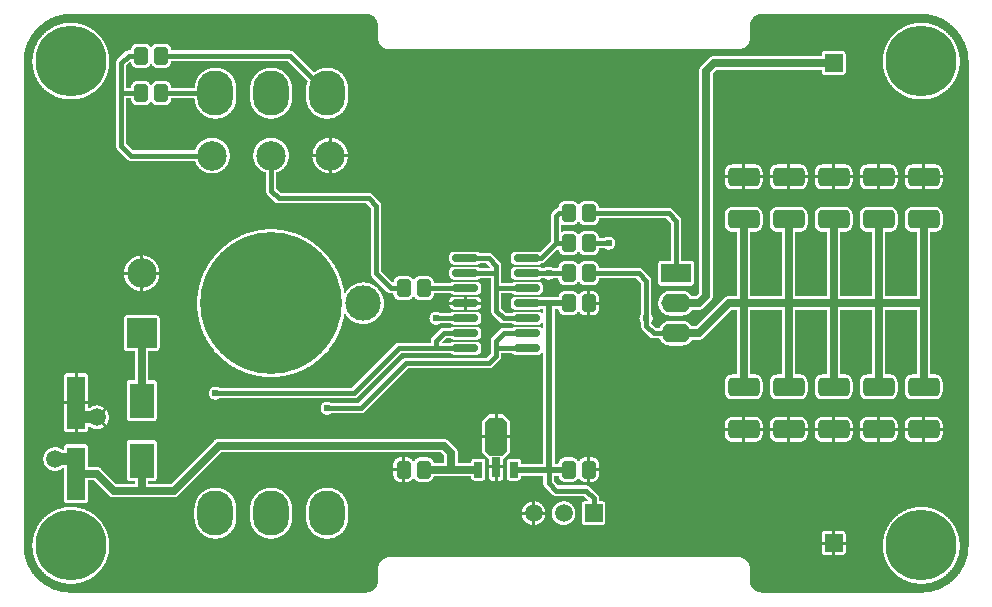
<source format=gbl>
G04 Layer_Physical_Order=2*
G04 Layer_Color=11436288*
%FSAX43Y43*%
%MOMM*%
G71*
G01*
G75*
%ADD10C,0.381*%
%ADD11C,0.508*%
%ADD12R,1.500X1.500*%
%ADD13C,1.500*%
%ADD14O,2.500X1.600*%
%ADD15R,2.500X1.600*%
%ADD16C,2.500*%
%ADD17R,2.500X2.500*%
%ADD18O,3.048X3.810*%
%ADD19R,1.524X1.524*%
%ADD20C,12.000*%
%ADD21C,3.000*%
%ADD22C,6.000*%
%ADD23C,0.610*%
G04:AMPARAMS|DCode=24|XSize=1.2mm|YSize=1.55mm|CornerRadius=0.3mm|HoleSize=0mm|Usage=FLASHONLY|Rotation=180.000|XOffset=0mm|YOffset=0mm|HoleType=Round|Shape=RoundedRectangle|*
%AMROUNDEDRECTD24*
21,1,1.200,0.950,0,0,180.0*
21,1,0.600,1.550,0,0,180.0*
1,1,0.600,-0.300,0.475*
1,1,0.600,0.300,0.475*
1,1,0.600,0.300,-0.475*
1,1,0.600,-0.300,-0.475*
%
%ADD24ROUNDEDRECTD24*%
%ADD25R,0.700X1.800*%
G04:AMPARAMS|DCode=26|XSize=1.9mm|YSize=3.3mm|CornerRadius=0mm|HoleSize=0mm|Usage=FLASHONLY|Rotation=180.000|XOffset=0mm|YOffset=0mm|HoleType=Round|Shape=Octagon|*
%AMOCTAGOND26*
4,1,8,0.475,-1.650,-0.475,-1.650,-0.950,-1.175,-0.950,1.175,-0.475,1.650,0.475,1.650,0.950,1.175,0.950,-1.175,0.475,-1.650,0.0*
%
%ADD26OCTAGOND26*%

%ADD27R,0.700X1.350*%
G04:AMPARAMS|DCode=28|XSize=1.6mm|YSize=2.7mm|CornerRadius=0.4mm|HoleSize=0mm|Usage=FLASHONLY|Rotation=270.000|XOffset=0mm|YOffset=0mm|HoleType=Round|Shape=RoundedRectangle|*
%AMROUNDEDRECTD28*
21,1,1.600,1.900,0,0,270.0*
21,1,0.800,2.700,0,0,270.0*
1,1,0.800,-0.950,-0.400*
1,1,0.800,-0.950,0.400*
1,1,0.800,0.950,0.400*
1,1,0.800,0.950,-0.400*
%
%ADD28ROUNDEDRECTD28*%
G04:AMPARAMS|DCode=29|XSize=2.2mm|YSize=0.6mm|CornerRadius=0.15mm|HoleSize=0mm|Usage=FLASHONLY|Rotation=180.000|XOffset=0mm|YOffset=0mm|HoleType=Round|Shape=RoundedRectangle|*
%AMROUNDEDRECTD29*
21,1,2.200,0.300,0,0,180.0*
21,1,1.900,0.600,0,0,180.0*
1,1,0.300,-0.950,0.150*
1,1,0.300,0.950,0.150*
1,1,0.300,0.950,-0.150*
1,1,0.300,-0.950,-0.150*
%
%ADD29ROUNDEDRECTD29*%
%ADD30R,2.000X3.000*%
%ADD31R,1.500X4.500*%
%ADD32C,0.635*%
%ADD33C,1.000*%
G36*
X0101131Y0073998D02*
X0101218Y0073994D01*
X0101305Y0073989D01*
X0101392Y0073981D01*
X0101479Y0073971D01*
X0101565Y0073960D01*
X0101652Y0073947D01*
X0101738Y0073932D01*
X0101823Y0073915D01*
X0101908Y0073896D01*
X0101993Y0073875D01*
X0102077Y0073852D01*
X0102161Y0073828D01*
X0102244Y0073802D01*
X0102327Y0073774D01*
X0102409Y0073744D01*
X0102490Y0073712D01*
X0102571Y0073679D01*
X0102651Y0073644D01*
X0102730Y0073607D01*
X0102808Y0073568D01*
X0102886Y0073528D01*
X0102962Y0073486D01*
X0103038Y0073442D01*
X0103112Y0073397D01*
X0103186Y0073350D01*
X0103259Y0073302D01*
X0103330Y0073252D01*
X0103400Y0073200D01*
X0103470Y0073147D01*
X0103538Y0073092D01*
X0103605Y0073036D01*
X0103670Y0072979D01*
X0103735Y0072920D01*
X0103798Y0072859D01*
X0103859Y0072798D01*
X0103920Y0072735D01*
X0103979Y0072670D01*
X0104036Y0072605D01*
X0104092Y0072538D01*
X0104147Y0072470D01*
X0104200Y0072400D01*
X0104252Y0072330D01*
X0104302Y0072259D01*
X0104350Y0072186D01*
X0104397Y0072112D01*
X0104442Y0072038D01*
X0104486Y0071962D01*
X0104528Y0071886D01*
X0104568Y0071808D01*
X0104607Y0071730D01*
X0104644Y0071651D01*
X0104679Y0071571D01*
X0104712Y0071490D01*
X0104744Y0071409D01*
X0104774Y0071327D01*
X0104802Y0071244D01*
X0104828Y0071161D01*
X0104852Y0071077D01*
X0104875Y0070993D01*
X0104896Y0070908D01*
X0104915Y0070823D01*
X0104932Y0070738D01*
X0104947Y0070652D01*
X0104960Y0070565D01*
X0104971Y0070479D01*
X0104981Y0070392D01*
X0104989Y0070305D01*
X0104994Y0070218D01*
X0104998Y0070131D01*
X0105000Y0070044D01*
Y0070000D01*
Y0029000D01*
Y0028956D01*
X0104998Y0028869D01*
X0104994Y0028782D01*
X0104989Y0028695D01*
X0104981Y0028608D01*
X0104971Y0028521D01*
X0104960Y0028435D01*
X0104947Y0028348D01*
X0104932Y0028262D01*
X0104915Y0028177D01*
X0104896Y0028092D01*
X0104875Y0028007D01*
X0104852Y0027923D01*
X0104828Y0027839D01*
X0104802Y0027756D01*
X0104774Y0027673D01*
X0104744Y0027591D01*
X0104712Y0027510D01*
X0104679Y0027429D01*
X0104644Y0027349D01*
X0104607Y0027270D01*
X0104568Y0027192D01*
X0104528Y0027114D01*
X0104486Y0027038D01*
X0104442Y0026962D01*
X0104397Y0026888D01*
X0104350Y0026814D01*
X0104302Y0026741D01*
X0104252Y0026670D01*
X0104200Y0026600D01*
X0104147Y0026530D01*
X0104092Y0026462D01*
X0104036Y0026395D01*
X0103979Y0026330D01*
X0103920Y0026265D01*
X0103859Y0026202D01*
X0103798Y0026141D01*
X0103735Y0026080D01*
X0103670Y0026021D01*
X0103605Y0025964D01*
X0103538Y0025908D01*
X0103470Y0025853D01*
X0103400Y0025800D01*
X0103330Y0025748D01*
X0103259Y0025698D01*
X0103186Y0025650D01*
X0103112Y0025603D01*
X0103038Y0025558D01*
X0102962Y0025514D01*
X0102886Y0025472D01*
X0102808Y0025432D01*
X0102730Y0025393D01*
X0102651Y0025356D01*
X0102571Y0025321D01*
X0102490Y0025288D01*
X0102409Y0025256D01*
X0102327Y0025226D01*
X0102244Y0025198D01*
X0102161Y0025172D01*
X0102077Y0025148D01*
X0101993Y0025125D01*
X0101908Y0025104D01*
X0101823Y0025085D01*
X0101738Y0025068D01*
X0101652Y0025053D01*
X0101565Y0025040D01*
X0101479Y0025029D01*
X0101392Y0025019D01*
X0101305Y0025011D01*
X0101218Y0025006D01*
X0101131Y0025002D01*
X0101044Y0025000D01*
X0087478D01*
X0087435Y0025002D01*
X0087391Y0025006D01*
X0087348Y0025011D01*
X0087305Y0025019D01*
X0087262Y0025028D01*
X0087220Y0025040D01*
X0087178Y0025053D01*
X0087137Y0025068D01*
X0087097Y0025084D01*
X0087058Y0025103D01*
X0087019Y0025123D01*
X0086981Y0025145D01*
X0086944Y0025168D01*
X0086909Y0025193D01*
X0086874Y0025220D01*
X0086840Y0025248D01*
X0086808Y0025277D01*
X0086777Y0025308D01*
X0086748Y0025340D01*
X0086720Y0025374D01*
X0086693Y0025409D01*
X0086668Y0025444D01*
X0086645Y0025481D01*
X0086623Y0025519D01*
X0086603Y0025558D01*
X0086584Y0025597D01*
X0086568Y0025637D01*
X0086553Y0025678D01*
X0086540Y0025720D01*
X0086528Y0025762D01*
X0086519Y0025805D01*
X0086511Y0025848D01*
X0086506Y0025891D01*
X0086502Y0025935D01*
X0086500Y0025978D01*
Y0026000D01*
Y0027000D01*
X0086500Y0027022D01*
X0086498Y0027065D01*
X0086494Y0027109D01*
X0086488Y0027152D01*
X0086481Y0027195D01*
X0086471Y0027238D01*
X0086460Y0027280D01*
X0086447Y0027321D01*
X0086432Y0027362D01*
X0086415Y0027403D01*
X0086397Y0027442D01*
X0086377Y0027481D01*
X0086355Y0027519D01*
X0086331Y0027556D01*
X0086306Y0027591D01*
X0086280Y0027626D01*
X0086252Y0027659D01*
X0086222Y0027692D01*
X0086192Y0027722D01*
X0086159Y0027752D01*
X0086126Y0027780D01*
X0086091Y0027806D01*
X0086056Y0027831D01*
X0086019Y0027855D01*
X0085981Y0027877D01*
X0085942Y0027897D01*
X0085903Y0027915D01*
X0085862Y0027932D01*
X0085821Y0027947D01*
X0085780Y0027960D01*
X0085738Y0027971D01*
X0085695Y0027981D01*
X0085652Y0027988D01*
X0085609Y0027994D01*
X0085565Y0027998D01*
X0085522Y0028000D01*
X0085500Y0028000D01*
X0056000D01*
X0055978Y0028000D01*
X0055935Y0027998D01*
X0055891Y0027994D01*
X0055848Y0027988D01*
X0055805Y0027981D01*
X0055762Y0027971D01*
X0055720Y0027960D01*
X0055679Y0027947D01*
X0055638Y0027932D01*
X0055597Y0027915D01*
X0055558Y0027897D01*
X0055519Y0027877D01*
X0055481Y0027855D01*
X0055444Y0027831D01*
X0055409Y0027806D01*
X0055374Y0027780D01*
X0055341Y0027752D01*
X0055308Y0027722D01*
X0055278Y0027692D01*
X0055248Y0027659D01*
X0055220Y0027626D01*
X0055194Y0027591D01*
X0055169Y0027556D01*
X0055145Y0027519D01*
X0055123Y0027481D01*
X0055103Y0027442D01*
X0055085Y0027403D01*
X0055068Y0027362D01*
X0055053Y0027321D01*
X0055040Y0027280D01*
X0055029Y0027238D01*
X0055019Y0027195D01*
X0055012Y0027152D01*
X0055006Y0027109D01*
X0055002Y0027065D01*
X0055000Y0027022D01*
X0055000Y0027000D01*
Y0026000D01*
Y0025978D01*
X0054998Y0025935D01*
X0054994Y0025891D01*
X0054989Y0025848D01*
X0054981Y0025805D01*
X0054972Y0025762D01*
X0054960Y0025720D01*
X0054947Y0025678D01*
X0054932Y0025637D01*
X0054916Y0025597D01*
X0054897Y0025558D01*
X0054877Y0025519D01*
X0054855Y0025481D01*
X0054832Y0025444D01*
X0054807Y0025409D01*
X0054780Y0025374D01*
X0054752Y0025340D01*
X0054723Y0025308D01*
X0054692Y0025277D01*
X0054660Y0025248D01*
X0054626Y0025220D01*
X0054591Y0025193D01*
X0054556Y0025168D01*
X0054519Y0025145D01*
X0054481Y0025123D01*
X0054442Y0025103D01*
X0054403Y0025084D01*
X0054363Y0025068D01*
X0054322Y0025053D01*
X0054280Y0025040D01*
X0054238Y0025028D01*
X0054195Y0025019D01*
X0054152Y0025011D01*
X0054109Y0025006D01*
X0054065Y0025002D01*
X0054022Y0025000D01*
X0028956D01*
X0028869Y0025002D01*
X0028782Y0025006D01*
X0028695Y0025011D01*
X0028608Y0025019D01*
X0028521Y0025029D01*
X0028435Y0025040D01*
X0028348Y0025053D01*
X0028262Y0025068D01*
X0028177Y0025085D01*
X0028092Y0025104D01*
X0028007Y0025125D01*
X0027923Y0025148D01*
X0027839Y0025172D01*
X0027756Y0025198D01*
X0027673Y0025226D01*
X0027591Y0025256D01*
X0027510Y0025288D01*
X0027429Y0025321D01*
X0027349Y0025356D01*
X0027270Y0025393D01*
X0027192Y0025432D01*
X0027114Y0025472D01*
X0027038Y0025514D01*
X0026962Y0025558D01*
X0026888Y0025603D01*
X0026814Y0025650D01*
X0026741Y0025698D01*
X0026670Y0025748D01*
X0026600Y0025800D01*
X0026530Y0025853D01*
X0026462Y0025908D01*
X0026395Y0025964D01*
X0026330Y0026021D01*
X0026265Y0026080D01*
X0026202Y0026141D01*
X0026141Y0026202D01*
X0026080Y0026265D01*
X0026021Y0026330D01*
X0025964Y0026395D01*
X0025908Y0026462D01*
X0025853Y0026530D01*
X0025800Y0026600D01*
X0025748Y0026670D01*
X0025698Y0026741D01*
X0025650Y0026814D01*
X0025603Y0026888D01*
X0025558Y0026962D01*
X0025514Y0027038D01*
X0025472Y0027114D01*
X0025432Y0027192D01*
X0025393Y0027270D01*
X0025356Y0027349D01*
X0025321Y0027429D01*
X0025288Y0027510D01*
X0025256Y0027591D01*
X0025226Y0027673D01*
X0025198Y0027756D01*
X0025172Y0027839D01*
X0025148Y0027923D01*
X0025125Y0028007D01*
X0025104Y0028092D01*
X0025085Y0028177D01*
X0025068Y0028262D01*
X0025053Y0028348D01*
X0025040Y0028435D01*
X0025029Y0028521D01*
X0025019Y0028608D01*
X0025011Y0028695D01*
X0025006Y0028782D01*
X0025002Y0028869D01*
X0025000Y0028956D01*
Y0029000D01*
Y0070000D01*
Y0070044D01*
X0025002Y0070131D01*
X0025006Y0070218D01*
X0025011Y0070305D01*
X0025019Y0070392D01*
X0025029Y0070479D01*
X0025040Y0070565D01*
X0025053Y0070652D01*
X0025068Y0070738D01*
X0025085Y0070823D01*
X0025104Y0070908D01*
X0025125Y0070993D01*
X0025148Y0071077D01*
X0025172Y0071161D01*
X0025198Y0071244D01*
X0025226Y0071327D01*
X0025256Y0071409D01*
X0025288Y0071490D01*
X0025321Y0071571D01*
X0025356Y0071651D01*
X0025393Y0071730D01*
X0025432Y0071808D01*
X0025472Y0071886D01*
X0025514Y0071962D01*
X0025558Y0072038D01*
X0025603Y0072112D01*
X0025650Y0072186D01*
X0025698Y0072259D01*
X0025748Y0072330D01*
X0025800Y0072400D01*
X0025853Y0072470D01*
X0025908Y0072538D01*
X0025964Y0072605D01*
X0026021Y0072670D01*
X0026080Y0072735D01*
X0026141Y0072798D01*
X0026202Y0072859D01*
X0026265Y0072920D01*
X0026330Y0072979D01*
X0026395Y0073036D01*
X0026462Y0073092D01*
X0026530Y0073147D01*
X0026600Y0073200D01*
X0026670Y0073252D01*
X0026741Y0073302D01*
X0026814Y0073350D01*
X0026888Y0073397D01*
X0026962Y0073442D01*
X0027038Y0073486D01*
X0027114Y0073528D01*
X0027192Y0073568D01*
X0027270Y0073607D01*
X0027349Y0073644D01*
X0027429Y0073679D01*
X0027510Y0073712D01*
X0027591Y0073744D01*
X0027673Y0073774D01*
X0027756Y0073802D01*
X0027839Y0073828D01*
X0027923Y0073852D01*
X0028007Y0073875D01*
X0028092Y0073896D01*
X0028177Y0073915D01*
X0028262Y0073932D01*
X0028348Y0073947D01*
X0028435Y0073960D01*
X0028521Y0073971D01*
X0028608Y0073981D01*
X0028695Y0073989D01*
X0028782Y0073994D01*
X0028869Y0073998D01*
X0028956Y0074000D01*
X0054022D01*
X0054065Y0073998D01*
X0054109Y0073994D01*
X0054152Y0073989D01*
X0054195Y0073981D01*
X0054238Y0073972D01*
X0054280Y0073960D01*
X0054322Y0073947D01*
X0054363Y0073932D01*
X0054403Y0073916D01*
X0054442Y0073897D01*
X0054481Y0073877D01*
X0054519Y0073855D01*
X0054556Y0073832D01*
X0054591Y0073807D01*
X0054626Y0073780D01*
X0054660Y0073752D01*
X0054692Y0073723D01*
X0054723Y0073692D01*
X0054752Y0073660D01*
X0054780Y0073626D01*
X0054807Y0073591D01*
X0054832Y0073556D01*
X0054855Y0073519D01*
X0054877Y0073481D01*
X0054897Y0073442D01*
X0054916Y0073403D01*
X0054932Y0073363D01*
X0054947Y0073322D01*
X0054960Y0073280D01*
X0054972Y0073238D01*
X0054981Y0073195D01*
X0054989Y0073152D01*
X0054994Y0073109D01*
X0054998Y0073065D01*
X0055000Y0073022D01*
Y0073000D01*
Y0072000D01*
X0055000Y0071978D01*
X0055002Y0071935D01*
X0055006Y0071891D01*
X0055012Y0071848D01*
X0055019Y0071805D01*
X0055029Y0071762D01*
X0055040Y0071720D01*
X0055053Y0071679D01*
X0055068Y0071638D01*
X0055085Y0071597D01*
X0055103Y0071558D01*
X0055123Y0071519D01*
X0055145Y0071481D01*
X0055169Y0071444D01*
X0055194Y0071409D01*
X0055220Y0071374D01*
X0055248Y0071341D01*
X0055278Y0071308D01*
X0055308Y0071278D01*
X0055341Y0071248D01*
X0055374Y0071220D01*
X0055409Y0071194D01*
X0055444Y0071169D01*
X0055481Y0071145D01*
X0055519Y0071123D01*
X0055558Y0071103D01*
X0055597Y0071085D01*
X0055638Y0071068D01*
X0055679Y0071053D01*
X0055720Y0071040D01*
X0055762Y0071029D01*
X0055805Y0071019D01*
X0055848Y0071012D01*
X0055891Y0071006D01*
X0055935Y0071002D01*
X0055978Y0071000D01*
X0056000Y0071000D01*
X0085500D01*
X0085522Y0071000D01*
X0085565Y0071002D01*
X0085609Y0071006D01*
X0085652Y0071012D01*
X0085695Y0071019D01*
X0085738Y0071029D01*
X0085780Y0071040D01*
X0085821Y0071053D01*
X0085862Y0071068D01*
X0085903Y0071085D01*
X0085942Y0071103D01*
X0085981Y0071123D01*
X0086019Y0071145D01*
X0086056Y0071169D01*
X0086091Y0071194D01*
X0086126Y0071220D01*
X0086159Y0071248D01*
X0086192Y0071278D01*
X0086222Y0071308D01*
X0086252Y0071341D01*
X0086280Y0071374D01*
X0086306Y0071409D01*
X0086331Y0071444D01*
X0086355Y0071481D01*
X0086377Y0071519D01*
X0086397Y0071558D01*
X0086415Y0071597D01*
X0086432Y0071638D01*
X0086447Y0071679D01*
X0086460Y0071720D01*
X0086471Y0071762D01*
X0086481Y0071805D01*
X0086488Y0071848D01*
X0086494Y0071891D01*
X0086498Y0071935D01*
X0086500Y0071978D01*
X0086500Y0072000D01*
Y0073000D01*
Y0073022D01*
X0086502Y0073065D01*
X0086506Y0073109D01*
X0086511Y0073152D01*
X0086519Y0073195D01*
X0086528Y0073238D01*
X0086540Y0073280D01*
X0086553Y0073322D01*
X0086568Y0073363D01*
X0086584Y0073403D01*
X0086603Y0073442D01*
X0086623Y0073481D01*
X0086645Y0073519D01*
X0086668Y0073556D01*
X0086693Y0073591D01*
X0086720Y0073626D01*
X0086748Y0073660D01*
X0086777Y0073692D01*
X0086808Y0073723D01*
X0086840Y0073752D01*
X0086874Y0073780D01*
X0086909Y0073807D01*
X0086944Y0073832D01*
X0086981Y0073855D01*
X0087019Y0073877D01*
X0087058Y0073897D01*
X0087097Y0073916D01*
X0087137Y0073932D01*
X0087178Y0073947D01*
X0087220Y0073960D01*
X0087262Y0073972D01*
X0087305Y0073981D01*
X0087348Y0073989D01*
X0087391Y0073994D01*
X0087435Y0073998D01*
X0087478Y0074000D01*
X0101044D01*
X0101131Y0073998D01*
D02*
G37*
%LPC*%
G36*
X0064525Y0040092D02*
X0064504Y0040091D01*
X0064503Y0040091D01*
X0064500Y0040090D01*
X0064481Y0040088D01*
X0064459Y0040083D01*
X0064443Y0040078D01*
X0064438Y0040076D01*
X0064430Y0040073D01*
X0064418Y0040068D01*
X0064408Y0040063D01*
X0064398Y0040058D01*
X0064379Y0040046D01*
X0064362Y0040032D01*
X0064360Y0040031D01*
X0064345Y0040017D01*
X0064345Y0040017D01*
X0063870Y0039542D01*
X0063855Y0039526D01*
X0063842Y0039508D01*
X0063830Y0039490D01*
X0063820Y0039470D01*
X0063811Y0039449D01*
X0063804Y0039428D01*
X0063800Y0039407D01*
X0063797Y0039385D01*
X0063796Y0039362D01*
Y0038314D01*
X0064873D01*
Y0040092D01*
X0064525D01*
X0064525Y0040092D01*
D02*
G37*
G36*
X0102799Y0038683D02*
X0101322D01*
Y0037756D01*
X0102145D01*
X0102179Y0037757D01*
X0102213Y0037759D01*
X0102247Y0037764D01*
X0102281Y0037770D01*
X0102314Y0037778D01*
X0102347Y0037788D01*
X0102379Y0037799D01*
X0102411Y0037812D01*
X0102442Y0037827D01*
X0102472Y0037843D01*
X0102501Y0037861D01*
X0102530Y0037881D01*
X0102557Y0037902D01*
X0102583Y0037924D01*
X0102608Y0037947D01*
X0102631Y0037972D01*
X0102653Y0037998D01*
X0102674Y0038025D01*
X0102694Y0038054D01*
X0102712Y0038083D01*
X0102728Y0038113D01*
X0102743Y0038144D01*
X0102756Y0038176D01*
X0102767Y0038208D01*
X0102777Y0038241D01*
X0102785Y0038274D01*
X0102791Y0038308D01*
X0102796Y0038342D01*
X0102798Y0038376D01*
X0102799Y0038410D01*
Y0038683D01*
D02*
G37*
G36*
X0101068D02*
X0099591D01*
Y0038410D01*
X0099592Y0038376D01*
X0099594Y0038342D01*
X0099599Y0038308D01*
X0099605Y0038274D01*
X0099613Y0038241D01*
X0099623Y0038208D01*
X0099634Y0038176D01*
X0099647Y0038144D01*
X0099662Y0038113D01*
X0099678Y0038083D01*
X0099696Y0038054D01*
X0099716Y0038025D01*
X0099737Y0037998D01*
X0099759Y0037972D01*
X0099782Y0037947D01*
X0099807Y0037924D01*
X0099833Y0037902D01*
X0099860Y0037881D01*
X0099889Y0037861D01*
X0099918Y0037843D01*
X0099948Y0037827D01*
X0099979Y0037812D01*
X0100011Y0037799D01*
X0100043Y0037788D01*
X0100076Y0037778D01*
X0100109Y0037770D01*
X0100143Y0037764D01*
X0100177Y0037759D01*
X0100211Y0037757D01*
X0100245Y0037756D01*
X0101068D01*
Y0038683D01*
D02*
G37*
G36*
X0030444Y0040943D02*
X0029567D01*
Y0038566D01*
X0030190D01*
X0030212Y0038567D01*
X0030234Y0038570D01*
X0030256Y0038574D01*
X0030277Y0038581D01*
X0030297Y0038590D01*
X0030317Y0038600D01*
X0030336Y0038612D01*
X0030353Y0038625D01*
X0030370Y0038640D01*
X0030385Y0038657D01*
X0030398Y0038674D01*
X0030410Y0038693D01*
X0030420Y0038713D01*
X0030429Y0038733D01*
X0030436Y0038754D01*
X0030440Y0038776D01*
X0030443Y0038798D01*
X0030444Y0038820D01*
Y0039186D01*
X0030467Y0039159D01*
X0030498Y0039128D01*
X0030529Y0039097D01*
X0030562Y0039068D01*
X0030596Y0039041D01*
X0030632Y0039015D01*
X0030668Y0038991D01*
X0030706Y0038968D01*
X0030744Y0038947D01*
X0030783Y0038928D01*
X0030823Y0038910D01*
X0030864Y0038894D01*
X0030906Y0038880D01*
X0030948Y0038868D01*
X0030990Y0038857D01*
X0031033Y0038849D01*
X0031077Y0038842D01*
X0031120Y0038837D01*
X0031164Y0038834D01*
X0031208Y0038834D01*
X0031252Y0038834D01*
X0031295Y0038837D01*
X0031339Y0038842D01*
X0031382Y0038849D01*
X0031425Y0038857D01*
X0031468Y0038868D01*
X0031510Y0038880D01*
X0031551Y0038894D01*
X0031592Y0038910D01*
X0031632Y0038928D01*
X0031671Y0038947D01*
X0031710Y0038968D01*
X0031747Y0038991D01*
X0031784Y0039015D01*
X0031819Y0039041D01*
X0031822Y0039044D01*
X0031118Y0039748D01*
X0031208Y0039838D01*
X0031118Y0039928D01*
X0031822Y0040632D01*
X0031819Y0040634D01*
X0031784Y0040660D01*
X0031747Y0040685D01*
X0031710Y0040707D01*
X0031671Y0040729D01*
X0031632Y0040748D01*
X0031592Y0040766D01*
X0031551Y0040781D01*
X0031510Y0040796D01*
X0031468Y0040808D01*
X0031425Y0040818D01*
X0031382Y0040827D01*
X0031339Y0040833D01*
X0031295Y0040838D01*
X0031252Y0040841D01*
X0031208Y0040842D01*
X0031164Y0040841D01*
X0031120Y0040838D01*
X0031077Y0040833D01*
X0031033Y0040827D01*
X0030990Y0040818D01*
X0030948Y0040808D01*
X0030906Y0040796D01*
X0030864Y0040781D01*
X0030823Y0040766D01*
X0030783Y0040748D01*
X0030744Y0040729D01*
X0030706Y0040707D01*
X0030668Y0040685D01*
X0030632Y0040660D01*
X0030596Y0040634D01*
X0030562Y0040607D01*
X0030529Y0040578D01*
X0030498Y0040548D01*
X0030467Y0040516D01*
X0030444Y0040490D01*
Y0040943D01*
D02*
G37*
G36*
X0029313D02*
X0028436D01*
Y0038820D01*
X0028437Y0038798D01*
X0028440Y0038776D01*
X0028444Y0038754D01*
X0028451Y0038733D01*
X0028460Y0038713D01*
X0028470Y0038693D01*
X0028482Y0038674D01*
X0028495Y0038657D01*
X0028510Y0038640D01*
X0028527Y0038625D01*
X0028544Y0038612D01*
X0028563Y0038600D01*
X0028583Y0038590D01*
X0028603Y0038581D01*
X0028624Y0038574D01*
X0028646Y0038570D01*
X0028668Y0038567D01*
X0028690Y0038566D01*
X0029313D01*
Y0040943D01*
D02*
G37*
G36*
X0065475Y0040092D02*
X0065127D01*
Y0038314D01*
X0066204D01*
Y0039362D01*
X0066204Y0039362D01*
X0066203Y0039385D01*
X0066200Y0039407D01*
X0066196Y0039428D01*
X0066189Y0039449D01*
X0066180Y0039470D01*
X0066175Y0039480D01*
X0066170Y0039490D01*
X0066158Y0039508D01*
X0066145Y0039526D01*
X0066130Y0039542D01*
X0065655Y0040017D01*
X0065638Y0040032D01*
X0065621Y0040046D01*
X0065602Y0040058D01*
X0065590Y0040064D01*
X0065582Y0040068D01*
X0065568Y0040074D01*
X0065562Y0040076D01*
X0065557Y0040078D01*
X0065541Y0040083D01*
X0065519Y0040088D01*
X0065497Y0040091D01*
X0065475Y0040092D01*
D02*
G37*
G36*
X0093448Y0038683D02*
X0091971D01*
Y0038410D01*
X0091972Y0038376D01*
X0091974Y0038342D01*
X0091979Y0038308D01*
X0091985Y0038274D01*
X0091993Y0038241D01*
X0092003Y0038208D01*
X0092014Y0038176D01*
X0092027Y0038144D01*
X0092042Y0038113D01*
X0092058Y0038083D01*
X0092076Y0038054D01*
X0092096Y0038025D01*
X0092117Y0037998D01*
X0092139Y0037972D01*
X0092162Y0037947D01*
X0092187Y0037924D01*
X0092213Y0037902D01*
X0092240Y0037881D01*
X0092269Y0037861D01*
X0092298Y0037843D01*
X0092328Y0037827D01*
X0092359Y0037812D01*
X0092391Y0037799D01*
X0092423Y0037788D01*
X0092456Y0037778D01*
X0092489Y0037770D01*
X0092523Y0037764D01*
X0092557Y0037759D01*
X0092591Y0037757D01*
X0092625Y0037756D01*
X0093448D01*
Y0038683D01*
D02*
G37*
G36*
X0091369D02*
X0089892D01*
Y0037756D01*
X0090715D01*
X0090749Y0037757D01*
X0090783Y0037759D01*
X0090817Y0037764D01*
X0090851Y0037770D01*
X0090884Y0037778D01*
X0090917Y0037788D01*
X0090949Y0037799D01*
X0090981Y0037812D01*
X0091012Y0037827D01*
X0091042Y0037843D01*
X0091071Y0037861D01*
X0091100Y0037881D01*
X0091127Y0037902D01*
X0091153Y0037924D01*
X0091178Y0037947D01*
X0091201Y0037972D01*
X0091223Y0037998D01*
X0091244Y0038025D01*
X0091264Y0038054D01*
X0091282Y0038083D01*
X0091298Y0038113D01*
X0091313Y0038144D01*
X0091326Y0038176D01*
X0091337Y0038208D01*
X0091347Y0038241D01*
X0091355Y0038274D01*
X0091361Y0038308D01*
X0091366Y0038342D01*
X0091368Y0038376D01*
X0091369Y0038410D01*
Y0038683D01*
D02*
G37*
G36*
X0089638D02*
X0088161D01*
Y0038410D01*
X0088162Y0038376D01*
X0088164Y0038342D01*
X0088169Y0038308D01*
X0088175Y0038274D01*
X0088183Y0038241D01*
X0088193Y0038208D01*
X0088204Y0038176D01*
X0088217Y0038144D01*
X0088232Y0038113D01*
X0088248Y0038083D01*
X0088266Y0038054D01*
X0088286Y0038025D01*
X0088307Y0037998D01*
X0088329Y0037972D01*
X0088352Y0037947D01*
X0088377Y0037924D01*
X0088403Y0037902D01*
X0088430Y0037881D01*
X0088459Y0037861D01*
X0088488Y0037843D01*
X0088518Y0037827D01*
X0088549Y0037812D01*
X0088581Y0037799D01*
X0088613Y0037788D01*
X0088646Y0037778D01*
X0088679Y0037770D01*
X0088713Y0037764D01*
X0088747Y0037759D01*
X0088781Y0037757D01*
X0088815Y0037756D01*
X0089638D01*
Y0038683D01*
D02*
G37*
G36*
X0098989D02*
X0097512D01*
Y0037756D01*
X0098335D01*
X0098369Y0037757D01*
X0098403Y0037759D01*
X0098437Y0037764D01*
X0098471Y0037770D01*
X0098504Y0037778D01*
X0098537Y0037788D01*
X0098569Y0037799D01*
X0098601Y0037812D01*
X0098632Y0037827D01*
X0098662Y0037843D01*
X0098691Y0037861D01*
X0098720Y0037881D01*
X0098747Y0037902D01*
X0098773Y0037924D01*
X0098798Y0037947D01*
X0098821Y0037972D01*
X0098843Y0037998D01*
X0098864Y0038025D01*
X0098884Y0038054D01*
X0098902Y0038083D01*
X0098918Y0038113D01*
X0098933Y0038144D01*
X0098946Y0038176D01*
X0098957Y0038208D01*
X0098967Y0038241D01*
X0098975Y0038274D01*
X0098981Y0038308D01*
X0098986Y0038342D01*
X0098988Y0038376D01*
X0098989Y0038410D01*
Y0038683D01*
D02*
G37*
G36*
X0097258D02*
X0095781D01*
Y0038410D01*
X0095782Y0038376D01*
X0095784Y0038342D01*
X0095789Y0038308D01*
X0095795Y0038274D01*
X0095803Y0038241D01*
X0095813Y0038208D01*
X0095824Y0038176D01*
X0095837Y0038144D01*
X0095852Y0038113D01*
X0095868Y0038083D01*
X0095886Y0038054D01*
X0095906Y0038025D01*
X0095927Y0037998D01*
X0095949Y0037972D01*
X0095972Y0037947D01*
X0095997Y0037924D01*
X0096023Y0037902D01*
X0096050Y0037881D01*
X0096079Y0037861D01*
X0096108Y0037843D01*
X0096138Y0037827D01*
X0096169Y0037812D01*
X0096201Y0037799D01*
X0096233Y0037788D01*
X0096266Y0037778D01*
X0096299Y0037770D01*
X0096333Y0037764D01*
X0096367Y0037759D01*
X0096401Y0037757D01*
X0096435Y0037756D01*
X0097258D01*
Y0038683D01*
D02*
G37*
G36*
X0095179D02*
X0093702D01*
Y0037756D01*
X0094525D01*
X0094559Y0037757D01*
X0094593Y0037759D01*
X0094627Y0037764D01*
X0094661Y0037770D01*
X0094694Y0037778D01*
X0094727Y0037788D01*
X0094759Y0037799D01*
X0094791Y0037812D01*
X0094822Y0037827D01*
X0094852Y0037843D01*
X0094881Y0037861D01*
X0094910Y0037881D01*
X0094937Y0037902D01*
X0094963Y0037924D01*
X0094988Y0037947D01*
X0095011Y0037972D01*
X0095033Y0037998D01*
X0095054Y0038025D01*
X0095074Y0038054D01*
X0095092Y0038083D01*
X0095108Y0038113D01*
X0095123Y0038144D01*
X0095136Y0038176D01*
X0095147Y0038208D01*
X0095157Y0038241D01*
X0095165Y0038274D01*
X0095171Y0038308D01*
X0095176Y0038342D01*
X0095178Y0038376D01*
X0095179Y0038410D01*
Y0038683D01*
D02*
G37*
G36*
X0098335Y0039864D02*
X0097512D01*
Y0038937D01*
X0098989D01*
Y0039210D01*
X0098988Y0039244D01*
X0098986Y0039278D01*
X0098981Y0039312D01*
X0098975Y0039346D01*
X0098967Y0039379D01*
X0098957Y0039412D01*
X0098946Y0039444D01*
X0098933Y0039476D01*
X0098918Y0039507D01*
X0098902Y0039537D01*
X0098884Y0039566D01*
X0098864Y0039595D01*
X0098843Y0039622D01*
X0098821Y0039648D01*
X0098798Y0039673D01*
X0098773Y0039696D01*
X0098747Y0039718D01*
X0098720Y0039739D01*
X0098691Y0039759D01*
X0098662Y0039777D01*
X0098632Y0039793D01*
X0098601Y0039808D01*
X0098569Y0039821D01*
X0098537Y0039832D01*
X0098504Y0039842D01*
X0098471Y0039850D01*
X0098437Y0039856D01*
X0098403Y0039861D01*
X0098369Y0039863D01*
X0098335Y0039864D01*
D02*
G37*
G36*
X0094525D02*
X0093702D01*
Y0038937D01*
X0095179D01*
Y0039210D01*
X0095178Y0039244D01*
X0095176Y0039278D01*
X0095171Y0039312D01*
X0095165Y0039346D01*
X0095157Y0039379D01*
X0095147Y0039412D01*
X0095136Y0039444D01*
X0095123Y0039476D01*
X0095108Y0039507D01*
X0095092Y0039537D01*
X0095074Y0039566D01*
X0095054Y0039595D01*
X0095033Y0039622D01*
X0095011Y0039648D01*
X0094988Y0039673D01*
X0094963Y0039696D01*
X0094937Y0039718D01*
X0094910Y0039739D01*
X0094881Y0039759D01*
X0094852Y0039777D01*
X0094822Y0039793D01*
X0094791Y0039808D01*
X0094759Y0039821D01*
X0094727Y0039832D01*
X0094694Y0039842D01*
X0094661Y0039850D01*
X0094627Y0039856D01*
X0094593Y0039861D01*
X0094559Y0039863D01*
X0094525Y0039864D01*
D02*
G37*
G36*
X0090715D02*
X0089892D01*
Y0038937D01*
X0091369D01*
Y0039210D01*
X0091368Y0039244D01*
X0091366Y0039278D01*
X0091361Y0039312D01*
X0091355Y0039346D01*
X0091347Y0039379D01*
X0091337Y0039412D01*
X0091326Y0039444D01*
X0091313Y0039476D01*
X0091298Y0039507D01*
X0091282Y0039537D01*
X0091264Y0039566D01*
X0091244Y0039595D01*
X0091223Y0039622D01*
X0091201Y0039648D01*
X0091178Y0039673D01*
X0091153Y0039696D01*
X0091127Y0039718D01*
X0091100Y0039739D01*
X0091071Y0039759D01*
X0091042Y0039777D01*
X0091012Y0039793D01*
X0090981Y0039808D01*
X0090949Y0039821D01*
X0090917Y0039832D01*
X0090884Y0039842D01*
X0090851Y0039850D01*
X0090817Y0039856D01*
X0090783Y0039861D01*
X0090749Y0039863D01*
X0090715Y0039864D01*
D02*
G37*
G36*
X0036250Y0048464D02*
X0033750D01*
X0033728Y0048463D01*
X0033706Y0048460D01*
X0033684Y0048456D01*
X0033663Y0048449D01*
X0033643Y0048440D01*
X0033623Y0048430D01*
X0033604Y0048418D01*
X0033587Y0048405D01*
X0033570Y0048390D01*
X0033555Y0048373D01*
X0033542Y0048356D01*
X0033530Y0048337D01*
X0033520Y0048317D01*
X0033511Y0048297D01*
X0033504Y0048276D01*
X0033500Y0048254D01*
X0033497Y0048232D01*
X0033496Y0048210D01*
Y0045710D01*
X0033497Y0045688D01*
X0033500Y0045666D01*
X0033504Y0045644D01*
X0033511Y0045623D01*
X0033520Y0045603D01*
X0033530Y0045583D01*
X0033542Y0045564D01*
X0033555Y0045547D01*
X0033570Y0045530D01*
X0033587Y0045515D01*
X0033604Y0045502D01*
X0033623Y0045490D01*
X0033643Y0045480D01*
X0033663Y0045471D01*
X0033684Y0045464D01*
X0033706Y0045460D01*
X0033728Y0045457D01*
X0033750Y0045456D01*
X0034428D01*
Y0042999D01*
X0034000D01*
X0033978Y0042998D01*
X0033956Y0042995D01*
X0033934Y0042991D01*
X0033913Y0042984D01*
X0033893Y0042975D01*
X0033873Y0042965D01*
X0033854Y0042953D01*
X0033837Y0042940D01*
X0033820Y0042925D01*
X0033805Y0042908D01*
X0033792Y0042891D01*
X0033780Y0042872D01*
X0033770Y0042852D01*
X0033761Y0042832D01*
X0033754Y0042811D01*
X0033750Y0042789D01*
X0033747Y0042767D01*
X0033746Y0042745D01*
Y0039745D01*
X0033747Y0039723D01*
X0033750Y0039701D01*
X0033754Y0039679D01*
X0033761Y0039658D01*
X0033770Y0039638D01*
X0033780Y0039618D01*
X0033792Y0039599D01*
X0033805Y0039582D01*
X0033820Y0039565D01*
X0033837Y0039550D01*
X0033854Y0039537D01*
X0033873Y0039525D01*
X0033893Y0039515D01*
X0033913Y0039506D01*
X0033934Y0039499D01*
X0033956Y0039495D01*
X0033978Y0039492D01*
X0034000Y0039491D01*
X0036000D01*
X0036022Y0039492D01*
X0036044Y0039495D01*
X0036066Y0039499D01*
X0036087Y0039506D01*
X0036107Y0039515D01*
X0036127Y0039525D01*
X0036146Y0039537D01*
X0036163Y0039550D01*
X0036180Y0039565D01*
X0036195Y0039582D01*
X0036208Y0039599D01*
X0036220Y0039618D01*
X0036230Y0039638D01*
X0036239Y0039658D01*
X0036246Y0039679D01*
X0036250Y0039701D01*
X0036253Y0039723D01*
X0036254Y0039745D01*
Y0042745D01*
X0036253Y0042767D01*
X0036250Y0042789D01*
X0036246Y0042811D01*
X0036239Y0042832D01*
X0036230Y0042852D01*
X0036220Y0042872D01*
X0036208Y0042891D01*
X0036195Y0042908D01*
X0036180Y0042925D01*
X0036163Y0042940D01*
X0036146Y0042953D01*
X0036127Y0042965D01*
X0036107Y0042975D01*
X0036087Y0042984D01*
X0036066Y0042991D01*
X0036044Y0042995D01*
X0036022Y0042998D01*
X0036000Y0042999D01*
X0035572D01*
Y0045456D01*
X0036250D01*
X0036272Y0045457D01*
X0036294Y0045460D01*
X0036316Y0045464D01*
X0036337Y0045471D01*
X0036357Y0045480D01*
X0036377Y0045490D01*
X0036396Y0045502D01*
X0036413Y0045515D01*
X0036430Y0045530D01*
X0036445Y0045547D01*
X0036458Y0045564D01*
X0036470Y0045583D01*
X0036480Y0045603D01*
X0036489Y0045623D01*
X0036496Y0045644D01*
X0036500Y0045666D01*
X0036503Y0045688D01*
X0036504Y0045710D01*
Y0048210D01*
X0036503Y0048232D01*
X0036500Y0048254D01*
X0036496Y0048276D01*
X0036489Y0048297D01*
X0036480Y0048317D01*
X0036470Y0048337D01*
X0036458Y0048356D01*
X0036445Y0048373D01*
X0036430Y0048390D01*
X0036413Y0048405D01*
X0036396Y0048418D01*
X0036377Y0048430D01*
X0036357Y0048440D01*
X0036337Y0048449D01*
X0036316Y0048456D01*
X0036294Y0048460D01*
X0036272Y0048463D01*
X0036250Y0048464D01*
D02*
G37*
G36*
X0032002Y0040452D02*
X0031387Y0039838D01*
X0032002Y0039223D01*
X0032004Y0039226D01*
X0032030Y0039262D01*
X0032055Y0039298D01*
X0032077Y0039336D01*
X0032099Y0039374D01*
X0032118Y0039413D01*
X0032136Y0039453D01*
X0032151Y0039494D01*
X0032166Y0039536D01*
X0032178Y0039578D01*
X0032188Y0039620D01*
X0032197Y0039663D01*
X0032203Y0039707D01*
X0032208Y0039750D01*
X0032211Y0039794D01*
X0032212Y0039838D01*
X0032211Y0039882D01*
X0032208Y0039925D01*
X0032203Y0039969D01*
X0032197Y0040012D01*
X0032188Y0040055D01*
X0032178Y0040098D01*
X0032166Y0040140D01*
X0032151Y0040181D01*
X0032136Y0040222D01*
X0032118Y0040262D01*
X0032099Y0040301D01*
X0032077Y0040340D01*
X0032055Y0040377D01*
X0032030Y0040414D01*
X0032004Y0040449D01*
X0032002Y0040452D01*
D02*
G37*
G36*
X0102145Y0039864D02*
X0101322D01*
Y0038937D01*
X0102799D01*
Y0039210D01*
X0102798Y0039244D01*
X0102796Y0039278D01*
X0102791Y0039312D01*
X0102785Y0039346D01*
X0102777Y0039379D01*
X0102767Y0039412D01*
X0102756Y0039444D01*
X0102743Y0039476D01*
X0102728Y0039507D01*
X0102712Y0039537D01*
X0102694Y0039566D01*
X0102674Y0039595D01*
X0102653Y0039622D01*
X0102631Y0039648D01*
X0102608Y0039673D01*
X0102583Y0039696D01*
X0102557Y0039718D01*
X0102530Y0039739D01*
X0102501Y0039759D01*
X0102472Y0039777D01*
X0102442Y0039793D01*
X0102411Y0039808D01*
X0102379Y0039821D01*
X0102347Y0039832D01*
X0102314Y0039842D01*
X0102281Y0039850D01*
X0102247Y0039856D01*
X0102213Y0039861D01*
X0102179Y0039863D01*
X0102145Y0039864D01*
D02*
G37*
G36*
X0093448D02*
X0092625D01*
X0092591Y0039863D01*
X0092557Y0039861D01*
X0092523Y0039856D01*
X0092489Y0039850D01*
X0092456Y0039842D01*
X0092423Y0039832D01*
X0092391Y0039821D01*
X0092359Y0039808D01*
X0092328Y0039793D01*
X0092298Y0039777D01*
X0092269Y0039759D01*
X0092240Y0039739D01*
X0092213Y0039718D01*
X0092187Y0039696D01*
X0092162Y0039673D01*
X0092139Y0039648D01*
X0092117Y0039622D01*
X0092096Y0039595D01*
X0092076Y0039566D01*
X0092058Y0039537D01*
X0092042Y0039507D01*
X0092027Y0039476D01*
X0092014Y0039444D01*
X0092003Y0039412D01*
X0091993Y0039379D01*
X0091985Y0039346D01*
X0091979Y0039312D01*
X0091974Y0039278D01*
X0091972Y0039244D01*
X0091971Y0039210D01*
Y0038937D01*
X0093448D01*
Y0039864D01*
D02*
G37*
G36*
X0089638D02*
X0088815D01*
X0088781Y0039863D01*
X0088747Y0039861D01*
X0088713Y0039856D01*
X0088679Y0039850D01*
X0088646Y0039842D01*
X0088613Y0039832D01*
X0088581Y0039821D01*
X0088549Y0039808D01*
X0088518Y0039793D01*
X0088488Y0039777D01*
X0088459Y0039759D01*
X0088430Y0039739D01*
X0088403Y0039718D01*
X0088377Y0039696D01*
X0088352Y0039673D01*
X0088329Y0039648D01*
X0088307Y0039622D01*
X0088286Y0039595D01*
X0088266Y0039566D01*
X0088248Y0039537D01*
X0088232Y0039507D01*
X0088217Y0039476D01*
X0088204Y0039444D01*
X0088193Y0039412D01*
X0088183Y0039379D01*
X0088175Y0039346D01*
X0088169Y0039312D01*
X0088164Y0039278D01*
X0088162Y0039244D01*
X0088161Y0039210D01*
Y0038937D01*
X0089638D01*
Y0039864D01*
D02*
G37*
G36*
X0085828D02*
X0085005D01*
X0084971Y0039863D01*
X0084937Y0039861D01*
X0084903Y0039856D01*
X0084869Y0039850D01*
X0084836Y0039842D01*
X0084803Y0039832D01*
X0084771Y0039821D01*
X0084739Y0039808D01*
X0084708Y0039793D01*
X0084678Y0039777D01*
X0084649Y0039759D01*
X0084620Y0039739D01*
X0084593Y0039718D01*
X0084567Y0039696D01*
X0084542Y0039673D01*
X0084519Y0039648D01*
X0084497Y0039622D01*
X0084476Y0039595D01*
X0084456Y0039566D01*
X0084438Y0039537D01*
X0084422Y0039507D01*
X0084407Y0039476D01*
X0084394Y0039444D01*
X0084383Y0039412D01*
X0084373Y0039379D01*
X0084365Y0039346D01*
X0084359Y0039312D01*
X0084354Y0039278D01*
X0084352Y0039244D01*
X0084351Y0039210D01*
Y0038937D01*
X0085828D01*
Y0039864D01*
D02*
G37*
G36*
X0086905D02*
X0086082D01*
Y0038937D01*
X0087559D01*
Y0039210D01*
X0087558Y0039244D01*
X0087556Y0039278D01*
X0087551Y0039312D01*
X0087545Y0039346D01*
X0087537Y0039379D01*
X0087527Y0039412D01*
X0087516Y0039444D01*
X0087503Y0039476D01*
X0087488Y0039507D01*
X0087472Y0039537D01*
X0087454Y0039566D01*
X0087434Y0039595D01*
X0087413Y0039622D01*
X0087391Y0039648D01*
X0087368Y0039673D01*
X0087343Y0039696D01*
X0087317Y0039718D01*
X0087290Y0039739D01*
X0087261Y0039759D01*
X0087232Y0039777D01*
X0087202Y0039793D01*
X0087171Y0039808D01*
X0087139Y0039821D01*
X0087107Y0039832D01*
X0087074Y0039842D01*
X0087041Y0039850D01*
X0087007Y0039856D01*
X0086973Y0039861D01*
X0086939Y0039863D01*
X0086905Y0039864D01*
D02*
G37*
G36*
X0101068D02*
X0100245D01*
X0100211Y0039863D01*
X0100177Y0039861D01*
X0100143Y0039856D01*
X0100109Y0039850D01*
X0100076Y0039842D01*
X0100043Y0039832D01*
X0100011Y0039821D01*
X0099979Y0039808D01*
X0099948Y0039793D01*
X0099918Y0039777D01*
X0099889Y0039759D01*
X0099860Y0039739D01*
X0099833Y0039718D01*
X0099807Y0039696D01*
X0099782Y0039673D01*
X0099759Y0039648D01*
X0099737Y0039622D01*
X0099716Y0039595D01*
X0099696Y0039566D01*
X0099678Y0039537D01*
X0099662Y0039507D01*
X0099647Y0039476D01*
X0099634Y0039444D01*
X0099623Y0039412D01*
X0099613Y0039379D01*
X0099605Y0039346D01*
X0099599Y0039312D01*
X0099594Y0039278D01*
X0099592Y0039244D01*
X0099591Y0039210D01*
Y0038937D01*
X0101068D01*
Y0039864D01*
D02*
G37*
G36*
X0097258D02*
X0096435D01*
X0096401Y0039863D01*
X0096367Y0039861D01*
X0096333Y0039856D01*
X0096299Y0039850D01*
X0096266Y0039842D01*
X0096233Y0039832D01*
X0096201Y0039821D01*
X0096169Y0039808D01*
X0096138Y0039793D01*
X0096108Y0039777D01*
X0096079Y0039759D01*
X0096050Y0039739D01*
X0096023Y0039718D01*
X0095997Y0039696D01*
X0095972Y0039673D01*
X0095949Y0039648D01*
X0095927Y0039622D01*
X0095906Y0039595D01*
X0095886Y0039566D01*
X0095868Y0039537D01*
X0095852Y0039507D01*
X0095837Y0039476D01*
X0095824Y0039444D01*
X0095813Y0039412D01*
X0095803Y0039379D01*
X0095795Y0039346D01*
X0095789Y0039312D01*
X0095784Y0039278D01*
X0095782Y0039244D01*
X0095781Y0039210D01*
Y0038937D01*
X0097258D01*
Y0039864D01*
D02*
G37*
G36*
X0050700Y0033879D02*
X0050642Y0033878D01*
X0050583Y0033876D01*
X0050525Y0033871D01*
X0050468Y0033864D01*
X0050410Y0033856D01*
X0050353Y0033845D01*
X0050296Y0033833D01*
X0050240Y0033819D01*
X0050184Y0033803D01*
X0050128Y0033785D01*
X0050073Y0033765D01*
X0050019Y0033744D01*
X0049966Y0033721D01*
X0049913Y0033696D01*
X0049861Y0033669D01*
X0049811Y0033641D01*
X0049761Y0033611D01*
X0049712Y0033580D01*
X0049664Y0033547D01*
X0049617Y0033512D01*
X0049572Y0033476D01*
X0049527Y0033438D01*
X0049484Y0033399D01*
X0049442Y0033358D01*
X0049402Y0033317D01*
X0049363Y0033274D01*
X0049325Y0033229D01*
X0049289Y0033184D01*
X0049254Y0033137D01*
X0049221Y0033089D01*
X0049190Y0033040D01*
X0049160Y0032990D01*
X0049131Y0032939D01*
X0049105Y0032888D01*
X0049080Y0032835D01*
X0049057Y0032782D01*
X0049035Y0032727D01*
X0049016Y0032673D01*
X0048998Y0032617D01*
X0048982Y0032561D01*
X0048968Y0032505D01*
X0048956Y0032448D01*
X0048945Y0032391D01*
X0048937Y0032333D01*
X0048930Y0032275D01*
X0048925Y0032217D01*
X0048922Y0032159D01*
X0048922Y0032101D01*
Y0031339D01*
X0048922Y0031281D01*
X0048925Y0031223D01*
X0048930Y0031165D01*
X0048937Y0031107D01*
X0048945Y0031049D01*
X0048956Y0030992D01*
X0048968Y0030935D01*
X0048982Y0030879D01*
X0048998Y0030823D01*
X0049016Y0030767D01*
X0049035Y0030713D01*
X0049057Y0030659D01*
X0049080Y0030605D01*
X0049105Y0030553D01*
X0049131Y0030501D01*
X0049160Y0030450D01*
X0049190Y0030400D01*
X0049221Y0030351D01*
X0049254Y0030303D01*
X0049289Y0030257D01*
X0049325Y0030211D01*
X0049363Y0030167D01*
X0049402Y0030123D01*
X0049442Y0030082D01*
X0049484Y0030041D01*
X0049527Y0030002D01*
X0049572Y0029964D01*
X0049617Y0029928D01*
X0049664Y0029894D01*
X0049712Y0029861D01*
X0049761Y0029829D01*
X0049811Y0029799D01*
X0049861Y0029771D01*
X0049913Y0029744D01*
X0049966Y0029719D01*
X0050019Y0029696D01*
X0050073Y0029675D01*
X0050128Y0029655D01*
X0050184Y0029637D01*
X0050240Y0029621D01*
X0050296Y0029607D01*
X0050353Y0029595D01*
X0050410Y0029585D01*
X0050468Y0029576D01*
X0050525Y0029569D01*
X0050583Y0029565D01*
X0050642Y0029562D01*
X0050700Y0029561D01*
X0050758Y0029562D01*
X0050816Y0029565D01*
X0050874Y0029569D01*
X0050932Y0029576D01*
X0050989Y0029585D01*
X0051047Y0029595D01*
X0051104Y0029607D01*
X0051160Y0029621D01*
X0051216Y0029637D01*
X0051271Y0029655D01*
X0051326Y0029675D01*
X0051380Y0029696D01*
X0051434Y0029719D01*
X0051486Y0029744D01*
X0051538Y0029771D01*
X0051589Y0029799D01*
X0051639Y0029829D01*
X0051688Y0029861D01*
X0051736Y0029894D01*
X0051782Y0029928D01*
X0051828Y0029964D01*
X0051872Y0030002D01*
X0051915Y0030041D01*
X0051957Y0030082D01*
X0051998Y0030123D01*
X0052037Y0030167D01*
X0052074Y0030211D01*
X0052111Y0030257D01*
X0052145Y0030303D01*
X0052178Y0030351D01*
X0052210Y0030400D01*
X0052240Y0030450D01*
X0052268Y0030501D01*
X0052295Y0030553D01*
X0052319Y0030605D01*
X0052343Y0030659D01*
X0052364Y0030713D01*
X0052384Y0030767D01*
X0052401Y0030823D01*
X0052417Y0030879D01*
X0052432Y0030935D01*
X0052444Y0030992D01*
X0052454Y0031049D01*
X0052463Y0031107D01*
X0052469Y0031165D01*
X0052474Y0031223D01*
X0052477Y0031281D01*
X0052478Y0031339D01*
Y0032101D01*
X0052477Y0032159D01*
X0052474Y0032217D01*
X0052469Y0032275D01*
X0052463Y0032333D01*
X0052454Y0032391D01*
X0052444Y0032448D01*
X0052432Y0032505D01*
X0052417Y0032561D01*
X0052401Y0032617D01*
X0052384Y0032673D01*
X0052364Y0032727D01*
X0052343Y0032782D01*
X0052319Y0032835D01*
X0052295Y0032888D01*
X0052268Y0032939D01*
X0052240Y0032990D01*
X0052210Y0033040D01*
X0052178Y0033089D01*
X0052145Y0033137D01*
X0052111Y0033184D01*
X0052074Y0033229D01*
X0052037Y0033274D01*
X0051998Y0033317D01*
X0051957Y0033358D01*
X0051915Y0033399D01*
X0051872Y0033438D01*
X0051828Y0033476D01*
X0051782Y0033512D01*
X0051736Y0033547D01*
X0051688Y0033580D01*
X0051639Y0033611D01*
X0051589Y0033641D01*
X0051538Y0033669D01*
X0051486Y0033696D01*
X0051434Y0033721D01*
X0051380Y0033744D01*
X0051326Y0033765D01*
X0051271Y0033785D01*
X0051216Y0033803D01*
X0051160Y0033819D01*
X0051104Y0033833D01*
X0051047Y0033845D01*
X0050989Y0033856D01*
X0050932Y0033864D01*
X0050874Y0033871D01*
X0050816Y0033876D01*
X0050758Y0033878D01*
X0050700Y0033879D01*
D02*
G37*
G36*
X0041244D02*
X0041186Y0033878D01*
X0041128Y0033876D01*
X0041070Y0033871D01*
X0041012Y0033864D01*
X0040955Y0033856D01*
X0040897Y0033845D01*
X0040840Y0033833D01*
X0040784Y0033819D01*
X0040728Y0033803D01*
X0040673Y0033785D01*
X0040618Y0033765D01*
X0040564Y0033744D01*
X0040510Y0033721D01*
X0040458Y0033696D01*
X0040406Y0033669D01*
X0040355Y0033641D01*
X0040305Y0033611D01*
X0040256Y0033580D01*
X0040209Y0033547D01*
X0040162Y0033512D01*
X0040116Y0033476D01*
X0040072Y0033438D01*
X0040029Y0033399D01*
X0039987Y0033358D01*
X0039946Y0033317D01*
X0039907Y0033274D01*
X0039870Y0033229D01*
X0039834Y0033184D01*
X0039799Y0033137D01*
X0039766Y0033089D01*
X0039734Y0033040D01*
X0039704Y0032990D01*
X0039676Y0032939D01*
X0039649Y0032888D01*
X0039625Y0032835D01*
X0039601Y0032782D01*
X0039580Y0032727D01*
X0039560Y0032673D01*
X0039543Y0032617D01*
X0039527Y0032561D01*
X0039513Y0032505D01*
X0039500Y0032448D01*
X0039490Y0032391D01*
X0039481Y0032333D01*
X0039475Y0032275D01*
X0039470Y0032217D01*
X0039467Y0032159D01*
X0039466Y0032101D01*
Y0031339D01*
X0039467Y0031281D01*
X0039470Y0031223D01*
X0039475Y0031165D01*
X0039481Y0031107D01*
X0039490Y0031049D01*
X0039500Y0030992D01*
X0039513Y0030935D01*
X0039527Y0030879D01*
X0039543Y0030823D01*
X0039560Y0030767D01*
X0039580Y0030713D01*
X0039601Y0030659D01*
X0039625Y0030605D01*
X0039649Y0030553D01*
X0039676Y0030501D01*
X0039704Y0030450D01*
X0039734Y0030400D01*
X0039766Y0030351D01*
X0039799Y0030303D01*
X0039834Y0030257D01*
X0039870Y0030211D01*
X0039907Y0030167D01*
X0039946Y0030123D01*
X0039987Y0030082D01*
X0040029Y0030041D01*
X0040072Y0030002D01*
X0040116Y0029964D01*
X0040162Y0029928D01*
X0040209Y0029894D01*
X0040256Y0029861D01*
X0040305Y0029829D01*
X0040355Y0029799D01*
X0040406Y0029771D01*
X0040458Y0029744D01*
X0040510Y0029719D01*
X0040564Y0029696D01*
X0040618Y0029675D01*
X0040673Y0029655D01*
X0040728Y0029637D01*
X0040784Y0029621D01*
X0040840Y0029607D01*
X0040897Y0029595D01*
X0040955Y0029585D01*
X0041012Y0029576D01*
X0041070Y0029569D01*
X0041128Y0029565D01*
X0041186Y0029562D01*
X0041244Y0029561D01*
X0041302Y0029562D01*
X0041361Y0029565D01*
X0041419Y0029569D01*
X0041476Y0029576D01*
X0041534Y0029585D01*
X0041591Y0029595D01*
X0041648Y0029607D01*
X0041705Y0029621D01*
X0041760Y0029637D01*
X0041816Y0029655D01*
X0041871Y0029675D01*
X0041925Y0029696D01*
X0041978Y0029719D01*
X0042031Y0029744D01*
X0042083Y0029771D01*
X0042133Y0029799D01*
X0042183Y0029829D01*
X0042232Y0029861D01*
X0042280Y0029894D01*
X0042327Y0029928D01*
X0042372Y0029964D01*
X0042417Y0030002D01*
X0042460Y0030041D01*
X0042502Y0030082D01*
X0042542Y0030123D01*
X0042581Y0030167D01*
X0042619Y0030211D01*
X0042655Y0030257D01*
X0042690Y0030303D01*
X0042723Y0030351D01*
X0042754Y0030400D01*
X0042784Y0030450D01*
X0042813Y0030501D01*
X0042839Y0030553D01*
X0042864Y0030605D01*
X0042887Y0030659D01*
X0042909Y0030713D01*
X0042928Y0030767D01*
X0042946Y0030823D01*
X0042962Y0030879D01*
X0042976Y0030935D01*
X0042988Y0030992D01*
X0042999Y0031049D01*
X0043007Y0031107D01*
X0043014Y0031165D01*
X0043019Y0031223D01*
X0043022Y0031281D01*
X0043023Y0031339D01*
Y0032101D01*
X0043022Y0032159D01*
X0043019Y0032217D01*
X0043014Y0032275D01*
X0043007Y0032333D01*
X0042999Y0032391D01*
X0042988Y0032448D01*
X0042976Y0032505D01*
X0042962Y0032561D01*
X0042946Y0032617D01*
X0042928Y0032673D01*
X0042909Y0032727D01*
X0042887Y0032782D01*
X0042864Y0032835D01*
X0042839Y0032888D01*
X0042813Y0032939D01*
X0042784Y0032990D01*
X0042754Y0033040D01*
X0042723Y0033089D01*
X0042690Y0033137D01*
X0042655Y0033184D01*
X0042619Y0033229D01*
X0042581Y0033274D01*
X0042542Y0033317D01*
X0042502Y0033358D01*
X0042460Y0033399D01*
X0042417Y0033438D01*
X0042372Y0033476D01*
X0042327Y0033512D01*
X0042280Y0033547D01*
X0042232Y0033580D01*
X0042183Y0033611D01*
X0042133Y0033641D01*
X0042083Y0033669D01*
X0042031Y0033696D01*
X0041978Y0033721D01*
X0041925Y0033744D01*
X0041871Y0033765D01*
X0041816Y0033785D01*
X0041760Y0033803D01*
X0041705Y0033819D01*
X0041648Y0033833D01*
X0041591Y0033845D01*
X0041534Y0033856D01*
X0041476Y0033864D01*
X0041419Y0033871D01*
X0041361Y0033876D01*
X0041302Y0033878D01*
X0041244Y0033879D01*
D02*
G37*
G36*
X0045950Y0033879D02*
X0045892Y0033878D01*
X0045834Y0033875D01*
X0045776Y0033871D01*
X0045718Y0033864D01*
X0045660Y0033855D01*
X0045603Y0033845D01*
X0045546Y0033833D01*
X0045490Y0033819D01*
X0045434Y0033803D01*
X0045378Y0033785D01*
X0045324Y0033765D01*
X0045270Y0033744D01*
X0045216Y0033721D01*
X0045164Y0033696D01*
X0045112Y0033669D01*
X0045061Y0033641D01*
X0045011Y0033611D01*
X0044962Y0033580D01*
X0044914Y0033546D01*
X0044867Y0033512D01*
X0044822Y0033476D01*
X0044778Y0033438D01*
X0044734Y0033399D01*
X0044693Y0033358D01*
X0044652Y0033317D01*
X0044613Y0033273D01*
X0044575Y0033229D01*
X0044539Y0033184D01*
X0044505Y0033137D01*
X0044471Y0033089D01*
X0044440Y0033040D01*
X0044410Y0032990D01*
X0044382Y0032939D01*
X0044355Y0032888D01*
X0044330Y0032835D01*
X0044307Y0032782D01*
X0044286Y0032727D01*
X0044266Y0032673D01*
X0044248Y0032617D01*
X0044232Y0032561D01*
X0044218Y0032505D01*
X0044206Y0032448D01*
X0044196Y0032391D01*
X0044187Y0032333D01*
X0044180Y0032275D01*
X0044176Y0032217D01*
X0044173Y0032159D01*
X0044172Y0032101D01*
Y0031339D01*
X0044173Y0031281D01*
X0044176Y0031223D01*
X0044180Y0031165D01*
X0044187Y0031107D01*
X0044196Y0031049D01*
X0044206Y0030992D01*
X0044218Y0030935D01*
X0044232Y0030879D01*
X0044248Y0030823D01*
X0044266Y0030767D01*
X0044286Y0030713D01*
X0044307Y0030659D01*
X0044330Y0030605D01*
X0044355Y0030552D01*
X0044382Y0030501D01*
X0044410Y0030450D01*
X0044440Y0030400D01*
X0044471Y0030351D01*
X0044505Y0030303D01*
X0044539Y0030256D01*
X0044575Y0030211D01*
X0044613Y0030167D01*
X0044652Y0030123D01*
X0044693Y0030082D01*
X0044734Y0030041D01*
X0044778Y0030002D01*
X0044822Y0029964D01*
X0044867Y0029928D01*
X0044914Y0029894D01*
X0044962Y0029860D01*
X0045011Y0029829D01*
X0045061Y0029799D01*
X0045112Y0029771D01*
X0045164Y0029744D01*
X0045216Y0029719D01*
X0045270Y0029696D01*
X0045324Y0029675D01*
X0045378Y0029655D01*
X0045434Y0029637D01*
X0045490Y0029621D01*
X0045546Y0029607D01*
X0045603Y0029595D01*
X0045660Y0029585D01*
X0045718Y0029576D01*
X0045776Y0029569D01*
X0045834Y0029565D01*
X0045892Y0029562D01*
X0045950Y0029561D01*
X0046008Y0029562D01*
X0046066Y0029565D01*
X0046124Y0029569D01*
X0046182Y0029576D01*
X0046240Y0029585D01*
X0046297Y0029595D01*
X0046354Y0029607D01*
X0046410Y0029621D01*
X0046466Y0029637D01*
X0046522Y0029655D01*
X0046576Y0029675D01*
X0046631Y0029696D01*
X0046684Y0029719D01*
X0046736Y0029744D01*
X0046788Y0029771D01*
X0046839Y0029799D01*
X0046889Y0029829D01*
X0046938Y0029860D01*
X0046986Y0029894D01*
X0047033Y0029928D01*
X0047078Y0029964D01*
X0047122Y0030002D01*
X0047166Y0030041D01*
X0047207Y0030082D01*
X0047248Y0030123D01*
X0047287Y0030167D01*
X0047325Y0030211D01*
X0047361Y0030256D01*
X0047395Y0030303D01*
X0047429Y0030351D01*
X0047460Y0030400D01*
X0047490Y0030450D01*
X0047518Y0030501D01*
X0047545Y0030552D01*
X0047570Y0030605D01*
X0047593Y0030659D01*
X0047614Y0030713D01*
X0047634Y0030767D01*
X0047652Y0030823D01*
X0047668Y0030879D01*
X0047682Y0030935D01*
X0047694Y0030992D01*
X0047704Y0031049D01*
X0047713Y0031107D01*
X0047720Y0031165D01*
X0047724Y0031223D01*
X0047727Y0031281D01*
X0047728Y0031339D01*
Y0032101D01*
X0047727Y0032159D01*
X0047724Y0032217D01*
X0047720Y0032275D01*
X0047713Y0032333D01*
X0047704Y0032391D01*
X0047694Y0032448D01*
X0047682Y0032505D01*
X0047668Y0032561D01*
X0047652Y0032617D01*
X0047634Y0032673D01*
X0047614Y0032727D01*
X0047593Y0032782D01*
X0047570Y0032835D01*
X0047545Y0032888D01*
X0047518Y0032939D01*
X0047490Y0032990D01*
X0047460Y0033040D01*
X0047429Y0033089D01*
X0047395Y0033137D01*
X0047361Y0033184D01*
X0047325Y0033229D01*
X0047287Y0033273D01*
X0047248Y0033317D01*
X0047207Y0033358D01*
X0047166Y0033399D01*
X0047122Y0033438D01*
X0047078Y0033476D01*
X0047033Y0033512D01*
X0046986Y0033546D01*
X0046938Y0033580D01*
X0046889Y0033611D01*
X0046839Y0033641D01*
X0046788Y0033669D01*
X0046736Y0033696D01*
X0046684Y0033721D01*
X0046631Y0033744D01*
X0046576Y0033765D01*
X0046522Y0033785D01*
X0046466Y0033803D01*
X0046410Y0033819D01*
X0046354Y0033833D01*
X0046297Y0033845D01*
X0046240Y0033855D01*
X0046182Y0033864D01*
X0046124Y0033871D01*
X0046066Y0033875D01*
X0046008Y0033878D01*
X0045950Y0033879D01*
D02*
G37*
G36*
X0069171Y0031593D02*
X0068302D01*
Y0030724D01*
X0068306Y0030724D01*
X0068349Y0030731D01*
X0068392Y0030740D01*
X0068435Y0030750D01*
X0068477Y0030762D01*
X0068518Y0030776D01*
X0068559Y0030792D01*
X0068599Y0030810D01*
X0068639Y0030829D01*
X0068677Y0030850D01*
X0068715Y0030873D01*
X0068751Y0030897D01*
X0068786Y0030923D01*
X0068821Y0030951D01*
X0068853Y0030980D01*
X0068885Y0031010D01*
X0068915Y0031042D01*
X0068944Y0031074D01*
X0068972Y0031109D01*
X0068998Y0031144D01*
X0069022Y0031180D01*
X0069045Y0031218D01*
X0069066Y0031256D01*
X0069085Y0031296D01*
X0069103Y0031336D01*
X0069119Y0031377D01*
X0069133Y0031418D01*
X0069145Y0031460D01*
X0069155Y0031503D01*
X0069164Y0031546D01*
X0069171Y0031589D01*
X0069171Y0031593D01*
D02*
G37*
G36*
X0068048D02*
X0067179D01*
X0067179Y0031589D01*
X0067186Y0031546D01*
X0067195Y0031503D01*
X0067205Y0031460D01*
X0067217Y0031418D01*
X0067231Y0031377D01*
X0067247Y0031336D01*
X0067265Y0031296D01*
X0067284Y0031256D01*
X0067305Y0031218D01*
X0067328Y0031180D01*
X0067352Y0031144D01*
X0067378Y0031109D01*
X0067406Y0031074D01*
X0067435Y0031042D01*
X0067465Y0031010D01*
X0067497Y0030980D01*
X0067529Y0030951D01*
X0067564Y0030923D01*
X0067599Y0030897D01*
X0067635Y0030873D01*
X0067673Y0030850D01*
X0067711Y0030829D01*
X0067751Y0030810D01*
X0067791Y0030792D01*
X0067832Y0030776D01*
X0067873Y0030762D01*
X0067915Y0030750D01*
X0067958Y0030740D01*
X0068001Y0030731D01*
X0068044Y0030724D01*
X0068048Y0030724D01*
Y0031593D01*
D02*
G37*
G36*
X0070715Y0032724D02*
X0070671Y0032723D01*
X0070627Y0032720D01*
X0070584Y0032716D01*
X0070541Y0032709D01*
X0070498Y0032700D01*
X0070455Y0032690D01*
X0070413Y0032678D01*
X0070372Y0032664D01*
X0070331Y0032648D01*
X0070291Y0032630D01*
X0070251Y0032611D01*
X0070213Y0032590D01*
X0070175Y0032567D01*
X0070139Y0032543D01*
X0070104Y0032517D01*
X0070069Y0032489D01*
X0070037Y0032460D01*
X0070005Y0032430D01*
X0069975Y0032398D01*
X0069946Y0032366D01*
X0069918Y0032331D01*
X0069892Y0032296D01*
X0069868Y0032260D01*
X0069845Y0032222D01*
X0069824Y0032184D01*
X0069805Y0032144D01*
X0069787Y0032104D01*
X0069771Y0032063D01*
X0069757Y0032022D01*
X0069745Y0031980D01*
X0069735Y0031937D01*
X0069726Y0031894D01*
X0069719Y0031851D01*
X0069715Y0031808D01*
X0069712Y0031764D01*
X0069711Y0031720D01*
X0069712Y0031676D01*
X0069715Y0031632D01*
X0069719Y0031589D01*
X0069726Y0031546D01*
X0069735Y0031503D01*
X0069745Y0031460D01*
X0069757Y0031418D01*
X0069771Y0031377D01*
X0069787Y0031336D01*
X0069805Y0031296D01*
X0069824Y0031256D01*
X0069845Y0031218D01*
X0069868Y0031180D01*
X0069892Y0031144D01*
X0069918Y0031109D01*
X0069946Y0031074D01*
X0069975Y0031042D01*
X0070005Y0031010D01*
X0070037Y0030980D01*
X0070069Y0030951D01*
X0070104Y0030923D01*
X0070139Y0030897D01*
X0070175Y0030873D01*
X0070213Y0030850D01*
X0070251Y0030829D01*
X0070291Y0030810D01*
X0070331Y0030792D01*
X0070372Y0030776D01*
X0070413Y0030762D01*
X0070455Y0030750D01*
X0070498Y0030740D01*
X0070541Y0030731D01*
X0070584Y0030724D01*
X0070627Y0030720D01*
X0070671Y0030717D01*
X0070715Y0030716D01*
X0070759Y0030717D01*
X0070803Y0030720D01*
X0070846Y0030724D01*
X0070889Y0030731D01*
X0070932Y0030740D01*
X0070975Y0030750D01*
X0071017Y0030762D01*
X0071058Y0030776D01*
X0071099Y0030792D01*
X0071139Y0030810D01*
X0071179Y0030829D01*
X0071217Y0030850D01*
X0071255Y0030873D01*
X0071291Y0030897D01*
X0071326Y0030923D01*
X0071361Y0030951D01*
X0071393Y0030980D01*
X0071425Y0031010D01*
X0071455Y0031042D01*
X0071484Y0031074D01*
X0071512Y0031109D01*
X0071538Y0031144D01*
X0071562Y0031180D01*
X0071585Y0031218D01*
X0071606Y0031256D01*
X0071625Y0031296D01*
X0071643Y0031336D01*
X0071659Y0031377D01*
X0071673Y0031418D01*
X0071685Y0031460D01*
X0071695Y0031503D01*
X0071704Y0031546D01*
X0071711Y0031589D01*
X0071715Y0031632D01*
X0071718Y0031676D01*
X0071719Y0031720D01*
X0071718Y0031764D01*
X0071715Y0031808D01*
X0071711Y0031851D01*
X0071704Y0031894D01*
X0071695Y0031937D01*
X0071685Y0031980D01*
X0071673Y0032022D01*
X0071659Y0032063D01*
X0071643Y0032104D01*
X0071625Y0032144D01*
X0071606Y0032184D01*
X0071585Y0032222D01*
X0071562Y0032260D01*
X0071538Y0032296D01*
X0071512Y0032331D01*
X0071484Y0032366D01*
X0071455Y0032398D01*
X0071425Y0032430D01*
X0071393Y0032460D01*
X0071361Y0032489D01*
X0071326Y0032517D01*
X0071291Y0032543D01*
X0071255Y0032567D01*
X0071217Y0032590D01*
X0071179Y0032611D01*
X0071139Y0032630D01*
X0071099Y0032648D01*
X0071058Y0032664D01*
X0071017Y0032678D01*
X0070975Y0032690D01*
X0070932Y0032700D01*
X0070889Y0032709D01*
X0070846Y0032716D01*
X0070803Y0032720D01*
X0070759Y0032723D01*
X0070715Y0032724D01*
D02*
G37*
G36*
X0093448Y0029053D02*
X0092559D01*
Y0028418D01*
X0092560Y0028396D01*
X0092563Y0028374D01*
X0092567Y0028352D01*
X0092574Y0028331D01*
X0092583Y0028311D01*
X0092593Y0028291D01*
X0092605Y0028272D01*
X0092618Y0028255D01*
X0092633Y0028238D01*
X0092650Y0028223D01*
X0092667Y0028210D01*
X0092686Y0028198D01*
X0092706Y0028188D01*
X0092726Y0028179D01*
X0092747Y0028172D01*
X0092769Y0028168D01*
X0092791Y0028165D01*
X0092813Y0028164D01*
X0093448D01*
Y0029053D01*
D02*
G37*
G36*
X0101000Y0032254D02*
X0100920Y0032253D01*
X0100840Y0032250D01*
X0100761Y0032245D01*
X0100681Y0032239D01*
X0100602Y0032230D01*
X0100522Y0032219D01*
X0100444Y0032206D01*
X0100365Y0032192D01*
X0100287Y0032175D01*
X0100209Y0032157D01*
X0100132Y0032136D01*
X0100055Y0032114D01*
X0099979Y0032090D01*
X0099904Y0032064D01*
X0099829Y0032036D01*
X0099755Y0032007D01*
X0099681Y0031975D01*
X0099609Y0031942D01*
X0099537Y0031907D01*
X0099466Y0031870D01*
X0099396Y0031831D01*
X0099327Y0031791D01*
X0099259Y0031749D01*
X0099192Y0031706D01*
X0099126Y0031661D01*
X0099061Y0031614D01*
X0098998Y0031565D01*
X0098936Y0031516D01*
X0098874Y0031464D01*
X0098815Y0031411D01*
X0098756Y0031357D01*
X0098699Y0031301D01*
X0098643Y0031244D01*
X0098589Y0031185D01*
X0098536Y0031126D01*
X0098484Y0031064D01*
X0098435Y0031002D01*
X0098386Y0030939D01*
X0098339Y0030874D01*
X0098294Y0030808D01*
X0098251Y0030741D01*
X0098209Y0030673D01*
X0098169Y0030604D01*
X0098130Y0030534D01*
X0098093Y0030463D01*
X0098058Y0030391D01*
X0098025Y0030319D01*
X0097993Y0030245D01*
X0097964Y0030171D01*
X0097936Y0030096D01*
X0097910Y0030021D01*
X0097886Y0029945D01*
X0097864Y0029868D01*
X0097843Y0029791D01*
X0097825Y0029713D01*
X0097808Y0029635D01*
X0097794Y0029556D01*
X0097781Y0029478D01*
X0097770Y0029398D01*
X0097761Y0029319D01*
X0097755Y0029239D01*
X0097750Y0029160D01*
X0097747Y0029080D01*
X0097746Y0029000D01*
X0097747Y0028920D01*
X0097750Y0028840D01*
X0097755Y0028761D01*
X0097761Y0028681D01*
X0097770Y0028602D01*
X0097781Y0028522D01*
X0097794Y0028444D01*
X0097808Y0028365D01*
X0097825Y0028287D01*
X0097843Y0028209D01*
X0097864Y0028132D01*
X0097886Y0028055D01*
X0097910Y0027979D01*
X0097936Y0027904D01*
X0097964Y0027829D01*
X0097993Y0027755D01*
X0098025Y0027681D01*
X0098058Y0027609D01*
X0098093Y0027537D01*
X0098130Y0027466D01*
X0098169Y0027396D01*
X0098209Y0027327D01*
X0098251Y0027259D01*
X0098294Y0027192D01*
X0098339Y0027126D01*
X0098386Y0027061D01*
X0098435Y0026998D01*
X0098484Y0026936D01*
X0098536Y0026874D01*
X0098589Y0026815D01*
X0098643Y0026756D01*
X0098699Y0026699D01*
X0098756Y0026643D01*
X0098815Y0026589D01*
X0098874Y0026536D01*
X0098936Y0026484D01*
X0098998Y0026435D01*
X0099061Y0026386D01*
X0099126Y0026339D01*
X0099192Y0026294D01*
X0099259Y0026251D01*
X0099327Y0026209D01*
X0099396Y0026169D01*
X0099466Y0026130D01*
X0099537Y0026093D01*
X0099609Y0026058D01*
X0099681Y0026025D01*
X0099755Y0025993D01*
X0099829Y0025964D01*
X0099904Y0025936D01*
X0099979Y0025910D01*
X0100055Y0025886D01*
X0100132Y0025864D01*
X0100209Y0025843D01*
X0100287Y0025825D01*
X0100365Y0025808D01*
X0100444Y0025794D01*
X0100522Y0025781D01*
X0100602Y0025770D01*
X0100681Y0025761D01*
X0100761Y0025755D01*
X0100840Y0025750D01*
X0100920Y0025747D01*
X0101000Y0025746D01*
X0101080Y0025747D01*
X0101160Y0025750D01*
X0101239Y0025755D01*
X0101319Y0025761D01*
X0101398Y0025770D01*
X0101478Y0025781D01*
X0101556Y0025794D01*
X0101635Y0025808D01*
X0101713Y0025825D01*
X0101791Y0025843D01*
X0101868Y0025864D01*
X0101945Y0025886D01*
X0102021Y0025910D01*
X0102096Y0025936D01*
X0102171Y0025964D01*
X0102245Y0025993D01*
X0102319Y0026025D01*
X0102391Y0026058D01*
X0102463Y0026093D01*
X0102534Y0026130D01*
X0102604Y0026169D01*
X0102673Y0026209D01*
X0102741Y0026251D01*
X0102808Y0026294D01*
X0102874Y0026339D01*
X0102939Y0026386D01*
X0103002Y0026435D01*
X0103064Y0026484D01*
X0103126Y0026536D01*
X0103185Y0026589D01*
X0103244Y0026643D01*
X0103301Y0026699D01*
X0103357Y0026756D01*
X0103411Y0026815D01*
X0103464Y0026874D01*
X0103516Y0026936D01*
X0103565Y0026998D01*
X0103614Y0027061D01*
X0103661Y0027126D01*
X0103706Y0027192D01*
X0103749Y0027259D01*
X0103791Y0027327D01*
X0103831Y0027396D01*
X0103870Y0027466D01*
X0103907Y0027537D01*
X0103942Y0027609D01*
X0103975Y0027681D01*
X0104007Y0027755D01*
X0104036Y0027829D01*
X0104064Y0027904D01*
X0104090Y0027979D01*
X0104114Y0028055D01*
X0104136Y0028132D01*
X0104157Y0028209D01*
X0104175Y0028287D01*
X0104192Y0028365D01*
X0104206Y0028444D01*
X0104219Y0028522D01*
X0104230Y0028602D01*
X0104239Y0028681D01*
X0104245Y0028761D01*
X0104250Y0028840D01*
X0104253Y0028920D01*
X0104254Y0029000D01*
X0104253Y0029080D01*
X0104250Y0029160D01*
X0104245Y0029239D01*
X0104239Y0029319D01*
X0104230Y0029398D01*
X0104219Y0029478D01*
X0104206Y0029556D01*
X0104192Y0029635D01*
X0104175Y0029713D01*
X0104157Y0029791D01*
X0104136Y0029868D01*
X0104114Y0029945D01*
X0104090Y0030021D01*
X0104064Y0030096D01*
X0104036Y0030171D01*
X0104007Y0030245D01*
X0103975Y0030319D01*
X0103942Y0030391D01*
X0103907Y0030463D01*
X0103870Y0030534D01*
X0103831Y0030604D01*
X0103791Y0030673D01*
X0103749Y0030741D01*
X0103706Y0030808D01*
X0103661Y0030874D01*
X0103614Y0030939D01*
X0103565Y0031002D01*
X0103516Y0031064D01*
X0103464Y0031126D01*
X0103411Y0031185D01*
X0103357Y0031244D01*
X0103301Y0031301D01*
X0103244Y0031357D01*
X0103185Y0031411D01*
X0103126Y0031464D01*
X0103064Y0031516D01*
X0103002Y0031565D01*
X0102939Y0031614D01*
X0102874Y0031661D01*
X0102808Y0031706D01*
X0102741Y0031749D01*
X0102673Y0031791D01*
X0102604Y0031831D01*
X0102534Y0031870D01*
X0102463Y0031907D01*
X0102391Y0031942D01*
X0102319Y0031975D01*
X0102245Y0032007D01*
X0102171Y0032036D01*
X0102096Y0032064D01*
X0102021Y0032090D01*
X0101945Y0032114D01*
X0101868Y0032136D01*
X0101791Y0032157D01*
X0101713Y0032175D01*
X0101635Y0032192D01*
X0101556Y0032206D01*
X0101478Y0032219D01*
X0101398Y0032230D01*
X0101319Y0032239D01*
X0101239Y0032245D01*
X0101160Y0032250D01*
X0101080Y0032253D01*
X0101000Y0032254D01*
D02*
G37*
G36*
X0029000D02*
X0028920Y0032253D01*
X0028840Y0032250D01*
X0028761Y0032245D01*
X0028681Y0032239D01*
X0028602Y0032230D01*
X0028522Y0032219D01*
X0028444Y0032206D01*
X0028365Y0032192D01*
X0028287Y0032175D01*
X0028209Y0032157D01*
X0028132Y0032136D01*
X0028055Y0032114D01*
X0027979Y0032090D01*
X0027904Y0032064D01*
X0027829Y0032036D01*
X0027755Y0032007D01*
X0027681Y0031975D01*
X0027609Y0031942D01*
X0027537Y0031907D01*
X0027466Y0031870D01*
X0027396Y0031831D01*
X0027327Y0031791D01*
X0027259Y0031749D01*
X0027192Y0031706D01*
X0027126Y0031661D01*
X0027061Y0031614D01*
X0026998Y0031565D01*
X0026936Y0031516D01*
X0026874Y0031464D01*
X0026815Y0031411D01*
X0026756Y0031357D01*
X0026699Y0031301D01*
X0026643Y0031244D01*
X0026589Y0031185D01*
X0026536Y0031126D01*
X0026484Y0031064D01*
X0026435Y0031002D01*
X0026386Y0030939D01*
X0026339Y0030874D01*
X0026294Y0030808D01*
X0026251Y0030741D01*
X0026209Y0030673D01*
X0026169Y0030604D01*
X0026130Y0030534D01*
X0026093Y0030463D01*
X0026058Y0030391D01*
X0026025Y0030319D01*
X0025993Y0030245D01*
X0025964Y0030171D01*
X0025936Y0030096D01*
X0025910Y0030021D01*
X0025886Y0029945D01*
X0025864Y0029868D01*
X0025843Y0029791D01*
X0025825Y0029713D01*
X0025808Y0029635D01*
X0025794Y0029556D01*
X0025781Y0029478D01*
X0025770Y0029398D01*
X0025761Y0029319D01*
X0025755Y0029239D01*
X0025750Y0029160D01*
X0025747Y0029080D01*
X0025746Y0029000D01*
X0025747Y0028920D01*
X0025750Y0028840D01*
X0025755Y0028761D01*
X0025761Y0028681D01*
X0025770Y0028602D01*
X0025781Y0028522D01*
X0025794Y0028444D01*
X0025808Y0028365D01*
X0025825Y0028287D01*
X0025843Y0028209D01*
X0025864Y0028132D01*
X0025886Y0028055D01*
X0025910Y0027979D01*
X0025936Y0027904D01*
X0025964Y0027829D01*
X0025993Y0027755D01*
X0026025Y0027681D01*
X0026058Y0027609D01*
X0026093Y0027537D01*
X0026130Y0027466D01*
X0026169Y0027396D01*
X0026209Y0027327D01*
X0026251Y0027259D01*
X0026294Y0027192D01*
X0026339Y0027126D01*
X0026386Y0027061D01*
X0026435Y0026998D01*
X0026484Y0026936D01*
X0026536Y0026874D01*
X0026589Y0026815D01*
X0026643Y0026756D01*
X0026699Y0026699D01*
X0026756Y0026643D01*
X0026815Y0026589D01*
X0026874Y0026536D01*
X0026936Y0026484D01*
X0026998Y0026435D01*
X0027061Y0026386D01*
X0027126Y0026339D01*
X0027192Y0026294D01*
X0027259Y0026251D01*
X0027327Y0026209D01*
X0027396Y0026169D01*
X0027466Y0026130D01*
X0027537Y0026093D01*
X0027609Y0026058D01*
X0027681Y0026025D01*
X0027755Y0025993D01*
X0027829Y0025964D01*
X0027904Y0025936D01*
X0027979Y0025910D01*
X0028055Y0025886D01*
X0028132Y0025864D01*
X0028209Y0025843D01*
X0028287Y0025825D01*
X0028365Y0025808D01*
X0028444Y0025794D01*
X0028522Y0025781D01*
X0028602Y0025770D01*
X0028681Y0025761D01*
X0028761Y0025755D01*
X0028840Y0025750D01*
X0028920Y0025747D01*
X0029000Y0025746D01*
X0029080Y0025747D01*
X0029160Y0025750D01*
X0029239Y0025755D01*
X0029319Y0025761D01*
X0029398Y0025770D01*
X0029478Y0025781D01*
X0029556Y0025794D01*
X0029635Y0025808D01*
X0029713Y0025825D01*
X0029791Y0025843D01*
X0029868Y0025864D01*
X0029945Y0025886D01*
X0030021Y0025910D01*
X0030096Y0025936D01*
X0030171Y0025964D01*
X0030245Y0025993D01*
X0030319Y0026025D01*
X0030391Y0026058D01*
X0030463Y0026093D01*
X0030534Y0026130D01*
X0030604Y0026169D01*
X0030673Y0026209D01*
X0030741Y0026251D01*
X0030808Y0026294D01*
X0030874Y0026339D01*
X0030939Y0026386D01*
X0031002Y0026435D01*
X0031064Y0026484D01*
X0031126Y0026536D01*
X0031185Y0026589D01*
X0031244Y0026643D01*
X0031301Y0026699D01*
X0031357Y0026756D01*
X0031411Y0026815D01*
X0031464Y0026874D01*
X0031516Y0026936D01*
X0031565Y0026998D01*
X0031614Y0027061D01*
X0031661Y0027126D01*
X0031706Y0027192D01*
X0031749Y0027259D01*
X0031791Y0027327D01*
X0031831Y0027396D01*
X0031870Y0027466D01*
X0031907Y0027537D01*
X0031942Y0027609D01*
X0031975Y0027681D01*
X0032007Y0027755D01*
X0032036Y0027829D01*
X0032064Y0027904D01*
X0032090Y0027979D01*
X0032114Y0028055D01*
X0032136Y0028132D01*
X0032157Y0028209D01*
X0032175Y0028287D01*
X0032192Y0028365D01*
X0032206Y0028444D01*
X0032219Y0028522D01*
X0032230Y0028602D01*
X0032239Y0028681D01*
X0032245Y0028761D01*
X0032250Y0028840D01*
X0032253Y0028920D01*
X0032254Y0029000D01*
X0032253Y0029080D01*
X0032250Y0029160D01*
X0032245Y0029239D01*
X0032239Y0029319D01*
X0032230Y0029398D01*
X0032219Y0029478D01*
X0032206Y0029556D01*
X0032192Y0029635D01*
X0032175Y0029713D01*
X0032157Y0029791D01*
X0032136Y0029868D01*
X0032114Y0029945D01*
X0032090Y0030021D01*
X0032064Y0030096D01*
X0032036Y0030171D01*
X0032007Y0030245D01*
X0031975Y0030319D01*
X0031942Y0030391D01*
X0031907Y0030463D01*
X0031870Y0030534D01*
X0031831Y0030604D01*
X0031791Y0030673D01*
X0031749Y0030741D01*
X0031706Y0030808D01*
X0031661Y0030874D01*
X0031614Y0030939D01*
X0031565Y0031002D01*
X0031516Y0031064D01*
X0031464Y0031126D01*
X0031411Y0031185D01*
X0031357Y0031244D01*
X0031301Y0031301D01*
X0031244Y0031357D01*
X0031185Y0031411D01*
X0031126Y0031464D01*
X0031064Y0031516D01*
X0031002Y0031565D01*
X0030939Y0031614D01*
X0030874Y0031661D01*
X0030808Y0031706D01*
X0030741Y0031749D01*
X0030673Y0031791D01*
X0030604Y0031831D01*
X0030534Y0031870D01*
X0030463Y0031907D01*
X0030391Y0031942D01*
X0030319Y0031975D01*
X0030245Y0032007D01*
X0030171Y0032036D01*
X0030096Y0032064D01*
X0030021Y0032090D01*
X0029945Y0032114D01*
X0029868Y0032136D01*
X0029791Y0032157D01*
X0029713Y0032175D01*
X0029635Y0032192D01*
X0029556Y0032206D01*
X0029478Y0032219D01*
X0029398Y0032230D01*
X0029319Y0032239D01*
X0029239Y0032245D01*
X0029160Y0032250D01*
X0029080Y0032253D01*
X0029000Y0032254D01*
D02*
G37*
G36*
X0094337Y0030196D02*
X0093702D01*
Y0029307D01*
X0094591D01*
Y0029942D01*
X0094590Y0029964D01*
X0094587Y0029986D01*
X0094583Y0030008D01*
X0094576Y0030029D01*
X0094567Y0030049D01*
X0094557Y0030069D01*
X0094545Y0030088D01*
X0094532Y0030105D01*
X0094517Y0030122D01*
X0094500Y0030137D01*
X0094483Y0030150D01*
X0094464Y0030162D01*
X0094444Y0030172D01*
X0094424Y0030181D01*
X0094403Y0030188D01*
X0094381Y0030192D01*
X0094359Y0030195D01*
X0094337Y0030196D01*
D02*
G37*
G36*
X0093448D02*
X0092813D01*
X0092791Y0030195D01*
X0092769Y0030192D01*
X0092747Y0030188D01*
X0092726Y0030181D01*
X0092706Y0030172D01*
X0092686Y0030162D01*
X0092667Y0030150D01*
X0092650Y0030137D01*
X0092633Y0030122D01*
X0092618Y0030105D01*
X0092605Y0030088D01*
X0092593Y0030069D01*
X0092583Y0030049D01*
X0092574Y0030029D01*
X0092567Y0030008D01*
X0092563Y0029986D01*
X0092560Y0029964D01*
X0092559Y0029942D01*
Y0029307D01*
X0093448D01*
Y0030196D01*
D02*
G37*
G36*
X0094591Y0029053D02*
X0093702D01*
Y0028164D01*
X0094337D01*
X0094359Y0028165D01*
X0094381Y0028168D01*
X0094403Y0028172D01*
X0094424Y0028179D01*
X0094444Y0028188D01*
X0094464Y0028198D01*
X0094483Y0028210D01*
X0094500Y0028223D01*
X0094517Y0028238D01*
X0094532Y0028255D01*
X0094545Y0028272D01*
X0094557Y0028291D01*
X0094567Y0028311D01*
X0094576Y0028331D01*
X0094583Y0028352D01*
X0094587Y0028374D01*
X0094590Y0028396D01*
X0094591Y0028418D01*
Y0029053D01*
D02*
G37*
G36*
X0073135Y0036442D02*
X0072962D01*
Y0035540D01*
X0073689D01*
Y0035888D01*
X0073688Y0035921D01*
X0073685Y0035954D01*
X0073680Y0035987D01*
X0073673Y0036020D01*
X0073664Y0036052D01*
X0073653Y0036084D01*
X0073641Y0036115D01*
X0073626Y0036145D01*
X0073609Y0036174D01*
X0073591Y0036202D01*
X0073571Y0036229D01*
X0073550Y0036255D01*
X0073527Y0036279D01*
X0073503Y0036302D01*
X0073477Y0036324D01*
X0073450Y0036344D01*
X0073422Y0036362D01*
X0073393Y0036378D01*
X0073363Y0036393D01*
X0073332Y0036406D01*
X0073300Y0036417D01*
X0073268Y0036426D01*
X0073235Y0036433D01*
X0073202Y0036438D01*
X0073169Y0036441D01*
X0073135Y0036442D01*
D02*
G37*
G36*
X0057038D02*
X0056865D01*
X0056831Y0036441D01*
X0056798Y0036438D01*
X0056765Y0036433D01*
X0056732Y0036426D01*
X0056700Y0036417D01*
X0056668Y0036406D01*
X0056637Y0036393D01*
X0056607Y0036378D01*
X0056578Y0036362D01*
X0056550Y0036344D01*
X0056523Y0036324D01*
X0056497Y0036302D01*
X0056473Y0036279D01*
X0056450Y0036255D01*
X0056429Y0036229D01*
X0056409Y0036202D01*
X0056391Y0036174D01*
X0056374Y0036145D01*
X0056359Y0036115D01*
X0056347Y0036084D01*
X0056336Y0036052D01*
X0056327Y0036020D01*
X0056320Y0035987D01*
X0056315Y0035954D01*
X0056312Y0035921D01*
X0056311Y0035888D01*
Y0035540D01*
X0057038D01*
Y0036442D01*
D02*
G37*
G36*
X0065604Y0035510D02*
X0065127D01*
Y0034483D01*
X0065350D01*
X0065372Y0034484D01*
X0065394Y0034487D01*
X0065416Y0034492D01*
X0065437Y0034499D01*
X0065457Y0034507D01*
X0065477Y0034517D01*
X0065496Y0034529D01*
X0065513Y0034543D01*
X0065530Y0034558D01*
X0065545Y0034574D01*
X0065558Y0034592D01*
X0065570Y0034610D01*
X0065580Y0034630D01*
X0065589Y0034651D01*
X0065596Y0034672D01*
X0065600Y0034693D01*
X0065603Y0034715D01*
X0065604Y0034737D01*
Y0035510D01*
D02*
G37*
G36*
X0087559Y0038683D02*
X0086082D01*
Y0037756D01*
X0086905D01*
X0086939Y0037757D01*
X0086973Y0037759D01*
X0087007Y0037764D01*
X0087041Y0037770D01*
X0087074Y0037778D01*
X0087107Y0037788D01*
X0087139Y0037799D01*
X0087171Y0037812D01*
X0087202Y0037827D01*
X0087232Y0037843D01*
X0087261Y0037861D01*
X0087290Y0037881D01*
X0087317Y0037902D01*
X0087343Y0037924D01*
X0087368Y0037947D01*
X0087391Y0037972D01*
X0087413Y0037998D01*
X0087434Y0038025D01*
X0087454Y0038054D01*
X0087472Y0038083D01*
X0087488Y0038113D01*
X0087503Y0038144D01*
X0087516Y0038176D01*
X0087527Y0038208D01*
X0087537Y0038241D01*
X0087545Y0038274D01*
X0087551Y0038308D01*
X0087556Y0038342D01*
X0087558Y0038376D01*
X0087559Y0038410D01*
Y0038683D01*
D02*
G37*
G36*
X0085828D02*
X0084351D01*
Y0038410D01*
X0084352Y0038376D01*
X0084354Y0038342D01*
X0084359Y0038308D01*
X0084365Y0038274D01*
X0084373Y0038241D01*
X0084383Y0038208D01*
X0084394Y0038176D01*
X0084407Y0038144D01*
X0084422Y0038113D01*
X0084438Y0038083D01*
X0084456Y0038054D01*
X0084476Y0038025D01*
X0084497Y0037998D01*
X0084519Y0037972D01*
X0084542Y0037947D01*
X0084567Y0037924D01*
X0084593Y0037902D01*
X0084620Y0037881D01*
X0084649Y0037861D01*
X0084678Y0037843D01*
X0084708Y0037827D01*
X0084739Y0037812D01*
X0084771Y0037799D01*
X0084803Y0037788D01*
X0084836Y0037778D01*
X0084869Y0037770D01*
X0084903Y0037764D01*
X0084937Y0037759D01*
X0084971Y0037757D01*
X0085005Y0037756D01*
X0085828D01*
Y0038683D01*
D02*
G37*
G36*
X0066204Y0038061D02*
X0065000D01*
X0063796D01*
Y0037013D01*
X0063796Y0037013D01*
X0063797Y0036990D01*
X0063800Y0036968D01*
X0063804Y0036947D01*
X0063811Y0036926D01*
X0063820Y0036905D01*
X0063825Y0036895D01*
X0063830Y0036885D01*
X0063842Y0036867D01*
X0063855Y0036849D01*
X0063870Y0036833D01*
X0064345Y0036358D01*
X0064362Y0036343D01*
X0064379Y0036329D01*
X0064396Y0036319D01*
Y0035764D01*
X0065000D01*
X0065604D01*
Y0036319D01*
X0065621Y0036329D01*
X0065638Y0036343D01*
X0065640Y0036344D01*
X0065655Y0036358D01*
X0065655Y0036358D01*
X0066130Y0036833D01*
X0066145Y0036849D01*
X0066158Y0036867D01*
X0066170Y0036885D01*
X0066180Y0036905D01*
X0066189Y0036926D01*
X0066196Y0036947D01*
X0066200Y0036968D01*
X0066203Y0036990D01*
X0066204Y0037013D01*
Y0038061D01*
D02*
G37*
G36*
X0060555Y0038007D02*
X0041505D01*
X0041473Y0038006D01*
X0041441Y0038003D01*
X0041409Y0037999D01*
X0041378Y0037992D01*
X0041347Y0037984D01*
X0041316Y0037975D01*
X0041286Y0037963D01*
X0041257Y0037950D01*
X0041228Y0037935D01*
X0041201Y0037919D01*
X0041174Y0037901D01*
X0041149Y0037882D01*
X0041124Y0037861D01*
X0041101Y0037839D01*
X0037458Y0034197D01*
X0035572D01*
Y0034411D01*
X0036000D01*
X0036022Y0034412D01*
X0036044Y0034415D01*
X0036066Y0034419D01*
X0036087Y0034426D01*
X0036107Y0034435D01*
X0036127Y0034445D01*
X0036146Y0034457D01*
X0036163Y0034470D01*
X0036180Y0034485D01*
X0036195Y0034502D01*
X0036208Y0034519D01*
X0036220Y0034538D01*
X0036230Y0034558D01*
X0036239Y0034578D01*
X0036246Y0034599D01*
X0036250Y0034621D01*
X0036253Y0034643D01*
X0036254Y0034665D01*
Y0037665D01*
X0036253Y0037687D01*
X0036250Y0037709D01*
X0036246Y0037731D01*
X0036239Y0037752D01*
X0036230Y0037772D01*
X0036220Y0037792D01*
X0036208Y0037811D01*
X0036195Y0037828D01*
X0036180Y0037845D01*
X0036163Y0037860D01*
X0036146Y0037873D01*
X0036127Y0037885D01*
X0036107Y0037895D01*
X0036087Y0037904D01*
X0036066Y0037911D01*
X0036044Y0037915D01*
X0036022Y0037918D01*
X0036000Y0037919D01*
X0034000D01*
X0033978Y0037918D01*
X0033956Y0037915D01*
X0033934Y0037911D01*
X0033913Y0037904D01*
X0033893Y0037895D01*
X0033873Y0037885D01*
X0033854Y0037873D01*
X0033837Y0037860D01*
X0033820Y0037845D01*
X0033805Y0037828D01*
X0033792Y0037811D01*
X0033780Y0037792D01*
X0033770Y0037772D01*
X0033761Y0037752D01*
X0033754Y0037731D01*
X0033750Y0037709D01*
X0033747Y0037687D01*
X0033746Y0037665D01*
Y0034665D01*
X0033747Y0034643D01*
X0033750Y0034621D01*
X0033754Y0034599D01*
X0033761Y0034578D01*
X0033770Y0034558D01*
X0033780Y0034538D01*
X0033792Y0034519D01*
X0033805Y0034502D01*
X0033820Y0034485D01*
X0033837Y0034470D01*
X0033854Y0034457D01*
X0033873Y0034445D01*
X0033893Y0034435D01*
X0033913Y0034426D01*
X0033934Y0034419D01*
X0033956Y0034415D01*
X0033978Y0034412D01*
X0034000Y0034411D01*
X0034428D01*
Y0034197D01*
X0032852D01*
X0031574Y0035474D01*
X0031551Y0035496D01*
X0031526Y0035517D01*
X0031501Y0035536D01*
X0031474Y0035554D01*
X0031447Y0035570D01*
X0031418Y0035585D01*
X0031389Y0035598D01*
X0031359Y0035610D01*
X0031328Y0035619D01*
X0031297Y0035627D01*
X0031266Y0035634D01*
X0031234Y0035638D01*
X0031202Y0035641D01*
X0031170Y0035642D01*
X0030444D01*
Y0037320D01*
X0030443Y0037342D01*
X0030440Y0037364D01*
X0030436Y0037386D01*
X0030429Y0037407D01*
X0030420Y0037427D01*
X0030410Y0037447D01*
X0030398Y0037466D01*
X0030385Y0037483D01*
X0030370Y0037500D01*
X0030353Y0037515D01*
X0030336Y0037528D01*
X0030317Y0037540D01*
X0030297Y0037550D01*
X0030277Y0037559D01*
X0030256Y0037566D01*
X0030234Y0037570D01*
X0030212Y0037573D01*
X0030190Y0037574D01*
X0028690D01*
X0028668Y0037573D01*
X0028646Y0037570D01*
X0028624Y0037566D01*
X0028603Y0037559D01*
X0028583Y0037550D01*
X0028563Y0037540D01*
X0028544Y0037528D01*
X0028527Y0037515D01*
X0028510Y0037500D01*
X0028495Y0037483D01*
X0028482Y0037466D01*
X0028470Y0037447D01*
X0028460Y0037427D01*
X0028451Y0037407D01*
X0028444Y0037386D01*
X0028440Y0037364D01*
X0028437Y0037342D01*
X0028436Y0037320D01*
Y0037056D01*
X0028335D01*
X0028318Y0037072D01*
X0028284Y0037099D01*
X0028248Y0037125D01*
X0028212Y0037149D01*
X0028174Y0037172D01*
X0028136Y0037193D01*
X0028097Y0037212D01*
X0028057Y0037230D01*
X0028016Y0037246D01*
X0027974Y0037260D01*
X0027932Y0037272D01*
X0027890Y0037283D01*
X0027847Y0037291D01*
X0027803Y0037298D01*
X0027760Y0037303D01*
X0027716Y0037306D01*
X0027672Y0037306D01*
X0027628Y0037306D01*
X0027585Y0037303D01*
X0027541Y0037298D01*
X0027498Y0037291D01*
X0027455Y0037283D01*
X0027412Y0037272D01*
X0027370Y0037260D01*
X0027329Y0037246D01*
X0027288Y0037230D01*
X0027248Y0037212D01*
X0027209Y0037193D01*
X0027170Y0037172D01*
X0027133Y0037149D01*
X0027096Y0037125D01*
X0027061Y0037099D01*
X0027027Y0037072D01*
X0026994Y0037043D01*
X0026962Y0037012D01*
X0026932Y0036981D01*
X0026903Y0036948D01*
X0026876Y0036914D01*
X0026850Y0036878D01*
X0026825Y0036842D01*
X0026803Y0036804D01*
X0026781Y0036766D01*
X0026762Y0036727D01*
X0026744Y0036687D01*
X0026729Y0036646D01*
X0026714Y0036604D01*
X0026702Y0036562D01*
X0026692Y0036520D01*
X0026683Y0036477D01*
X0026677Y0036433D01*
X0026672Y0036390D01*
X0026669Y0036346D01*
X0026668Y0036302D01*
X0026669Y0036258D01*
X0026672Y0036215D01*
X0026677Y0036171D01*
X0026683Y0036128D01*
X0026692Y0036085D01*
X0026702Y0036042D01*
X0026714Y0036000D01*
X0026729Y0035959D01*
X0026744Y0035918D01*
X0026762Y0035878D01*
X0026781Y0035839D01*
X0026803Y0035800D01*
X0026825Y0035763D01*
X0026850Y0035726D01*
X0026876Y0035691D01*
X0026903Y0035657D01*
X0026932Y0035624D01*
X0026962Y0035592D01*
X0026994Y0035562D01*
X0027027Y0035533D01*
X0027061Y0035506D01*
X0027096Y0035480D01*
X0027133Y0035455D01*
X0027170Y0035433D01*
X0027209Y0035411D01*
X0027248Y0035392D01*
X0027288Y0035374D01*
X0027329Y0035359D01*
X0027370Y0035344D01*
X0027412Y0035332D01*
X0027455Y0035322D01*
X0027498Y0035313D01*
X0027541Y0035307D01*
X0027585Y0035302D01*
X0027628Y0035299D01*
X0027672Y0035298D01*
X0027716Y0035299D01*
X0027760Y0035302D01*
X0027803Y0035307D01*
X0027847Y0035313D01*
X0027890Y0035322D01*
X0027932Y0035332D01*
X0027974Y0035344D01*
X0028016Y0035359D01*
X0028057Y0035374D01*
X0028097Y0035392D01*
X0028136Y0035411D01*
X0028174Y0035433D01*
X0028212Y0035455D01*
X0028248Y0035480D01*
X0028284Y0035506D01*
X0028318Y0035533D01*
X0028335Y0035548D01*
X0028436D01*
Y0032820D01*
X0028437Y0032798D01*
X0028440Y0032776D01*
X0028444Y0032754D01*
X0028451Y0032733D01*
X0028460Y0032713D01*
X0028470Y0032693D01*
X0028482Y0032674D01*
X0028495Y0032657D01*
X0028510Y0032640D01*
X0028527Y0032625D01*
X0028544Y0032612D01*
X0028563Y0032600D01*
X0028583Y0032590D01*
X0028603Y0032581D01*
X0028624Y0032574D01*
X0028646Y0032570D01*
X0028668Y0032567D01*
X0028690Y0032566D01*
X0030190D01*
X0030212Y0032567D01*
X0030234Y0032570D01*
X0030256Y0032574D01*
X0030277Y0032581D01*
X0030297Y0032590D01*
X0030317Y0032600D01*
X0030336Y0032612D01*
X0030353Y0032625D01*
X0030370Y0032640D01*
X0030385Y0032657D01*
X0030398Y0032674D01*
X0030410Y0032693D01*
X0030420Y0032713D01*
X0030429Y0032733D01*
X0030436Y0032754D01*
X0030440Y0032776D01*
X0030443Y0032798D01*
X0030444Y0032820D01*
Y0034498D01*
X0030933D01*
X0032211Y0033221D01*
X0032234Y0033199D01*
X0032259Y0033178D01*
X0032284Y0033159D01*
X0032311Y0033141D01*
X0032338Y0033125D01*
X0032367Y0033110D01*
X0032396Y0033097D01*
X0032426Y0033085D01*
X0032457Y0033076D01*
X0032488Y0033068D01*
X0032519Y0033061D01*
X0032551Y0033057D01*
X0032583Y0033054D01*
X0032615Y0033053D01*
X0037695D01*
X0037727Y0033054D01*
X0037759Y0033057D01*
X0037791Y0033061D01*
X0037822Y0033068D01*
X0037853Y0033076D01*
X0037884Y0033085D01*
X0037914Y0033097D01*
X0037943Y0033110D01*
X0037972Y0033125D01*
X0037999Y0033141D01*
X0038026Y0033159D01*
X0038051Y0033178D01*
X0038076Y0033199D01*
X0038099Y0033221D01*
X0041742Y0036863D01*
X0060318D01*
X0060618Y0036563D01*
Y0035984D01*
X0059711D01*
X0059710Y0035987D01*
X0059703Y0036020D01*
X0059694Y0036052D01*
X0059683Y0036084D01*
X0059670Y0036115D01*
X0059656Y0036145D01*
X0059639Y0036174D01*
X0059621Y0036202D01*
X0059601Y0036229D01*
X0059580Y0036255D01*
X0059557Y0036279D01*
X0059532Y0036302D01*
X0059507Y0036324D01*
X0059480Y0036344D01*
X0059452Y0036362D01*
X0059422Y0036378D01*
X0059392Y0036393D01*
X0059361Y0036406D01*
X0059330Y0036417D01*
X0059298Y0036426D01*
X0059265Y0036433D01*
X0059232Y0036438D01*
X0059198Y0036441D01*
X0059165Y0036442D01*
X0058565D01*
X0058531Y0036441D01*
X0058498Y0036438D01*
X0058465Y0036433D01*
X0058432Y0036426D01*
X0058400Y0036417D01*
X0058368Y0036406D01*
X0058337Y0036393D01*
X0058307Y0036378D01*
X0058278Y0036362D01*
X0058250Y0036344D01*
X0058223Y0036324D01*
X0058197Y0036302D01*
X0058173Y0036279D01*
X0058150Y0036255D01*
X0058129Y0036229D01*
X0058109Y0036202D01*
X0058091Y0036174D01*
X0058074Y0036145D01*
X0058060Y0036115D01*
X0058047Y0036084D01*
X0058036Y0036052D01*
X0058027Y0036020D01*
X0058020Y0035987D01*
X0058015Y0035956D01*
X0058010Y0035987D01*
X0058003Y0036020D01*
X0057994Y0036052D01*
X0057983Y0036084D01*
X0057970Y0036115D01*
X0057956Y0036145D01*
X0057939Y0036174D01*
X0057921Y0036202D01*
X0057901Y0036229D01*
X0057880Y0036255D01*
X0057857Y0036279D01*
X0057832Y0036302D01*
X0057807Y0036324D01*
X0057780Y0036344D01*
X0057752Y0036362D01*
X0057722Y0036378D01*
X0057692Y0036393D01*
X0057661Y0036406D01*
X0057630Y0036417D01*
X0057598Y0036426D01*
X0057565Y0036433D01*
X0057532Y0036438D01*
X0057498Y0036441D01*
X0057465Y0036442D01*
X0057292D01*
Y0035412D01*
Y0034383D01*
X0057465D01*
X0057498Y0034384D01*
X0057532Y0034387D01*
X0057565Y0034392D01*
X0057598Y0034399D01*
X0057630Y0034408D01*
X0057661Y0034419D01*
X0057692Y0034432D01*
X0057722Y0034447D01*
X0057752Y0034463D01*
X0057780Y0034481D01*
X0057807Y0034501D01*
X0057832Y0034523D01*
X0057857Y0034546D01*
X0057880Y0034570D01*
X0057901Y0034596D01*
X0057921Y0034623D01*
X0057939Y0034651D01*
X0057956Y0034680D01*
X0057970Y0034710D01*
X0057983Y0034741D01*
X0057994Y0034773D01*
X0058003Y0034805D01*
X0058010Y0034838D01*
X0058015Y0034869D01*
X0058020Y0034838D01*
X0058027Y0034805D01*
X0058036Y0034773D01*
X0058047Y0034741D01*
X0058060Y0034710D01*
X0058074Y0034680D01*
X0058091Y0034651D01*
X0058109Y0034623D01*
X0058129Y0034596D01*
X0058150Y0034570D01*
X0058173Y0034546D01*
X0058197Y0034523D01*
X0058223Y0034501D01*
X0058250Y0034481D01*
X0058278Y0034463D01*
X0058307Y0034447D01*
X0058337Y0034432D01*
X0058368Y0034419D01*
X0058400Y0034408D01*
X0058432Y0034399D01*
X0058465Y0034392D01*
X0058498Y0034387D01*
X0058531Y0034384D01*
X0058565Y0034383D01*
X0059165D01*
X0059198Y0034384D01*
X0059232Y0034387D01*
X0059265Y0034392D01*
X0059298Y0034399D01*
X0059330Y0034408D01*
X0059361Y0034419D01*
X0059392Y0034432D01*
X0059422Y0034447D01*
X0059452Y0034463D01*
X0059480Y0034481D01*
X0059507Y0034501D01*
X0059532Y0034523D01*
X0059557Y0034546D01*
X0059580Y0034570D01*
X0059601Y0034596D01*
X0059621Y0034623D01*
X0059639Y0034651D01*
X0059656Y0034680D01*
X0059670Y0034710D01*
X0059683Y0034741D01*
X0059694Y0034773D01*
X0059703Y0034805D01*
X0059710Y0034838D01*
X0059711Y0034841D01*
X0062896D01*
Y0034737D01*
X0062897Y0034715D01*
X0062900Y0034693D01*
X0062904Y0034672D01*
X0062911Y0034651D01*
X0062920Y0034630D01*
X0062930Y0034610D01*
X0062942Y0034592D01*
X0062955Y0034574D01*
X0062970Y0034558D01*
X0062987Y0034543D01*
X0063004Y0034529D01*
X0063023Y0034517D01*
X0063043Y0034507D01*
X0063063Y0034499D01*
X0063084Y0034492D01*
X0063106Y0034487D01*
X0063128Y0034484D01*
X0063150Y0034483D01*
X0063850D01*
X0063872Y0034484D01*
X0063894Y0034487D01*
X0063916Y0034492D01*
X0063937Y0034499D01*
X0063957Y0034507D01*
X0063977Y0034517D01*
X0063996Y0034529D01*
X0064013Y0034543D01*
X0064030Y0034558D01*
X0064045Y0034574D01*
X0064058Y0034592D01*
X0064070Y0034610D01*
X0064080Y0034630D01*
X0064089Y0034651D01*
X0064096Y0034672D01*
X0064100Y0034693D01*
X0064103Y0034715D01*
X0064104Y0034737D01*
Y0036088D01*
X0064103Y0036110D01*
X0064100Y0036132D01*
X0064096Y0036153D01*
X0064089Y0036174D01*
X0064080Y0036195D01*
X0064070Y0036215D01*
X0064058Y0036233D01*
X0064045Y0036251D01*
X0064030Y0036267D01*
X0064013Y0036282D01*
X0063996Y0036296D01*
X0063977Y0036308D01*
X0063957Y0036318D01*
X0063937Y0036326D01*
X0063916Y0036333D01*
X0063894Y0036338D01*
X0063872Y0036341D01*
X0063850Y0036342D01*
X0063150D01*
X0063128Y0036341D01*
X0063106Y0036338D01*
X0063084Y0036333D01*
X0063063Y0036326D01*
X0063043Y0036318D01*
X0063023Y0036308D01*
X0063004Y0036296D01*
X0062987Y0036282D01*
X0062970Y0036267D01*
X0062955Y0036251D01*
X0062942Y0036233D01*
X0062930Y0036215D01*
X0062920Y0036195D01*
X0062911Y0036174D01*
X0062904Y0036153D01*
X0062900Y0036132D01*
X0062897Y0036110D01*
X0062896Y0036088D01*
Y0035984D01*
X0061762D01*
Y0036800D01*
X0061761Y0036832D01*
X0061758Y0036864D01*
X0061754Y0036896D01*
X0061747Y0036927D01*
X0061739Y0036958D01*
X0061730Y0036989D01*
X0061718Y0037019D01*
X0061705Y0037048D01*
X0061690Y0037077D01*
X0061674Y0037104D01*
X0061656Y0037131D01*
X0061637Y0037156D01*
X0061616Y0037181D01*
X0061594Y0037204D01*
X0060959Y0037839D01*
X0060936Y0037861D01*
X0060911Y0037882D01*
X0060886Y0037901D01*
X0060859Y0037919D01*
X0060832Y0037935D01*
X0060803Y0037950D01*
X0060774Y0037963D01*
X0060744Y0037975D01*
X0060713Y0037984D01*
X0060682Y0037992D01*
X0060651Y0037999D01*
X0060619Y0038003D01*
X0060587Y0038006D01*
X0060555Y0038007D01*
D02*
G37*
G36*
X0068302Y0032716D02*
Y0031847D01*
X0069171D01*
X0069171Y0031851D01*
X0069164Y0031894D01*
X0069155Y0031937D01*
X0069145Y0031980D01*
X0069133Y0032022D01*
X0069119Y0032063D01*
X0069103Y0032104D01*
X0069085Y0032144D01*
X0069066Y0032184D01*
X0069045Y0032222D01*
X0069022Y0032260D01*
X0068998Y0032296D01*
X0068972Y0032331D01*
X0068944Y0032366D01*
X0068915Y0032398D01*
X0068885Y0032430D01*
X0068853Y0032460D01*
X0068821Y0032489D01*
X0068786Y0032517D01*
X0068751Y0032543D01*
X0068715Y0032567D01*
X0068677Y0032590D01*
X0068639Y0032611D01*
X0068599Y0032630D01*
X0068559Y0032648D01*
X0068518Y0032664D01*
X0068477Y0032678D01*
X0068435Y0032690D01*
X0068392Y0032700D01*
X0068349Y0032709D01*
X0068306Y0032716D01*
X0068302Y0032716D01*
D02*
G37*
G36*
X0068048D02*
X0068044Y0032716D01*
X0068001Y0032709D01*
X0067958Y0032700D01*
X0067915Y0032690D01*
X0067873Y0032678D01*
X0067832Y0032664D01*
X0067791Y0032648D01*
X0067751Y0032630D01*
X0067711Y0032611D01*
X0067673Y0032590D01*
X0067635Y0032567D01*
X0067599Y0032543D01*
X0067564Y0032517D01*
X0067529Y0032489D01*
X0067497Y0032460D01*
X0067465Y0032430D01*
X0067435Y0032398D01*
X0067406Y0032366D01*
X0067378Y0032331D01*
X0067352Y0032296D01*
X0067328Y0032260D01*
X0067305Y0032222D01*
X0067284Y0032184D01*
X0067265Y0032144D01*
X0067247Y0032104D01*
X0067231Y0032063D01*
X0067217Y0032022D01*
X0067205Y0031980D01*
X0067195Y0031937D01*
X0067186Y0031894D01*
X0067179Y0031851D01*
X0067179Y0031847D01*
X0068048D01*
Y0032716D01*
D02*
G37*
G36*
X0064873Y0035510D02*
X0064396D01*
Y0034737D01*
X0064397Y0034715D01*
X0064400Y0034693D01*
X0064404Y0034672D01*
X0064411Y0034651D01*
X0064420Y0034630D01*
X0064430Y0034610D01*
X0064442Y0034592D01*
X0064455Y0034574D01*
X0064470Y0034558D01*
X0064487Y0034543D01*
X0064504Y0034529D01*
X0064523Y0034517D01*
X0064543Y0034507D01*
X0064563Y0034499D01*
X0064584Y0034492D01*
X0064606Y0034487D01*
X0064628Y0034484D01*
X0064650Y0034483D01*
X0064873D01*
Y0035510D01*
D02*
G37*
G36*
X0073689Y0035285D02*
X0072962D01*
Y0034383D01*
X0073135D01*
X0073169Y0034384D01*
X0073202Y0034387D01*
X0073235Y0034392D01*
X0073268Y0034399D01*
X0073300Y0034408D01*
X0073332Y0034419D01*
X0073363Y0034432D01*
X0073393Y0034447D01*
X0073422Y0034463D01*
X0073450Y0034481D01*
X0073477Y0034501D01*
X0073503Y0034523D01*
X0073527Y0034546D01*
X0073550Y0034570D01*
X0073571Y0034596D01*
X0073591Y0034623D01*
X0073609Y0034651D01*
X0073626Y0034680D01*
X0073641Y0034710D01*
X0073653Y0034741D01*
X0073664Y0034773D01*
X0073673Y0034805D01*
X0073680Y0034838D01*
X0073685Y0034871D01*
X0073688Y0034904D01*
X0073689Y0034938D01*
Y0035285D01*
D02*
G37*
G36*
X0057038D02*
X0056311D01*
Y0034938D01*
X0056312Y0034904D01*
X0056315Y0034871D01*
X0056320Y0034838D01*
X0056327Y0034805D01*
X0056336Y0034773D01*
X0056347Y0034741D01*
X0056359Y0034710D01*
X0056374Y0034680D01*
X0056391Y0034651D01*
X0056409Y0034623D01*
X0056429Y0034596D01*
X0056450Y0034570D01*
X0056473Y0034546D01*
X0056497Y0034523D01*
X0056523Y0034501D01*
X0056550Y0034481D01*
X0056578Y0034463D01*
X0056607Y0034447D01*
X0056637Y0034432D01*
X0056668Y0034419D01*
X0056700Y0034408D01*
X0056732Y0034399D01*
X0056765Y0034392D01*
X0056798Y0034387D01*
X0056831Y0034384D01*
X0056865Y0034383D01*
X0057038D01*
Y0035285D01*
D02*
G37*
G36*
X0097258Y0061244D02*
X0096435D01*
X0096401Y0061243D01*
X0096367Y0061241D01*
X0096333Y0061236D01*
X0096299Y0061230D01*
X0096266Y0061222D01*
X0096233Y0061212D01*
X0096201Y0061201D01*
X0096169Y0061188D01*
X0096138Y0061173D01*
X0096108Y0061157D01*
X0096079Y0061139D01*
X0096050Y0061119D01*
X0096023Y0061098D01*
X0095997Y0061076D01*
X0095972Y0061053D01*
X0095949Y0061028D01*
X0095927Y0061002D01*
X0095906Y0060975D01*
X0095886Y0060946D01*
X0095868Y0060917D01*
X0095852Y0060887D01*
X0095837Y0060856D01*
X0095824Y0060824D01*
X0095813Y0060792D01*
X0095803Y0060759D01*
X0095795Y0060726D01*
X0095789Y0060692D01*
X0095784Y0060658D01*
X0095782Y0060624D01*
X0095781Y0060590D01*
Y0060317D01*
X0097258D01*
Y0061244D01*
D02*
G37*
G36*
X0093448D02*
X0092625D01*
X0092591Y0061243D01*
X0092557Y0061241D01*
X0092523Y0061236D01*
X0092489Y0061230D01*
X0092456Y0061222D01*
X0092423Y0061212D01*
X0092391Y0061201D01*
X0092359Y0061188D01*
X0092328Y0061173D01*
X0092298Y0061157D01*
X0092269Y0061139D01*
X0092240Y0061119D01*
X0092213Y0061098D01*
X0092187Y0061076D01*
X0092162Y0061053D01*
X0092139Y0061028D01*
X0092117Y0061002D01*
X0092096Y0060975D01*
X0092076Y0060946D01*
X0092058Y0060917D01*
X0092042Y0060887D01*
X0092027Y0060856D01*
X0092014Y0060824D01*
X0092003Y0060792D01*
X0091993Y0060759D01*
X0091985Y0060726D01*
X0091979Y0060692D01*
X0091974Y0060658D01*
X0091972Y0060624D01*
X0091971Y0060590D01*
Y0060317D01*
X0093448D01*
Y0061244D01*
D02*
G37*
G36*
X0089638D02*
X0088815D01*
X0088781Y0061243D01*
X0088747Y0061241D01*
X0088713Y0061236D01*
X0088679Y0061230D01*
X0088646Y0061222D01*
X0088613Y0061212D01*
X0088581Y0061201D01*
X0088549Y0061188D01*
X0088518Y0061173D01*
X0088488Y0061157D01*
X0088459Y0061139D01*
X0088430Y0061119D01*
X0088403Y0061098D01*
X0088377Y0061076D01*
X0088352Y0061053D01*
X0088329Y0061028D01*
X0088307Y0061002D01*
X0088286Y0060975D01*
X0088266Y0060946D01*
X0088248Y0060917D01*
X0088232Y0060887D01*
X0088217Y0060856D01*
X0088204Y0060824D01*
X0088193Y0060792D01*
X0088183Y0060759D01*
X0088175Y0060726D01*
X0088169Y0060692D01*
X0088164Y0060658D01*
X0088162Y0060624D01*
X0088161Y0060590D01*
Y0060317D01*
X0089638D01*
Y0061244D01*
D02*
G37*
G36*
X0090715D02*
X0089892D01*
Y0060317D01*
X0091369D01*
Y0060590D01*
X0091368Y0060624D01*
X0091366Y0060658D01*
X0091361Y0060692D01*
X0091355Y0060726D01*
X0091347Y0060759D01*
X0091337Y0060792D01*
X0091326Y0060824D01*
X0091313Y0060856D01*
X0091298Y0060887D01*
X0091282Y0060917D01*
X0091264Y0060946D01*
X0091244Y0060975D01*
X0091223Y0061002D01*
X0091201Y0061028D01*
X0091178Y0061053D01*
X0091153Y0061076D01*
X0091127Y0061098D01*
X0091100Y0061119D01*
X0091071Y0061139D01*
X0091042Y0061157D01*
X0091012Y0061173D01*
X0090981Y0061188D01*
X0090949Y0061201D01*
X0090917Y0061212D01*
X0090884Y0061222D01*
X0090851Y0061230D01*
X0090817Y0061236D01*
X0090783Y0061241D01*
X0090749Y0061243D01*
X0090715Y0061244D01*
D02*
G37*
G36*
X0086905D02*
X0086082D01*
Y0060317D01*
X0087559D01*
Y0060590D01*
X0087558Y0060624D01*
X0087556Y0060658D01*
X0087551Y0060692D01*
X0087545Y0060726D01*
X0087537Y0060759D01*
X0087527Y0060792D01*
X0087516Y0060824D01*
X0087503Y0060856D01*
X0087488Y0060887D01*
X0087472Y0060917D01*
X0087454Y0060946D01*
X0087434Y0060975D01*
X0087413Y0061002D01*
X0087391Y0061028D01*
X0087368Y0061053D01*
X0087343Y0061076D01*
X0087317Y0061098D01*
X0087290Y0061119D01*
X0087261Y0061139D01*
X0087232Y0061157D01*
X0087202Y0061173D01*
X0087171Y0061188D01*
X0087139Y0061201D01*
X0087107Y0061212D01*
X0087074Y0061222D01*
X0087041Y0061230D01*
X0087007Y0061236D01*
X0086973Y0061241D01*
X0086939Y0061243D01*
X0086905Y0061244D01*
D02*
G37*
G36*
X0101068D02*
X0100245D01*
X0100211Y0061243D01*
X0100177Y0061241D01*
X0100143Y0061236D01*
X0100109Y0061230D01*
X0100076Y0061222D01*
X0100043Y0061212D01*
X0100011Y0061201D01*
X0099979Y0061188D01*
X0099948Y0061173D01*
X0099918Y0061157D01*
X0099889Y0061139D01*
X0099860Y0061119D01*
X0099833Y0061098D01*
X0099807Y0061076D01*
X0099782Y0061053D01*
X0099759Y0061028D01*
X0099737Y0061002D01*
X0099716Y0060975D01*
X0099696Y0060946D01*
X0099678Y0060917D01*
X0099662Y0060887D01*
X0099647Y0060856D01*
X0099634Y0060824D01*
X0099623Y0060792D01*
X0099613Y0060759D01*
X0099605Y0060726D01*
X0099599Y0060692D01*
X0099594Y0060658D01*
X0099592Y0060624D01*
X0099591Y0060590D01*
Y0060317D01*
X0101068D01*
Y0061244D01*
D02*
G37*
G36*
X0098989Y0060063D02*
X0097512D01*
Y0059136D01*
X0098335D01*
X0098369Y0059137D01*
X0098403Y0059139D01*
X0098437Y0059144D01*
X0098471Y0059150D01*
X0098504Y0059158D01*
X0098537Y0059168D01*
X0098569Y0059179D01*
X0098601Y0059192D01*
X0098632Y0059207D01*
X0098662Y0059223D01*
X0098691Y0059241D01*
X0098720Y0059261D01*
X0098747Y0059282D01*
X0098773Y0059304D01*
X0098798Y0059327D01*
X0098821Y0059352D01*
X0098843Y0059378D01*
X0098864Y0059405D01*
X0098884Y0059434D01*
X0098902Y0059463D01*
X0098918Y0059493D01*
X0098933Y0059524D01*
X0098946Y0059556D01*
X0098957Y0059588D01*
X0098967Y0059621D01*
X0098975Y0059654D01*
X0098981Y0059688D01*
X0098986Y0059722D01*
X0098988Y0059756D01*
X0098989Y0059790D01*
Y0060063D01*
D02*
G37*
G36*
X0097258D02*
X0095781D01*
Y0059790D01*
X0095782Y0059756D01*
X0095784Y0059722D01*
X0095789Y0059688D01*
X0095795Y0059654D01*
X0095803Y0059621D01*
X0095813Y0059588D01*
X0095824Y0059556D01*
X0095837Y0059524D01*
X0095852Y0059493D01*
X0095868Y0059463D01*
X0095886Y0059434D01*
X0095906Y0059405D01*
X0095927Y0059378D01*
X0095949Y0059352D01*
X0095972Y0059327D01*
X0095997Y0059304D01*
X0096023Y0059282D01*
X0096050Y0059261D01*
X0096079Y0059241D01*
X0096108Y0059223D01*
X0096138Y0059207D01*
X0096169Y0059192D01*
X0096201Y0059179D01*
X0096233Y0059168D01*
X0096266Y0059158D01*
X0096299Y0059150D01*
X0096333Y0059144D01*
X0096367Y0059139D01*
X0096401Y0059137D01*
X0096435Y0059136D01*
X0097258D01*
Y0060063D01*
D02*
G37*
G36*
X0095179D02*
X0093702D01*
Y0059136D01*
X0094525D01*
X0094559Y0059137D01*
X0094593Y0059139D01*
X0094627Y0059144D01*
X0094661Y0059150D01*
X0094694Y0059158D01*
X0094727Y0059168D01*
X0094759Y0059179D01*
X0094791Y0059192D01*
X0094822Y0059207D01*
X0094852Y0059223D01*
X0094881Y0059241D01*
X0094910Y0059261D01*
X0094937Y0059282D01*
X0094963Y0059304D01*
X0094988Y0059327D01*
X0095011Y0059352D01*
X0095033Y0059378D01*
X0095054Y0059405D01*
X0095074Y0059434D01*
X0095092Y0059463D01*
X0095108Y0059493D01*
X0095123Y0059524D01*
X0095136Y0059556D01*
X0095147Y0059588D01*
X0095157Y0059621D01*
X0095165Y0059654D01*
X0095171Y0059688D01*
X0095176Y0059722D01*
X0095178Y0059756D01*
X0095179Y0059790D01*
Y0060063D01*
D02*
G37*
G36*
X0085828Y0061244D02*
X0085005D01*
X0084971Y0061243D01*
X0084937Y0061241D01*
X0084903Y0061236D01*
X0084869Y0061230D01*
X0084836Y0061222D01*
X0084803Y0061212D01*
X0084771Y0061201D01*
X0084739Y0061188D01*
X0084708Y0061173D01*
X0084678Y0061157D01*
X0084649Y0061139D01*
X0084620Y0061119D01*
X0084593Y0061098D01*
X0084567Y0061076D01*
X0084542Y0061053D01*
X0084519Y0061028D01*
X0084497Y0061002D01*
X0084476Y0060975D01*
X0084456Y0060946D01*
X0084438Y0060917D01*
X0084422Y0060887D01*
X0084407Y0060856D01*
X0084394Y0060824D01*
X0084383Y0060792D01*
X0084373Y0060759D01*
X0084365Y0060726D01*
X0084359Y0060692D01*
X0084354Y0060658D01*
X0084352Y0060624D01*
X0084351Y0060590D01*
Y0060317D01*
X0085828D01*
Y0061244D01*
D02*
G37*
G36*
X0102799Y0060063D02*
X0101322D01*
Y0059136D01*
X0102145D01*
X0102179Y0059137D01*
X0102213Y0059139D01*
X0102247Y0059144D01*
X0102281Y0059150D01*
X0102314Y0059158D01*
X0102347Y0059168D01*
X0102379Y0059179D01*
X0102411Y0059192D01*
X0102442Y0059207D01*
X0102472Y0059223D01*
X0102501Y0059241D01*
X0102530Y0059261D01*
X0102557Y0059282D01*
X0102583Y0059304D01*
X0102608Y0059327D01*
X0102631Y0059352D01*
X0102653Y0059378D01*
X0102674Y0059405D01*
X0102694Y0059434D01*
X0102712Y0059463D01*
X0102728Y0059493D01*
X0102743Y0059524D01*
X0102756Y0059556D01*
X0102767Y0059588D01*
X0102777Y0059621D01*
X0102785Y0059654D01*
X0102791Y0059688D01*
X0102796Y0059722D01*
X0102798Y0059756D01*
X0102799Y0059790D01*
Y0060063D01*
D02*
G37*
G36*
X0101068D02*
X0099591D01*
Y0059790D01*
X0099592Y0059756D01*
X0099594Y0059722D01*
X0099599Y0059688D01*
X0099605Y0059654D01*
X0099613Y0059621D01*
X0099623Y0059588D01*
X0099634Y0059556D01*
X0099647Y0059524D01*
X0099662Y0059493D01*
X0099678Y0059463D01*
X0099696Y0059434D01*
X0099716Y0059405D01*
X0099737Y0059378D01*
X0099759Y0059352D01*
X0099782Y0059327D01*
X0099807Y0059304D01*
X0099833Y0059282D01*
X0099860Y0059261D01*
X0099889Y0059241D01*
X0099918Y0059223D01*
X0099948Y0059207D01*
X0099979Y0059192D01*
X0100011Y0059179D01*
X0100043Y0059168D01*
X0100076Y0059158D01*
X0100109Y0059150D01*
X0100143Y0059144D01*
X0100177Y0059139D01*
X0100211Y0059137D01*
X0100245Y0059136D01*
X0101068D01*
Y0060063D01*
D02*
G37*
G36*
X0029000Y0073254D02*
X0028920Y0073253D01*
X0028840Y0073250D01*
X0028761Y0073245D01*
X0028681Y0073239D01*
X0028602Y0073230D01*
X0028522Y0073219D01*
X0028444Y0073206D01*
X0028365Y0073192D01*
X0028287Y0073175D01*
X0028209Y0073157D01*
X0028132Y0073136D01*
X0028055Y0073114D01*
X0027979Y0073090D01*
X0027904Y0073064D01*
X0027829Y0073036D01*
X0027755Y0073007D01*
X0027681Y0072975D01*
X0027609Y0072942D01*
X0027537Y0072907D01*
X0027466Y0072870D01*
X0027396Y0072831D01*
X0027327Y0072791D01*
X0027259Y0072749D01*
X0027192Y0072706D01*
X0027126Y0072661D01*
X0027061Y0072614D01*
X0026998Y0072565D01*
X0026936Y0072516D01*
X0026874Y0072464D01*
X0026815Y0072411D01*
X0026756Y0072357D01*
X0026699Y0072301D01*
X0026643Y0072244D01*
X0026589Y0072185D01*
X0026536Y0072126D01*
X0026484Y0072064D01*
X0026435Y0072002D01*
X0026386Y0071939D01*
X0026339Y0071874D01*
X0026294Y0071808D01*
X0026251Y0071741D01*
X0026209Y0071673D01*
X0026169Y0071604D01*
X0026130Y0071534D01*
X0026093Y0071463D01*
X0026058Y0071391D01*
X0026025Y0071319D01*
X0025993Y0071245D01*
X0025964Y0071171D01*
X0025936Y0071096D01*
X0025910Y0071021D01*
X0025886Y0070945D01*
X0025864Y0070868D01*
X0025843Y0070791D01*
X0025825Y0070713D01*
X0025808Y0070635D01*
X0025794Y0070556D01*
X0025781Y0070478D01*
X0025770Y0070398D01*
X0025761Y0070319D01*
X0025755Y0070239D01*
X0025750Y0070160D01*
X0025747Y0070080D01*
X0025746Y0070000D01*
X0025747Y0069920D01*
X0025750Y0069840D01*
X0025755Y0069761D01*
X0025761Y0069681D01*
X0025770Y0069602D01*
X0025781Y0069522D01*
X0025794Y0069444D01*
X0025808Y0069365D01*
X0025825Y0069287D01*
X0025843Y0069209D01*
X0025864Y0069132D01*
X0025886Y0069055D01*
X0025910Y0068979D01*
X0025936Y0068904D01*
X0025964Y0068829D01*
X0025993Y0068755D01*
X0026025Y0068681D01*
X0026058Y0068609D01*
X0026093Y0068537D01*
X0026130Y0068466D01*
X0026169Y0068396D01*
X0026209Y0068327D01*
X0026251Y0068259D01*
X0026294Y0068192D01*
X0026339Y0068126D01*
X0026386Y0068061D01*
X0026435Y0067998D01*
X0026484Y0067936D01*
X0026536Y0067874D01*
X0026589Y0067815D01*
X0026643Y0067756D01*
X0026699Y0067699D01*
X0026756Y0067643D01*
X0026815Y0067589D01*
X0026874Y0067536D01*
X0026936Y0067484D01*
X0026998Y0067435D01*
X0027061Y0067386D01*
X0027126Y0067339D01*
X0027192Y0067294D01*
X0027259Y0067251D01*
X0027327Y0067209D01*
X0027396Y0067169D01*
X0027466Y0067130D01*
X0027537Y0067093D01*
X0027609Y0067058D01*
X0027681Y0067025D01*
X0027755Y0066993D01*
X0027829Y0066964D01*
X0027904Y0066936D01*
X0027979Y0066910D01*
X0028055Y0066886D01*
X0028132Y0066864D01*
X0028209Y0066843D01*
X0028287Y0066825D01*
X0028365Y0066808D01*
X0028444Y0066794D01*
X0028522Y0066781D01*
X0028602Y0066770D01*
X0028681Y0066761D01*
X0028761Y0066755D01*
X0028840Y0066750D01*
X0028920Y0066747D01*
X0029000Y0066746D01*
X0029080Y0066747D01*
X0029160Y0066750D01*
X0029239Y0066755D01*
X0029319Y0066761D01*
X0029398Y0066770D01*
X0029478Y0066781D01*
X0029556Y0066794D01*
X0029635Y0066808D01*
X0029713Y0066825D01*
X0029791Y0066843D01*
X0029868Y0066864D01*
X0029945Y0066886D01*
X0030021Y0066910D01*
X0030096Y0066936D01*
X0030171Y0066964D01*
X0030245Y0066993D01*
X0030319Y0067025D01*
X0030391Y0067058D01*
X0030463Y0067093D01*
X0030534Y0067130D01*
X0030604Y0067169D01*
X0030673Y0067209D01*
X0030741Y0067251D01*
X0030808Y0067294D01*
X0030874Y0067339D01*
X0030939Y0067386D01*
X0031002Y0067435D01*
X0031064Y0067484D01*
X0031126Y0067536D01*
X0031185Y0067589D01*
X0031244Y0067643D01*
X0031301Y0067699D01*
X0031357Y0067756D01*
X0031411Y0067815D01*
X0031464Y0067874D01*
X0031516Y0067936D01*
X0031565Y0067998D01*
X0031614Y0068061D01*
X0031661Y0068126D01*
X0031706Y0068192D01*
X0031749Y0068259D01*
X0031791Y0068327D01*
X0031831Y0068396D01*
X0031870Y0068466D01*
X0031907Y0068537D01*
X0031942Y0068609D01*
X0031975Y0068681D01*
X0032007Y0068755D01*
X0032036Y0068829D01*
X0032064Y0068904D01*
X0032090Y0068979D01*
X0032114Y0069055D01*
X0032136Y0069132D01*
X0032157Y0069209D01*
X0032175Y0069287D01*
X0032192Y0069365D01*
X0032206Y0069444D01*
X0032219Y0069522D01*
X0032230Y0069602D01*
X0032239Y0069681D01*
X0032245Y0069761D01*
X0032250Y0069840D01*
X0032253Y0069920D01*
X0032254Y0070000D01*
X0032253Y0070080D01*
X0032250Y0070160D01*
X0032245Y0070239D01*
X0032239Y0070319D01*
X0032230Y0070398D01*
X0032219Y0070478D01*
X0032206Y0070556D01*
X0032192Y0070635D01*
X0032175Y0070713D01*
X0032157Y0070791D01*
X0032136Y0070868D01*
X0032114Y0070945D01*
X0032090Y0071021D01*
X0032064Y0071096D01*
X0032036Y0071171D01*
X0032007Y0071245D01*
X0031975Y0071319D01*
X0031942Y0071391D01*
X0031907Y0071463D01*
X0031870Y0071534D01*
X0031831Y0071604D01*
X0031791Y0071673D01*
X0031749Y0071741D01*
X0031706Y0071808D01*
X0031661Y0071874D01*
X0031614Y0071939D01*
X0031565Y0072002D01*
X0031516Y0072064D01*
X0031464Y0072126D01*
X0031411Y0072185D01*
X0031357Y0072244D01*
X0031301Y0072301D01*
X0031244Y0072357D01*
X0031185Y0072411D01*
X0031126Y0072464D01*
X0031064Y0072516D01*
X0031002Y0072565D01*
X0030939Y0072614D01*
X0030874Y0072661D01*
X0030808Y0072706D01*
X0030741Y0072749D01*
X0030673Y0072791D01*
X0030604Y0072831D01*
X0030534Y0072870D01*
X0030463Y0072907D01*
X0030391Y0072942D01*
X0030319Y0072975D01*
X0030245Y0073007D01*
X0030171Y0073036D01*
X0030096Y0073064D01*
X0030021Y0073090D01*
X0029945Y0073114D01*
X0029868Y0073136D01*
X0029791Y0073157D01*
X0029713Y0073175D01*
X0029635Y0073192D01*
X0029556Y0073206D01*
X0029478Y0073219D01*
X0029398Y0073230D01*
X0029319Y0073239D01*
X0029239Y0073245D01*
X0029160Y0073250D01*
X0029080Y0073253D01*
X0029000Y0073254D01*
D02*
G37*
G36*
X0045950Y0069439D02*
X0045892Y0069438D01*
X0045834Y0069435D01*
X0045776Y0069431D01*
X0045718Y0069424D01*
X0045660Y0069415D01*
X0045603Y0069405D01*
X0045546Y0069393D01*
X0045490Y0069379D01*
X0045434Y0069363D01*
X0045378Y0069345D01*
X0045324Y0069325D01*
X0045270Y0069304D01*
X0045216Y0069281D01*
X0045164Y0069256D01*
X0045112Y0069229D01*
X0045061Y0069201D01*
X0045011Y0069171D01*
X0044962Y0069140D01*
X0044914Y0069106D01*
X0044867Y0069072D01*
X0044822Y0069036D01*
X0044778Y0068998D01*
X0044734Y0068959D01*
X0044693Y0068918D01*
X0044652Y0068877D01*
X0044613Y0068833D01*
X0044575Y0068789D01*
X0044539Y0068744D01*
X0044505Y0068697D01*
X0044471Y0068649D01*
X0044440Y0068600D01*
X0044410Y0068550D01*
X0044382Y0068499D01*
X0044355Y0068448D01*
X0044330Y0068395D01*
X0044307Y0068341D01*
X0044286Y0068287D01*
X0044266Y0068233D01*
X0044248Y0068177D01*
X0044232Y0068121D01*
X0044218Y0068065D01*
X0044206Y0068008D01*
X0044196Y0067951D01*
X0044187Y0067893D01*
X0044180Y0067835D01*
X0044176Y0067777D01*
X0044173Y0067719D01*
X0044172Y0067661D01*
Y0066899D01*
X0044173Y0066841D01*
X0044176Y0066783D01*
X0044180Y0066725D01*
X0044187Y0066667D01*
X0044196Y0066609D01*
X0044206Y0066552D01*
X0044218Y0066495D01*
X0044232Y0066439D01*
X0044248Y0066383D01*
X0044266Y0066327D01*
X0044286Y0066273D01*
X0044307Y0066218D01*
X0044330Y0066165D01*
X0044355Y0066113D01*
X0044382Y0066061D01*
X0044410Y0066010D01*
X0044440Y0065960D01*
X0044471Y0065911D01*
X0044505Y0065863D01*
X0044539Y0065816D01*
X0044575Y0065771D01*
X0044613Y0065727D01*
X0044652Y0065683D01*
X0044693Y0065642D01*
X0044734Y0065601D01*
X0044778Y0065562D01*
X0044822Y0065524D01*
X0044867Y0065488D01*
X0044914Y0065454D01*
X0044962Y0065420D01*
X0045011Y0065389D01*
X0045061Y0065359D01*
X0045112Y0065331D01*
X0045164Y0065304D01*
X0045216Y0065279D01*
X0045270Y0065256D01*
X0045324Y0065235D01*
X0045378Y0065215D01*
X0045434Y0065197D01*
X0045490Y0065181D01*
X0045546Y0065167D01*
X0045603Y0065155D01*
X0045660Y0065145D01*
X0045718Y0065136D01*
X0045776Y0065129D01*
X0045834Y0065125D01*
X0045892Y0065122D01*
X0045950Y0065121D01*
X0046008Y0065122D01*
X0046066Y0065125D01*
X0046124Y0065129D01*
X0046182Y0065136D01*
X0046240Y0065145D01*
X0046297Y0065155D01*
X0046354Y0065167D01*
X0046410Y0065181D01*
X0046466Y0065197D01*
X0046522Y0065215D01*
X0046576Y0065235D01*
X0046631Y0065256D01*
X0046684Y0065279D01*
X0046736Y0065304D01*
X0046788Y0065331D01*
X0046839Y0065359D01*
X0046889Y0065389D01*
X0046938Y0065420D01*
X0046986Y0065454D01*
X0047033Y0065488D01*
X0047078Y0065524D01*
X0047122Y0065562D01*
X0047166Y0065601D01*
X0047207Y0065642D01*
X0047248Y0065683D01*
X0047287Y0065727D01*
X0047325Y0065771D01*
X0047361Y0065816D01*
X0047395Y0065863D01*
X0047429Y0065911D01*
X0047460Y0065960D01*
X0047490Y0066010D01*
X0047518Y0066061D01*
X0047545Y0066113D01*
X0047570Y0066165D01*
X0047593Y0066218D01*
X0047614Y0066273D01*
X0047634Y0066327D01*
X0047652Y0066383D01*
X0047668Y0066439D01*
X0047682Y0066495D01*
X0047694Y0066552D01*
X0047704Y0066609D01*
X0047713Y0066667D01*
X0047720Y0066725D01*
X0047724Y0066783D01*
X0047727Y0066841D01*
X0047728Y0066899D01*
Y0067661D01*
X0047727Y0067719D01*
X0047724Y0067777D01*
X0047720Y0067835D01*
X0047713Y0067893D01*
X0047704Y0067951D01*
X0047694Y0068008D01*
X0047682Y0068065D01*
X0047668Y0068121D01*
X0047652Y0068177D01*
X0047634Y0068233D01*
X0047614Y0068287D01*
X0047593Y0068341D01*
X0047570Y0068395D01*
X0047545Y0068448D01*
X0047518Y0068499D01*
X0047490Y0068550D01*
X0047460Y0068600D01*
X0047429Y0068649D01*
X0047395Y0068697D01*
X0047361Y0068744D01*
X0047325Y0068789D01*
X0047287Y0068833D01*
X0047248Y0068877D01*
X0047207Y0068918D01*
X0047166Y0068959D01*
X0047122Y0068998D01*
X0047078Y0069036D01*
X0047033Y0069072D01*
X0046986Y0069106D01*
X0046938Y0069140D01*
X0046889Y0069171D01*
X0046839Y0069201D01*
X0046788Y0069229D01*
X0046736Y0069256D01*
X0046684Y0069281D01*
X0046631Y0069304D01*
X0046576Y0069325D01*
X0046522Y0069345D01*
X0046466Y0069363D01*
X0046410Y0069379D01*
X0046354Y0069393D01*
X0046297Y0069405D01*
X0046240Y0069415D01*
X0046182Y0069424D01*
X0046124Y0069431D01*
X0046066Y0069435D01*
X0046008Y0069438D01*
X0045950Y0069439D01*
D02*
G37*
G36*
X0051077Y0063499D02*
Y0062127D01*
X0052449D01*
X0052446Y0062161D01*
X0052439Y0062214D01*
X0052430Y0062267D01*
X0052420Y0062320D01*
X0052408Y0062372D01*
X0052393Y0062424D01*
X0052377Y0062475D01*
X0052359Y0062526D01*
X0052340Y0062576D01*
X0052318Y0062625D01*
X0052295Y0062673D01*
X0052270Y0062721D01*
X0052244Y0062768D01*
X0052215Y0062813D01*
X0052186Y0062858D01*
X0052154Y0062901D01*
X0052121Y0062944D01*
X0052087Y0062985D01*
X0052051Y0063025D01*
X0052014Y0063064D01*
X0051975Y0063101D01*
X0051935Y0063137D01*
X0051894Y0063171D01*
X0051851Y0063204D01*
X0051808Y0063236D01*
X0051763Y0063265D01*
X0051718Y0063294D01*
X0051671Y0063320D01*
X0051623Y0063345D01*
X0051575Y0063368D01*
X0051526Y0063390D01*
X0051476Y0063409D01*
X0051425Y0063427D01*
X0051374Y0063443D01*
X0051322Y0063458D01*
X0051270Y0063470D01*
X0051217Y0063480D01*
X0051164Y0063489D01*
X0051111Y0063496D01*
X0051077Y0063499D01*
D02*
G37*
G36*
X0036940Y0071484D02*
X0036340D01*
X0036307Y0071483D01*
X0036273Y0071480D01*
X0036240Y0071475D01*
X0036207Y0071468D01*
X0036175Y0071459D01*
X0036143Y0071448D01*
X0036113Y0071435D01*
X0036082Y0071421D01*
X0036053Y0071404D01*
X0036025Y0071386D01*
X0035998Y0071366D01*
X0035972Y0071345D01*
X0035948Y0071322D01*
X0035925Y0071298D01*
X0035904Y0071272D01*
X0035884Y0071245D01*
X0035866Y0071217D01*
X0035849Y0071188D01*
X0035835Y0071157D01*
X0035822Y0071127D01*
X0035811Y0071095D01*
X0035802Y0071063D01*
X0035795Y0071030D01*
X0035790Y0070998D01*
X0035785Y0071030D01*
X0035778Y0071063D01*
X0035769Y0071095D01*
X0035758Y0071127D01*
X0035745Y0071157D01*
X0035731Y0071188D01*
X0035714Y0071217D01*
X0035696Y0071245D01*
X0035676Y0071272D01*
X0035655Y0071298D01*
X0035632Y0071322D01*
X0035608Y0071345D01*
X0035582Y0071366D01*
X0035555Y0071386D01*
X0035527Y0071404D01*
X0035498Y0071421D01*
X0035467Y0071435D01*
X0035437Y0071448D01*
X0035405Y0071459D01*
X0035373Y0071468D01*
X0035340Y0071475D01*
X0035307Y0071480D01*
X0035273Y0071483D01*
X0035240Y0071484D01*
X0034640D01*
X0034607Y0071483D01*
X0034573Y0071480D01*
X0034540Y0071475D01*
X0034507Y0071468D01*
X0034475Y0071459D01*
X0034443Y0071448D01*
X0034413Y0071435D01*
X0034382Y0071421D01*
X0034353Y0071404D01*
X0034325Y0071386D01*
X0034298Y0071366D01*
X0034272Y0071345D01*
X0034248Y0071322D01*
X0034225Y0071298D01*
X0034204Y0071272D01*
X0034184Y0071245D01*
X0034166Y0071217D01*
X0034149Y0071188D01*
X0034135Y0071157D01*
X0034122Y0071127D01*
X0034111Y0071095D01*
X0034102Y0071063D01*
X0034095Y0071030D01*
X0034090Y0070997D01*
X0034087Y0070963D01*
X0034086Y0070930D01*
Y0070900D01*
X0033885D01*
X0033856Y0070899D01*
X0033853Y0070898D01*
X0033827Y0070896D01*
X0033798Y0070891D01*
X0033770Y0070885D01*
X0033742Y0070876D01*
X0033715Y0070866D01*
X0033688Y0070854D01*
X0033663Y0070840D01*
X0033638Y0070825D01*
X0033614Y0070808D01*
X0033592Y0070789D01*
X0033571Y0070769D01*
X0032936Y0070134D01*
X0032916Y0070113D01*
X0032897Y0070091D01*
X0032880Y0070067D01*
X0032865Y0070042D01*
X0032851Y0070017D01*
X0032839Y0069990D01*
X0032829Y0069963D01*
X0032820Y0069935D01*
X0032814Y0069907D01*
X0032809Y0069878D01*
X0032806Y0069849D01*
X0032805Y0069820D01*
Y0067280D01*
Y0062835D01*
X0032806Y0062806D01*
X0032809Y0062777D01*
X0032814Y0062748D01*
X0032820Y0062720D01*
X0032829Y0062692D01*
X0032839Y0062665D01*
X0032851Y0062638D01*
X0032865Y0062613D01*
X0032880Y0062588D01*
X0032897Y0062564D01*
X0032916Y0062542D01*
X0032936Y0062521D01*
X0033771Y0061686D01*
X0033792Y0061666D01*
X0033814Y0061647D01*
X0033838Y0061630D01*
X0033863Y0061615D01*
X0033888Y0061601D01*
X0033915Y0061589D01*
X0033942Y0061579D01*
X0033970Y0061570D01*
X0033998Y0061564D01*
X0034027Y0061559D01*
X0034056Y0061556D01*
X0034085Y0061555D01*
X0039513D01*
X0039523Y0061525D01*
X0039541Y0061474D01*
X0039560Y0061424D01*
X0039582Y0061375D01*
X0039605Y0061327D01*
X0039630Y0061279D01*
X0039656Y0061232D01*
X0039685Y0061187D01*
X0039714Y0061142D01*
X0039746Y0061099D01*
X0039779Y0061056D01*
X0039813Y0061015D01*
X0039849Y0060975D01*
X0039886Y0060936D01*
X0039925Y0060899D01*
X0039965Y0060863D01*
X0040006Y0060829D01*
X0040049Y0060796D01*
X0040092Y0060764D01*
X0040137Y0060735D01*
X0040182Y0060706D01*
X0040229Y0060680D01*
X0040277Y0060655D01*
X0040325Y0060632D01*
X0040374Y0060610D01*
X0040424Y0060591D01*
X0040475Y0060573D01*
X0040526Y0060557D01*
X0040578Y0060542D01*
X0040630Y0060530D01*
X0040683Y0060520D01*
X0040736Y0060511D01*
X0040789Y0060504D01*
X0040843Y0060500D01*
X0040896Y0060497D01*
X0040950Y0060496D01*
X0041004Y0060497D01*
X0041057Y0060500D01*
X0041111Y0060504D01*
X0041164Y0060511D01*
X0041217Y0060520D01*
X0041270Y0060530D01*
X0041322Y0060542D01*
X0041374Y0060557D01*
X0041425Y0060573D01*
X0041476Y0060591D01*
X0041526Y0060610D01*
X0041575Y0060632D01*
X0041623Y0060655D01*
X0041671Y0060680D01*
X0041718Y0060706D01*
X0041763Y0060735D01*
X0041808Y0060764D01*
X0041851Y0060796D01*
X0041894Y0060829D01*
X0041935Y0060863D01*
X0041975Y0060899D01*
X0042014Y0060936D01*
X0042051Y0060975D01*
X0042087Y0061015D01*
X0042121Y0061056D01*
X0042154Y0061099D01*
X0042186Y0061142D01*
X0042215Y0061187D01*
X0042244Y0061232D01*
X0042270Y0061279D01*
X0042295Y0061327D01*
X0042318Y0061375D01*
X0042340Y0061424D01*
X0042359Y0061474D01*
X0042377Y0061525D01*
X0042393Y0061576D01*
X0042408Y0061628D01*
X0042420Y0061680D01*
X0042430Y0061733D01*
X0042439Y0061786D01*
X0042446Y0061839D01*
X0042450Y0061893D01*
X0042453Y0061946D01*
X0042454Y0062000D01*
X0042453Y0062054D01*
X0042450Y0062107D01*
X0042446Y0062161D01*
X0042439Y0062214D01*
X0042430Y0062267D01*
X0042420Y0062320D01*
X0042408Y0062372D01*
X0042393Y0062424D01*
X0042377Y0062475D01*
X0042359Y0062526D01*
X0042340Y0062576D01*
X0042318Y0062625D01*
X0042295Y0062673D01*
X0042270Y0062721D01*
X0042244Y0062768D01*
X0042215Y0062813D01*
X0042186Y0062858D01*
X0042154Y0062901D01*
X0042121Y0062944D01*
X0042087Y0062985D01*
X0042051Y0063025D01*
X0042014Y0063064D01*
X0041975Y0063101D01*
X0041935Y0063137D01*
X0041894Y0063171D01*
X0041851Y0063204D01*
X0041808Y0063236D01*
X0041763Y0063265D01*
X0041718Y0063294D01*
X0041671Y0063320D01*
X0041623Y0063345D01*
X0041575Y0063368D01*
X0041526Y0063390D01*
X0041476Y0063409D01*
X0041425Y0063427D01*
X0041374Y0063443D01*
X0041322Y0063458D01*
X0041270Y0063470D01*
X0041217Y0063480D01*
X0041164Y0063489D01*
X0041111Y0063496D01*
X0041057Y0063500D01*
X0041004Y0063503D01*
X0040950Y0063504D01*
X0040896Y0063503D01*
X0040843Y0063500D01*
X0040789Y0063496D01*
X0040736Y0063489D01*
X0040683Y0063480D01*
X0040630Y0063470D01*
X0040578Y0063458D01*
X0040526Y0063443D01*
X0040475Y0063427D01*
X0040424Y0063409D01*
X0040374Y0063390D01*
X0040325Y0063368D01*
X0040277Y0063345D01*
X0040229Y0063320D01*
X0040182Y0063294D01*
X0040137Y0063265D01*
X0040092Y0063236D01*
X0040049Y0063204D01*
X0040006Y0063171D01*
X0039965Y0063137D01*
X0039925Y0063101D01*
X0039886Y0063064D01*
X0039849Y0063025D01*
X0039813Y0062985D01*
X0039779Y0062944D01*
X0039746Y0062901D01*
X0039714Y0062858D01*
X0039685Y0062813D01*
X0039656Y0062768D01*
X0039630Y0062721D01*
X0039605Y0062673D01*
X0039582Y0062625D01*
X0039560Y0062576D01*
X0039541Y0062526D01*
X0039523Y0062475D01*
X0039513Y0062445D01*
X0034269D01*
X0033695Y0063019D01*
Y0066835D01*
X0034086D01*
Y0066805D01*
X0034087Y0066772D01*
X0034090Y0066738D01*
X0034095Y0066705D01*
X0034102Y0066672D01*
X0034111Y0066640D01*
X0034122Y0066608D01*
X0034135Y0066578D01*
X0034149Y0066547D01*
X0034166Y0066518D01*
X0034184Y0066490D01*
X0034204Y0066463D01*
X0034225Y0066437D01*
X0034248Y0066413D01*
X0034272Y0066390D01*
X0034298Y0066369D01*
X0034325Y0066349D01*
X0034353Y0066331D01*
X0034382Y0066314D01*
X0034413Y0066300D01*
X0034443Y0066287D01*
X0034475Y0066276D01*
X0034507Y0066267D01*
X0034540Y0066260D01*
X0034573Y0066255D01*
X0034607Y0066252D01*
X0034640Y0066251D01*
X0035240D01*
X0035273Y0066252D01*
X0035307Y0066255D01*
X0035340Y0066260D01*
X0035373Y0066267D01*
X0035405Y0066276D01*
X0035437Y0066287D01*
X0035467Y0066300D01*
X0035498Y0066314D01*
X0035527Y0066331D01*
X0035555Y0066349D01*
X0035582Y0066369D01*
X0035608Y0066390D01*
X0035632Y0066413D01*
X0035655Y0066437D01*
X0035676Y0066463D01*
X0035696Y0066490D01*
X0035714Y0066518D01*
X0035731Y0066547D01*
X0035745Y0066578D01*
X0035758Y0066608D01*
X0035769Y0066640D01*
X0035778Y0066672D01*
X0035785Y0066705D01*
X0035790Y0066737D01*
X0035795Y0066705D01*
X0035802Y0066672D01*
X0035811Y0066640D01*
X0035822Y0066608D01*
X0035835Y0066578D01*
X0035849Y0066547D01*
X0035866Y0066518D01*
X0035884Y0066490D01*
X0035904Y0066463D01*
X0035925Y0066437D01*
X0035948Y0066413D01*
X0035972Y0066390D01*
X0035998Y0066369D01*
X0036025Y0066349D01*
X0036053Y0066331D01*
X0036082Y0066314D01*
X0036113Y0066300D01*
X0036143Y0066287D01*
X0036175Y0066276D01*
X0036207Y0066267D01*
X0036240Y0066260D01*
X0036273Y0066255D01*
X0036307Y0066252D01*
X0036340Y0066251D01*
X0036940D01*
X0036973Y0066252D01*
X0037007Y0066255D01*
X0037040Y0066260D01*
X0037073Y0066267D01*
X0037105Y0066276D01*
X0037137Y0066287D01*
X0037167Y0066300D01*
X0037198Y0066314D01*
X0037227Y0066331D01*
X0037255Y0066349D01*
X0037282Y0066369D01*
X0037308Y0066390D01*
X0037332Y0066413D01*
X0037355Y0066437D01*
X0037376Y0066463D01*
X0037396Y0066490D01*
X0037414Y0066518D01*
X0037431Y0066547D01*
X0037445Y0066578D01*
X0037458Y0066608D01*
X0037469Y0066640D01*
X0037478Y0066672D01*
X0037485Y0066705D01*
X0037490Y0066738D01*
X0037493Y0066772D01*
X0037494Y0066805D01*
Y0066835D01*
X0039467D01*
X0039470Y0066783D01*
X0039475Y0066725D01*
X0039481Y0066667D01*
X0039490Y0066609D01*
X0039500Y0066552D01*
X0039513Y0066495D01*
X0039527Y0066439D01*
X0039543Y0066383D01*
X0039560Y0066327D01*
X0039580Y0066273D01*
X0039601Y0066219D01*
X0039625Y0066165D01*
X0039649Y0066113D01*
X0039676Y0066061D01*
X0039704Y0066010D01*
X0039734Y0065960D01*
X0039766Y0065911D01*
X0039799Y0065863D01*
X0039834Y0065817D01*
X0039870Y0065771D01*
X0039907Y0065727D01*
X0039946Y0065683D01*
X0039987Y0065642D01*
X0040029Y0065601D01*
X0040072Y0065562D01*
X0040116Y0065524D01*
X0040162Y0065488D01*
X0040209Y0065454D01*
X0040256Y0065421D01*
X0040305Y0065389D01*
X0040355Y0065359D01*
X0040406Y0065331D01*
X0040458Y0065304D01*
X0040510Y0065279D01*
X0040564Y0065256D01*
X0040618Y0065235D01*
X0040673Y0065215D01*
X0040728Y0065197D01*
X0040784Y0065181D01*
X0040840Y0065167D01*
X0040897Y0065155D01*
X0040955Y0065145D01*
X0041012Y0065136D01*
X0041070Y0065129D01*
X0041128Y0065125D01*
X0041186Y0065122D01*
X0041244Y0065121D01*
X0041302Y0065122D01*
X0041361Y0065125D01*
X0041419Y0065129D01*
X0041476Y0065136D01*
X0041534Y0065145D01*
X0041591Y0065155D01*
X0041648Y0065167D01*
X0041705Y0065181D01*
X0041760Y0065197D01*
X0041816Y0065215D01*
X0041871Y0065235D01*
X0041925Y0065256D01*
X0041978Y0065279D01*
X0042031Y0065304D01*
X0042083Y0065331D01*
X0042133Y0065359D01*
X0042183Y0065389D01*
X0042232Y0065421D01*
X0042280Y0065454D01*
X0042327Y0065488D01*
X0042372Y0065524D01*
X0042417Y0065562D01*
X0042460Y0065601D01*
X0042502Y0065642D01*
X0042542Y0065683D01*
X0042581Y0065727D01*
X0042619Y0065771D01*
X0042655Y0065817D01*
X0042690Y0065863D01*
X0042723Y0065911D01*
X0042754Y0065960D01*
X0042784Y0066010D01*
X0042813Y0066061D01*
X0042839Y0066113D01*
X0042864Y0066165D01*
X0042887Y0066219D01*
X0042909Y0066273D01*
X0042928Y0066327D01*
X0042946Y0066383D01*
X0042962Y0066439D01*
X0042976Y0066495D01*
X0042988Y0066552D01*
X0042999Y0066609D01*
X0043007Y0066667D01*
X0043014Y0066725D01*
X0043019Y0066783D01*
X0043022Y0066841D01*
X0043023Y0066899D01*
Y0067661D01*
X0043022Y0067719D01*
X0043019Y0067777D01*
X0043014Y0067835D01*
X0043007Y0067893D01*
X0042999Y0067951D01*
X0042988Y0068008D01*
X0042976Y0068065D01*
X0042962Y0068121D01*
X0042946Y0068177D01*
X0042928Y0068233D01*
X0042909Y0068287D01*
X0042887Y0068342D01*
X0042864Y0068395D01*
X0042839Y0068448D01*
X0042813Y0068499D01*
X0042784Y0068550D01*
X0042754Y0068600D01*
X0042723Y0068649D01*
X0042690Y0068697D01*
X0042655Y0068744D01*
X0042619Y0068789D01*
X0042581Y0068834D01*
X0042542Y0068877D01*
X0042502Y0068918D01*
X0042460Y0068959D01*
X0042417Y0068998D01*
X0042372Y0069036D01*
X0042327Y0069072D01*
X0042280Y0069107D01*
X0042232Y0069140D01*
X0042183Y0069171D01*
X0042133Y0069201D01*
X0042083Y0069229D01*
X0042031Y0069256D01*
X0041978Y0069281D01*
X0041925Y0069304D01*
X0041871Y0069325D01*
X0041816Y0069345D01*
X0041760Y0069363D01*
X0041705Y0069379D01*
X0041648Y0069393D01*
X0041591Y0069405D01*
X0041534Y0069416D01*
X0041476Y0069424D01*
X0041419Y0069431D01*
X0041361Y0069436D01*
X0041302Y0069438D01*
X0041244Y0069439D01*
X0041186Y0069438D01*
X0041128Y0069436D01*
X0041070Y0069431D01*
X0041012Y0069424D01*
X0040955Y0069416D01*
X0040897Y0069405D01*
X0040840Y0069393D01*
X0040784Y0069379D01*
X0040728Y0069363D01*
X0040673Y0069345D01*
X0040618Y0069325D01*
X0040564Y0069304D01*
X0040510Y0069281D01*
X0040458Y0069256D01*
X0040406Y0069229D01*
X0040355Y0069201D01*
X0040305Y0069171D01*
X0040256Y0069140D01*
X0040209Y0069107D01*
X0040162Y0069072D01*
X0040116Y0069036D01*
X0040072Y0068998D01*
X0040029Y0068959D01*
X0039987Y0068918D01*
X0039946Y0068877D01*
X0039907Y0068834D01*
X0039870Y0068789D01*
X0039834Y0068744D01*
X0039799Y0068697D01*
X0039766Y0068649D01*
X0039734Y0068600D01*
X0039704Y0068550D01*
X0039676Y0068499D01*
X0039649Y0068448D01*
X0039625Y0068395D01*
X0039601Y0068342D01*
X0039580Y0068287D01*
X0039560Y0068233D01*
X0039543Y0068177D01*
X0039527Y0068121D01*
X0039513Y0068065D01*
X0039500Y0068008D01*
X0039490Y0067951D01*
X0039481Y0067893D01*
X0039475Y0067835D01*
X0039470Y0067777D01*
X0039467Y0067725D01*
X0037494D01*
Y0067755D01*
X0037493Y0067788D01*
X0037490Y0067822D01*
X0037485Y0067855D01*
X0037478Y0067888D01*
X0037469Y0067920D01*
X0037458Y0067952D01*
X0037445Y0067982D01*
X0037431Y0068013D01*
X0037414Y0068042D01*
X0037396Y0068070D01*
X0037376Y0068097D01*
X0037355Y0068123D01*
X0037332Y0068147D01*
X0037308Y0068170D01*
X0037282Y0068191D01*
X0037255Y0068211D01*
X0037227Y0068229D01*
X0037198Y0068246D01*
X0037167Y0068260D01*
X0037137Y0068273D01*
X0037105Y0068284D01*
X0037073Y0068293D01*
X0037040Y0068300D01*
X0037007Y0068305D01*
X0036973Y0068308D01*
X0036940Y0068309D01*
X0036340D01*
X0036307Y0068308D01*
X0036273Y0068305D01*
X0036240Y0068300D01*
X0036207Y0068293D01*
X0036175Y0068284D01*
X0036143Y0068273D01*
X0036113Y0068260D01*
X0036082Y0068246D01*
X0036053Y0068229D01*
X0036025Y0068211D01*
X0035998Y0068191D01*
X0035972Y0068170D01*
X0035948Y0068147D01*
X0035925Y0068123D01*
X0035904Y0068097D01*
X0035884Y0068070D01*
X0035866Y0068042D01*
X0035849Y0068013D01*
X0035835Y0067982D01*
X0035822Y0067952D01*
X0035811Y0067920D01*
X0035802Y0067888D01*
X0035795Y0067855D01*
X0035790Y0067823D01*
X0035785Y0067855D01*
X0035778Y0067888D01*
X0035769Y0067920D01*
X0035758Y0067952D01*
X0035745Y0067982D01*
X0035731Y0068013D01*
X0035714Y0068042D01*
X0035696Y0068070D01*
X0035676Y0068097D01*
X0035655Y0068123D01*
X0035632Y0068147D01*
X0035608Y0068170D01*
X0035582Y0068191D01*
X0035555Y0068211D01*
X0035527Y0068229D01*
X0035498Y0068246D01*
X0035467Y0068260D01*
X0035437Y0068273D01*
X0035405Y0068284D01*
X0035373Y0068293D01*
X0035340Y0068300D01*
X0035307Y0068305D01*
X0035273Y0068308D01*
X0035240Y0068309D01*
X0034640D01*
X0034607Y0068308D01*
X0034573Y0068305D01*
X0034540Y0068300D01*
X0034507Y0068293D01*
X0034475Y0068284D01*
X0034443Y0068273D01*
X0034413Y0068260D01*
X0034382Y0068246D01*
X0034353Y0068229D01*
X0034325Y0068211D01*
X0034298Y0068191D01*
X0034272Y0068170D01*
X0034248Y0068147D01*
X0034225Y0068123D01*
X0034204Y0068097D01*
X0034184Y0068070D01*
X0034166Y0068042D01*
X0034149Y0068013D01*
X0034135Y0067982D01*
X0034122Y0067952D01*
X0034111Y0067920D01*
X0034102Y0067888D01*
X0034095Y0067855D01*
X0034090Y0067822D01*
X0034087Y0067788D01*
X0034086Y0067755D01*
Y0067725D01*
X0033695D01*
Y0069636D01*
X0034069Y0070010D01*
X0034086D01*
Y0069980D01*
X0034087Y0069947D01*
X0034090Y0069913D01*
X0034095Y0069880D01*
X0034102Y0069847D01*
X0034111Y0069815D01*
X0034122Y0069783D01*
X0034135Y0069753D01*
X0034149Y0069722D01*
X0034166Y0069693D01*
X0034184Y0069665D01*
X0034204Y0069638D01*
X0034225Y0069612D01*
X0034248Y0069588D01*
X0034272Y0069565D01*
X0034298Y0069544D01*
X0034325Y0069524D01*
X0034353Y0069506D01*
X0034382Y0069489D01*
X0034413Y0069475D01*
X0034443Y0069462D01*
X0034475Y0069451D01*
X0034507Y0069442D01*
X0034540Y0069435D01*
X0034573Y0069430D01*
X0034607Y0069427D01*
X0034640Y0069426D01*
X0035240D01*
X0035273Y0069427D01*
X0035307Y0069430D01*
X0035340Y0069435D01*
X0035373Y0069442D01*
X0035405Y0069451D01*
X0035437Y0069462D01*
X0035467Y0069475D01*
X0035498Y0069489D01*
X0035527Y0069506D01*
X0035555Y0069524D01*
X0035582Y0069544D01*
X0035608Y0069565D01*
X0035632Y0069588D01*
X0035655Y0069612D01*
X0035676Y0069638D01*
X0035696Y0069665D01*
X0035714Y0069693D01*
X0035731Y0069722D01*
X0035745Y0069753D01*
X0035758Y0069783D01*
X0035769Y0069815D01*
X0035778Y0069847D01*
X0035785Y0069880D01*
X0035790Y0069912D01*
X0035795Y0069880D01*
X0035802Y0069847D01*
X0035811Y0069815D01*
X0035822Y0069783D01*
X0035835Y0069753D01*
X0035849Y0069722D01*
X0035866Y0069693D01*
X0035884Y0069665D01*
X0035904Y0069638D01*
X0035925Y0069612D01*
X0035948Y0069588D01*
X0035972Y0069565D01*
X0035998Y0069544D01*
X0036025Y0069524D01*
X0036053Y0069506D01*
X0036082Y0069489D01*
X0036113Y0069475D01*
X0036143Y0069462D01*
X0036175Y0069451D01*
X0036207Y0069442D01*
X0036240Y0069435D01*
X0036273Y0069430D01*
X0036307Y0069427D01*
X0036340Y0069426D01*
X0036940D01*
X0036973Y0069427D01*
X0037007Y0069430D01*
X0037040Y0069435D01*
X0037073Y0069442D01*
X0037105Y0069451D01*
X0037137Y0069462D01*
X0037167Y0069475D01*
X0037198Y0069489D01*
X0037227Y0069506D01*
X0037255Y0069524D01*
X0037282Y0069544D01*
X0037308Y0069565D01*
X0037332Y0069588D01*
X0037355Y0069612D01*
X0037376Y0069638D01*
X0037396Y0069665D01*
X0037414Y0069693D01*
X0037431Y0069722D01*
X0037445Y0069753D01*
X0037458Y0069783D01*
X0037469Y0069815D01*
X0037478Y0069847D01*
X0037485Y0069880D01*
X0037490Y0069913D01*
X0037493Y0069947D01*
X0037494Y0069980D01*
Y0070010D01*
X0047341D01*
X0049043Y0068307D01*
X0049035Y0068287D01*
X0049016Y0068233D01*
X0048998Y0068177D01*
X0048982Y0068121D01*
X0048968Y0068065D01*
X0048956Y0068008D01*
X0048945Y0067951D01*
X0048937Y0067893D01*
X0048930Y0067835D01*
X0048925Y0067777D01*
X0048922Y0067719D01*
X0048922Y0067661D01*
Y0066899D01*
X0048922Y0066841D01*
X0048925Y0066783D01*
X0048930Y0066725D01*
X0048937Y0066667D01*
X0048945Y0066609D01*
X0048956Y0066552D01*
X0048968Y0066495D01*
X0048982Y0066439D01*
X0048998Y0066383D01*
X0049016Y0066327D01*
X0049035Y0066273D01*
X0049057Y0066219D01*
X0049080Y0066165D01*
X0049105Y0066113D01*
X0049131Y0066061D01*
X0049160Y0066010D01*
X0049190Y0065960D01*
X0049221Y0065911D01*
X0049254Y0065863D01*
X0049289Y0065817D01*
X0049325Y0065771D01*
X0049363Y0065727D01*
X0049402Y0065683D01*
X0049442Y0065642D01*
X0049484Y0065601D01*
X0049527Y0065562D01*
X0049572Y0065524D01*
X0049617Y0065488D01*
X0049664Y0065454D01*
X0049712Y0065421D01*
X0049761Y0065389D01*
X0049811Y0065359D01*
X0049861Y0065331D01*
X0049913Y0065304D01*
X0049966Y0065279D01*
X0050019Y0065256D01*
X0050073Y0065235D01*
X0050128Y0065215D01*
X0050184Y0065197D01*
X0050240Y0065181D01*
X0050296Y0065167D01*
X0050353Y0065155D01*
X0050410Y0065145D01*
X0050468Y0065136D01*
X0050525Y0065129D01*
X0050583Y0065125D01*
X0050642Y0065122D01*
X0050700Y0065121D01*
X0050758Y0065122D01*
X0050816Y0065125D01*
X0050874Y0065129D01*
X0050932Y0065136D01*
X0050989Y0065145D01*
X0051047Y0065155D01*
X0051104Y0065167D01*
X0051160Y0065181D01*
X0051216Y0065197D01*
X0051271Y0065215D01*
X0051326Y0065235D01*
X0051380Y0065256D01*
X0051434Y0065279D01*
X0051486Y0065304D01*
X0051538Y0065331D01*
X0051589Y0065359D01*
X0051639Y0065389D01*
X0051688Y0065421D01*
X0051736Y0065454D01*
X0051782Y0065488D01*
X0051828Y0065524D01*
X0051872Y0065562D01*
X0051915Y0065601D01*
X0051957Y0065642D01*
X0051998Y0065683D01*
X0052037Y0065727D01*
X0052074Y0065771D01*
X0052111Y0065817D01*
X0052145Y0065863D01*
X0052178Y0065911D01*
X0052210Y0065960D01*
X0052240Y0066010D01*
X0052268Y0066061D01*
X0052295Y0066113D01*
X0052319Y0066165D01*
X0052343Y0066219D01*
X0052364Y0066273D01*
X0052384Y0066327D01*
X0052401Y0066383D01*
X0052417Y0066439D01*
X0052432Y0066495D01*
X0052444Y0066552D01*
X0052454Y0066609D01*
X0052463Y0066667D01*
X0052469Y0066725D01*
X0052474Y0066783D01*
X0052477Y0066841D01*
X0052478Y0066899D01*
Y0067661D01*
X0052477Y0067719D01*
X0052474Y0067777D01*
X0052469Y0067835D01*
X0052463Y0067893D01*
X0052454Y0067951D01*
X0052444Y0068008D01*
X0052432Y0068065D01*
X0052417Y0068121D01*
X0052401Y0068177D01*
X0052384Y0068233D01*
X0052364Y0068287D01*
X0052343Y0068342D01*
X0052319Y0068395D01*
X0052295Y0068448D01*
X0052268Y0068499D01*
X0052240Y0068550D01*
X0052210Y0068600D01*
X0052178Y0068649D01*
X0052145Y0068697D01*
X0052111Y0068744D01*
X0052074Y0068789D01*
X0052037Y0068834D01*
X0051998Y0068877D01*
X0051957Y0068918D01*
X0051915Y0068959D01*
X0051872Y0068998D01*
X0051828Y0069036D01*
X0051782Y0069072D01*
X0051736Y0069107D01*
X0051688Y0069140D01*
X0051639Y0069171D01*
X0051589Y0069201D01*
X0051538Y0069229D01*
X0051486Y0069256D01*
X0051434Y0069281D01*
X0051380Y0069304D01*
X0051326Y0069325D01*
X0051271Y0069345D01*
X0051216Y0069363D01*
X0051160Y0069379D01*
X0051104Y0069393D01*
X0051047Y0069405D01*
X0050989Y0069416D01*
X0050932Y0069424D01*
X0050874Y0069431D01*
X0050816Y0069436D01*
X0050758Y0069438D01*
X0050700Y0069439D01*
X0050642Y0069438D01*
X0050583Y0069436D01*
X0050525Y0069431D01*
X0050468Y0069424D01*
X0050410Y0069416D01*
X0050353Y0069405D01*
X0050296Y0069393D01*
X0050240Y0069379D01*
X0050184Y0069363D01*
X0050128Y0069345D01*
X0050073Y0069325D01*
X0050019Y0069304D01*
X0049966Y0069281D01*
X0049913Y0069256D01*
X0049861Y0069229D01*
X0049811Y0069201D01*
X0049761Y0069171D01*
X0049712Y0069140D01*
X0049664Y0069107D01*
X0049617Y0069072D01*
X0049572Y0069036D01*
X0047839Y0070769D01*
X0047818Y0070789D01*
X0047796Y0070808D01*
X0047772Y0070825D01*
X0047747Y0070840D01*
X0047722Y0070854D01*
X0047695Y0070866D01*
X0047668Y0070876D01*
X0047640Y0070885D01*
X0047612Y0070891D01*
X0047583Y0070896D01*
X0047554Y0070899D01*
X0047525Y0070900D01*
X0037494D01*
Y0070930D01*
X0037493Y0070963D01*
X0037490Y0070997D01*
X0037485Y0071030D01*
X0037478Y0071063D01*
X0037469Y0071095D01*
X0037458Y0071127D01*
X0037445Y0071157D01*
X0037431Y0071188D01*
X0037414Y0071217D01*
X0037396Y0071245D01*
X0037376Y0071272D01*
X0037355Y0071298D01*
X0037332Y0071322D01*
X0037308Y0071345D01*
X0037282Y0071366D01*
X0037255Y0071386D01*
X0037227Y0071404D01*
X0037198Y0071421D01*
X0037167Y0071435D01*
X0037137Y0071448D01*
X0037105Y0071459D01*
X0037073Y0071468D01*
X0037040Y0071475D01*
X0037007Y0071480D01*
X0036973Y0071483D01*
X0036940Y0071484D01*
D02*
G37*
G36*
X0094337Y0070836D02*
X0092813D01*
X0092791Y0070835D01*
X0092769Y0070832D01*
X0092747Y0070828D01*
X0092726Y0070821D01*
X0092706Y0070812D01*
X0092686Y0070802D01*
X0092667Y0070790D01*
X0092650Y0070777D01*
X0092633Y0070762D01*
X0092618Y0070745D01*
X0092605Y0070728D01*
X0092593Y0070709D01*
X0092583Y0070689D01*
X0092574Y0070669D01*
X0092567Y0070648D01*
X0092563Y0070626D01*
X0092560Y0070604D01*
X0092559Y0070582D01*
Y0070392D01*
X0083415D01*
X0083383Y0070391D01*
X0083351Y0070388D01*
X0083319Y0070384D01*
X0083288Y0070377D01*
X0083257Y0070369D01*
X0083226Y0070360D01*
X0083196Y0070348D01*
X0083167Y0070335D01*
X0083138Y0070320D01*
X0083111Y0070304D01*
X0083084Y0070286D01*
X0083059Y0070267D01*
X0083034Y0070246D01*
X0083011Y0070224D01*
X0082376Y0069589D01*
X0082354Y0069566D01*
X0082333Y0069541D01*
X0082314Y0069516D01*
X0082296Y0069489D01*
X0082280Y0069462D01*
X0082265Y0069433D01*
X0082252Y0069404D01*
X0082240Y0069374D01*
X0082231Y0069343D01*
X0082223Y0069312D01*
X0082216Y0069281D01*
X0082212Y0069249D01*
X0082209Y0069217D01*
X0082208Y0069185D01*
Y0050372D01*
X0081908Y0050072D01*
X0081576D01*
X0081554Y0050105D01*
X0081526Y0050142D01*
X0081498Y0050178D01*
X0081467Y0050212D01*
X0081435Y0050245D01*
X0081402Y0050277D01*
X0081368Y0050308D01*
X0081332Y0050336D01*
X0081295Y0050364D01*
X0081256Y0050389D01*
X0081217Y0050413D01*
X0081177Y0050435D01*
X0081136Y0050455D01*
X0081093Y0050474D01*
X0081051Y0050491D01*
X0081007Y0050505D01*
X0080963Y0050518D01*
X0080918Y0050529D01*
X0080873Y0050538D01*
X0080828Y0050545D01*
X0080782Y0050550D01*
X0080736Y0050553D01*
X0080690Y0050554D01*
X0079790D01*
X0079744Y0050553D01*
X0079698Y0050550D01*
X0079652Y0050545D01*
X0079607Y0050538D01*
X0079562Y0050529D01*
X0079517Y0050518D01*
X0079473Y0050505D01*
X0079429Y0050491D01*
X0079387Y0050474D01*
X0079344Y0050455D01*
X0079303Y0050435D01*
X0079263Y0050413D01*
X0079224Y0050389D01*
X0079185Y0050364D01*
X0079148Y0050336D01*
X0079112Y0050308D01*
X0079078Y0050277D01*
X0079045Y0050245D01*
X0079013Y0050212D01*
X0078982Y0050178D01*
X0078954Y0050142D01*
X0078926Y0050105D01*
X0078901Y0050066D01*
X0078877Y0050027D01*
X0078855Y0049987D01*
X0078835Y0049946D01*
X0078816Y0049903D01*
X0078799Y0049861D01*
X0078785Y0049817D01*
X0078772Y0049773D01*
X0078761Y0049728D01*
X0078752Y0049683D01*
X0078745Y0049638D01*
X0078740Y0049592D01*
X0078737Y0049546D01*
X0078736Y0049500D01*
X0078737Y0049454D01*
X0078740Y0049408D01*
X0078745Y0049362D01*
X0078752Y0049317D01*
X0078761Y0049272D01*
X0078772Y0049227D01*
X0078785Y0049183D01*
X0078799Y0049139D01*
X0078816Y0049097D01*
X0078835Y0049054D01*
X0078855Y0049013D01*
X0078877Y0048973D01*
X0078901Y0048934D01*
X0078926Y0048895D01*
X0078954Y0048858D01*
X0078982Y0048822D01*
X0079013Y0048788D01*
X0079045Y0048755D01*
X0079078Y0048723D01*
X0079112Y0048692D01*
X0079148Y0048664D01*
X0079185Y0048636D01*
X0079224Y0048611D01*
X0079263Y0048587D01*
X0079303Y0048565D01*
X0079344Y0048545D01*
X0079387Y0048526D01*
X0079429Y0048509D01*
X0079473Y0048495D01*
X0079517Y0048482D01*
X0079562Y0048471D01*
X0079607Y0048462D01*
X0079652Y0048455D01*
X0079698Y0048450D01*
X0079744Y0048447D01*
X0079790Y0048446D01*
X0080690D01*
X0080736Y0048447D01*
X0080782Y0048450D01*
X0080828Y0048455D01*
X0080873Y0048462D01*
X0080918Y0048471D01*
X0080963Y0048482D01*
X0081007Y0048495D01*
X0081051Y0048509D01*
X0081093Y0048526D01*
X0081136Y0048545D01*
X0081177Y0048565D01*
X0081217Y0048587D01*
X0081256Y0048611D01*
X0081295Y0048636D01*
X0081332Y0048664D01*
X0081368Y0048692D01*
X0081402Y0048723D01*
X0081435Y0048755D01*
X0081467Y0048788D01*
X0081498Y0048822D01*
X0081526Y0048858D01*
X0081554Y0048895D01*
X0081576Y0048928D01*
X0082145D01*
X0082177Y0048929D01*
X0082209Y0048932D01*
X0082241Y0048936D01*
X0082272Y0048943D01*
X0082303Y0048951D01*
X0082334Y0048960D01*
X0082364Y0048972D01*
X0082393Y0048985D01*
X0082422Y0049000D01*
X0082449Y0049016D01*
X0082476Y0049034D01*
X0082501Y0049053D01*
X0082526Y0049074D01*
X0082549Y0049096D01*
X0083184Y0049731D01*
X0083206Y0049754D01*
X0083227Y0049779D01*
X0083246Y0049804D01*
X0083264Y0049831D01*
X0083280Y0049858D01*
X0083295Y0049887D01*
X0083308Y0049916D01*
X0083320Y0049946D01*
X0083329Y0049977D01*
X0083337Y0050008D01*
X0083344Y0050039D01*
X0083348Y0050071D01*
X0083351Y0050103D01*
X0083352Y0050135D01*
Y0068948D01*
X0083652Y0069248D01*
X0092559D01*
Y0069058D01*
X0092560Y0069036D01*
X0092563Y0069014D01*
X0092567Y0068992D01*
X0092574Y0068971D01*
X0092583Y0068951D01*
X0092593Y0068931D01*
X0092605Y0068912D01*
X0092618Y0068895D01*
X0092633Y0068878D01*
X0092650Y0068863D01*
X0092667Y0068850D01*
X0092686Y0068838D01*
X0092706Y0068828D01*
X0092726Y0068819D01*
X0092747Y0068812D01*
X0092769Y0068808D01*
X0092791Y0068805D01*
X0092813Y0068804D01*
X0094337D01*
X0094359Y0068805D01*
X0094381Y0068808D01*
X0094403Y0068812D01*
X0094424Y0068819D01*
X0094444Y0068828D01*
X0094464Y0068838D01*
X0094483Y0068850D01*
X0094500Y0068863D01*
X0094517Y0068878D01*
X0094532Y0068895D01*
X0094545Y0068912D01*
X0094557Y0068931D01*
X0094567Y0068951D01*
X0094576Y0068971D01*
X0094583Y0068992D01*
X0094587Y0069014D01*
X0094590Y0069036D01*
X0094591Y0069058D01*
Y0070582D01*
X0094590Y0070604D01*
X0094587Y0070626D01*
X0094583Y0070648D01*
X0094576Y0070669D01*
X0094567Y0070689D01*
X0094557Y0070709D01*
X0094545Y0070728D01*
X0094532Y0070745D01*
X0094517Y0070762D01*
X0094500Y0070777D01*
X0094483Y0070790D01*
X0094464Y0070802D01*
X0094444Y0070812D01*
X0094424Y0070821D01*
X0094403Y0070828D01*
X0094381Y0070832D01*
X0094359Y0070835D01*
X0094337Y0070836D01*
D02*
G37*
G36*
X0101000Y0073254D02*
X0100920Y0073253D01*
X0100840Y0073250D01*
X0100761Y0073245D01*
X0100681Y0073239D01*
X0100602Y0073230D01*
X0100522Y0073219D01*
X0100444Y0073206D01*
X0100365Y0073192D01*
X0100287Y0073175D01*
X0100209Y0073157D01*
X0100132Y0073136D01*
X0100055Y0073114D01*
X0099979Y0073090D01*
X0099904Y0073064D01*
X0099829Y0073036D01*
X0099755Y0073007D01*
X0099681Y0072975D01*
X0099609Y0072942D01*
X0099537Y0072907D01*
X0099466Y0072870D01*
X0099396Y0072831D01*
X0099327Y0072791D01*
X0099259Y0072749D01*
X0099192Y0072706D01*
X0099126Y0072661D01*
X0099061Y0072614D01*
X0098998Y0072565D01*
X0098936Y0072516D01*
X0098874Y0072464D01*
X0098815Y0072411D01*
X0098756Y0072357D01*
X0098699Y0072301D01*
X0098643Y0072244D01*
X0098589Y0072185D01*
X0098536Y0072126D01*
X0098484Y0072064D01*
X0098435Y0072002D01*
X0098386Y0071939D01*
X0098339Y0071874D01*
X0098294Y0071808D01*
X0098251Y0071741D01*
X0098209Y0071673D01*
X0098169Y0071604D01*
X0098130Y0071534D01*
X0098093Y0071463D01*
X0098058Y0071391D01*
X0098025Y0071319D01*
X0097993Y0071245D01*
X0097964Y0071171D01*
X0097936Y0071096D01*
X0097910Y0071021D01*
X0097886Y0070945D01*
X0097864Y0070868D01*
X0097843Y0070791D01*
X0097825Y0070713D01*
X0097808Y0070635D01*
X0097794Y0070556D01*
X0097781Y0070478D01*
X0097770Y0070398D01*
X0097761Y0070319D01*
X0097755Y0070239D01*
X0097750Y0070160D01*
X0097747Y0070080D01*
X0097746Y0070000D01*
X0097747Y0069920D01*
X0097750Y0069840D01*
X0097755Y0069761D01*
X0097761Y0069681D01*
X0097770Y0069602D01*
X0097781Y0069522D01*
X0097794Y0069444D01*
X0097808Y0069365D01*
X0097825Y0069287D01*
X0097843Y0069209D01*
X0097864Y0069132D01*
X0097886Y0069055D01*
X0097910Y0068979D01*
X0097936Y0068904D01*
X0097964Y0068829D01*
X0097993Y0068755D01*
X0098025Y0068681D01*
X0098058Y0068609D01*
X0098093Y0068537D01*
X0098130Y0068466D01*
X0098169Y0068396D01*
X0098209Y0068327D01*
X0098251Y0068259D01*
X0098294Y0068192D01*
X0098339Y0068126D01*
X0098386Y0068061D01*
X0098435Y0067998D01*
X0098484Y0067936D01*
X0098536Y0067874D01*
X0098589Y0067815D01*
X0098643Y0067756D01*
X0098699Y0067699D01*
X0098756Y0067643D01*
X0098815Y0067589D01*
X0098874Y0067536D01*
X0098936Y0067484D01*
X0098998Y0067435D01*
X0099061Y0067386D01*
X0099126Y0067339D01*
X0099192Y0067294D01*
X0099259Y0067251D01*
X0099327Y0067209D01*
X0099396Y0067169D01*
X0099466Y0067130D01*
X0099537Y0067093D01*
X0099609Y0067058D01*
X0099681Y0067025D01*
X0099755Y0066993D01*
X0099829Y0066964D01*
X0099904Y0066936D01*
X0099979Y0066910D01*
X0100055Y0066886D01*
X0100132Y0066864D01*
X0100209Y0066843D01*
X0100287Y0066825D01*
X0100365Y0066808D01*
X0100444Y0066794D01*
X0100522Y0066781D01*
X0100602Y0066770D01*
X0100681Y0066761D01*
X0100761Y0066755D01*
X0100840Y0066750D01*
X0100920Y0066747D01*
X0101000Y0066746D01*
X0101080Y0066747D01*
X0101160Y0066750D01*
X0101239Y0066755D01*
X0101319Y0066761D01*
X0101398Y0066770D01*
X0101478Y0066781D01*
X0101556Y0066794D01*
X0101635Y0066808D01*
X0101713Y0066825D01*
X0101791Y0066843D01*
X0101868Y0066864D01*
X0101945Y0066886D01*
X0102021Y0066910D01*
X0102096Y0066936D01*
X0102171Y0066964D01*
X0102245Y0066993D01*
X0102319Y0067025D01*
X0102391Y0067058D01*
X0102463Y0067093D01*
X0102534Y0067130D01*
X0102604Y0067169D01*
X0102673Y0067209D01*
X0102741Y0067251D01*
X0102808Y0067294D01*
X0102874Y0067339D01*
X0102939Y0067386D01*
X0103002Y0067435D01*
X0103064Y0067484D01*
X0103126Y0067536D01*
X0103185Y0067589D01*
X0103244Y0067643D01*
X0103301Y0067699D01*
X0103357Y0067756D01*
X0103411Y0067815D01*
X0103464Y0067874D01*
X0103516Y0067936D01*
X0103565Y0067998D01*
X0103614Y0068061D01*
X0103661Y0068126D01*
X0103706Y0068192D01*
X0103749Y0068259D01*
X0103791Y0068327D01*
X0103831Y0068396D01*
X0103870Y0068466D01*
X0103907Y0068537D01*
X0103942Y0068609D01*
X0103975Y0068681D01*
X0104007Y0068755D01*
X0104036Y0068829D01*
X0104064Y0068904D01*
X0104090Y0068979D01*
X0104114Y0069055D01*
X0104136Y0069132D01*
X0104157Y0069209D01*
X0104175Y0069287D01*
X0104192Y0069365D01*
X0104206Y0069444D01*
X0104219Y0069522D01*
X0104230Y0069602D01*
X0104239Y0069681D01*
X0104245Y0069761D01*
X0104250Y0069840D01*
X0104253Y0069920D01*
X0104254Y0070000D01*
X0104253Y0070080D01*
X0104250Y0070160D01*
X0104245Y0070239D01*
X0104239Y0070319D01*
X0104230Y0070398D01*
X0104219Y0070478D01*
X0104206Y0070556D01*
X0104192Y0070635D01*
X0104175Y0070713D01*
X0104157Y0070791D01*
X0104136Y0070868D01*
X0104114Y0070945D01*
X0104090Y0071021D01*
X0104064Y0071096D01*
X0104036Y0071171D01*
X0104007Y0071245D01*
X0103975Y0071319D01*
X0103942Y0071391D01*
X0103907Y0071463D01*
X0103870Y0071534D01*
X0103831Y0071604D01*
X0103791Y0071673D01*
X0103749Y0071741D01*
X0103706Y0071808D01*
X0103661Y0071874D01*
X0103614Y0071939D01*
X0103565Y0072002D01*
X0103516Y0072064D01*
X0103464Y0072126D01*
X0103411Y0072185D01*
X0103357Y0072244D01*
X0103301Y0072301D01*
X0103244Y0072357D01*
X0103185Y0072411D01*
X0103126Y0072464D01*
X0103064Y0072516D01*
X0103002Y0072565D01*
X0102939Y0072614D01*
X0102874Y0072661D01*
X0102808Y0072706D01*
X0102741Y0072749D01*
X0102673Y0072791D01*
X0102604Y0072831D01*
X0102534Y0072870D01*
X0102463Y0072907D01*
X0102391Y0072942D01*
X0102319Y0072975D01*
X0102245Y0073007D01*
X0102171Y0073036D01*
X0102096Y0073064D01*
X0102021Y0073090D01*
X0101945Y0073114D01*
X0101868Y0073136D01*
X0101791Y0073157D01*
X0101713Y0073175D01*
X0101635Y0073192D01*
X0101556Y0073206D01*
X0101478Y0073219D01*
X0101398Y0073230D01*
X0101319Y0073239D01*
X0101239Y0073245D01*
X0101160Y0073250D01*
X0101080Y0073253D01*
X0101000Y0073254D01*
D02*
G37*
G36*
X0102145Y0061244D02*
X0101322D01*
Y0060317D01*
X0102799D01*
Y0060590D01*
X0102798Y0060624D01*
X0102796Y0060658D01*
X0102791Y0060692D01*
X0102785Y0060726D01*
X0102777Y0060759D01*
X0102767Y0060792D01*
X0102756Y0060824D01*
X0102743Y0060856D01*
X0102728Y0060887D01*
X0102712Y0060917D01*
X0102694Y0060946D01*
X0102674Y0060975D01*
X0102653Y0061002D01*
X0102631Y0061028D01*
X0102608Y0061053D01*
X0102583Y0061076D01*
X0102557Y0061098D01*
X0102530Y0061119D01*
X0102501Y0061139D01*
X0102472Y0061157D01*
X0102442Y0061173D01*
X0102411Y0061188D01*
X0102379Y0061201D01*
X0102347Y0061212D01*
X0102314Y0061222D01*
X0102281Y0061230D01*
X0102247Y0061236D01*
X0102213Y0061241D01*
X0102179Y0061243D01*
X0102145Y0061244D01*
D02*
G37*
G36*
X0098335D02*
X0097512D01*
Y0060317D01*
X0098989D01*
Y0060590D01*
X0098988Y0060624D01*
X0098986Y0060658D01*
X0098981Y0060692D01*
X0098975Y0060726D01*
X0098967Y0060759D01*
X0098957Y0060792D01*
X0098946Y0060824D01*
X0098933Y0060856D01*
X0098918Y0060887D01*
X0098902Y0060917D01*
X0098884Y0060946D01*
X0098864Y0060975D01*
X0098843Y0061002D01*
X0098821Y0061028D01*
X0098798Y0061053D01*
X0098773Y0061076D01*
X0098747Y0061098D01*
X0098720Y0061119D01*
X0098691Y0061139D01*
X0098662Y0061157D01*
X0098632Y0061173D01*
X0098601Y0061188D01*
X0098569Y0061201D01*
X0098537Y0061212D01*
X0098504Y0061222D01*
X0098471Y0061230D01*
X0098437Y0061236D01*
X0098403Y0061241D01*
X0098369Y0061243D01*
X0098335Y0061244D01*
D02*
G37*
G36*
X0094525D02*
X0093702D01*
Y0060317D01*
X0095179D01*
Y0060590D01*
X0095178Y0060624D01*
X0095176Y0060658D01*
X0095171Y0060692D01*
X0095165Y0060726D01*
X0095157Y0060759D01*
X0095147Y0060792D01*
X0095136Y0060824D01*
X0095123Y0060856D01*
X0095108Y0060887D01*
X0095092Y0060917D01*
X0095074Y0060946D01*
X0095054Y0060975D01*
X0095033Y0061002D01*
X0095011Y0061028D01*
X0094988Y0061053D01*
X0094963Y0061076D01*
X0094937Y0061098D01*
X0094910Y0061119D01*
X0094881Y0061139D01*
X0094852Y0061157D01*
X0094822Y0061173D01*
X0094791Y0061188D01*
X0094759Y0061201D01*
X0094727Y0061212D01*
X0094694Y0061222D01*
X0094661Y0061230D01*
X0094627Y0061236D01*
X0094593Y0061241D01*
X0094559Y0061243D01*
X0094525Y0061244D01*
D02*
G37*
G36*
X0050823Y0063499D02*
X0050789Y0063496D01*
X0050736Y0063489D01*
X0050683Y0063480D01*
X0050630Y0063470D01*
X0050578Y0063458D01*
X0050526Y0063443D01*
X0050475Y0063427D01*
X0050424Y0063409D01*
X0050374Y0063390D01*
X0050325Y0063368D01*
X0050277Y0063345D01*
X0050229Y0063320D01*
X0050182Y0063294D01*
X0050137Y0063265D01*
X0050092Y0063236D01*
X0050049Y0063204D01*
X0050006Y0063171D01*
X0049965Y0063137D01*
X0049925Y0063101D01*
X0049886Y0063064D01*
X0049849Y0063025D01*
X0049813Y0062985D01*
X0049779Y0062944D01*
X0049746Y0062901D01*
X0049714Y0062858D01*
X0049685Y0062813D01*
X0049656Y0062768D01*
X0049630Y0062721D01*
X0049605Y0062673D01*
X0049582Y0062625D01*
X0049560Y0062576D01*
X0049541Y0062526D01*
X0049523Y0062475D01*
X0049507Y0062424D01*
X0049492Y0062372D01*
X0049480Y0062320D01*
X0049470Y0062267D01*
X0049461Y0062214D01*
X0049454Y0062161D01*
X0049451Y0062127D01*
X0050823D01*
Y0063499D01*
D02*
G37*
G36*
X0052449Y0061873D02*
X0051077D01*
Y0060501D01*
X0051111Y0060504D01*
X0051164Y0060511D01*
X0051217Y0060520D01*
X0051270Y0060530D01*
X0051322Y0060542D01*
X0051374Y0060557D01*
X0051425Y0060573D01*
X0051476Y0060591D01*
X0051526Y0060610D01*
X0051575Y0060632D01*
X0051623Y0060655D01*
X0051671Y0060680D01*
X0051718Y0060706D01*
X0051763Y0060735D01*
X0051808Y0060764D01*
X0051851Y0060796D01*
X0051894Y0060829D01*
X0051935Y0060863D01*
X0051975Y0060899D01*
X0052014Y0060936D01*
X0052051Y0060975D01*
X0052087Y0061015D01*
X0052121Y0061056D01*
X0052154Y0061099D01*
X0052186Y0061142D01*
X0052215Y0061187D01*
X0052244Y0061232D01*
X0052270Y0061279D01*
X0052295Y0061327D01*
X0052318Y0061375D01*
X0052340Y0061424D01*
X0052359Y0061474D01*
X0052377Y0061525D01*
X0052393Y0061576D01*
X0052408Y0061628D01*
X0052420Y0061680D01*
X0052430Y0061733D01*
X0052439Y0061786D01*
X0052446Y0061839D01*
X0052449Y0061873D01*
D02*
G37*
G36*
X0050823D02*
X0049451D01*
X0049454Y0061839D01*
X0049461Y0061786D01*
X0049470Y0061733D01*
X0049480Y0061680D01*
X0049492Y0061628D01*
X0049507Y0061576D01*
X0049523Y0061525D01*
X0049541Y0061474D01*
X0049560Y0061424D01*
X0049582Y0061375D01*
X0049605Y0061327D01*
X0049630Y0061279D01*
X0049656Y0061232D01*
X0049685Y0061187D01*
X0049714Y0061142D01*
X0049746Y0061099D01*
X0049779Y0061056D01*
X0049813Y0061015D01*
X0049849Y0060975D01*
X0049886Y0060936D01*
X0049925Y0060899D01*
X0049965Y0060863D01*
X0050006Y0060829D01*
X0050049Y0060796D01*
X0050092Y0060764D01*
X0050137Y0060735D01*
X0050182Y0060706D01*
X0050229Y0060680D01*
X0050277Y0060655D01*
X0050325Y0060632D01*
X0050374Y0060610D01*
X0050424Y0060591D01*
X0050475Y0060573D01*
X0050526Y0060557D01*
X0050578Y0060542D01*
X0050630Y0060530D01*
X0050683Y0060520D01*
X0050736Y0060511D01*
X0050789Y0060504D01*
X0050823Y0060501D01*
Y0061873D01*
D02*
G37*
G36*
X0062273Y0050054D02*
X0061450D01*
X0061424Y0050053D01*
X0061397Y0050051D01*
X0061371Y0050046D01*
X0061345Y0050040D01*
X0061320Y0050033D01*
X0061295Y0050023D01*
X0061271Y0050013D01*
X0061248Y0050000D01*
X0061225Y0049986D01*
X0061204Y0049971D01*
X0061183Y0049954D01*
X0061164Y0049936D01*
X0061146Y0049917D01*
X0061129Y0049896D01*
X0061114Y0049875D01*
X0061100Y0049852D01*
X0061087Y0049829D01*
X0061077Y0049805D01*
X0061067Y0049780D01*
X0061060Y0049755D01*
X0061054Y0049729D01*
X0061049Y0049703D01*
X0061047Y0049676D01*
X0061046Y0049650D01*
Y0049627D01*
X0062273D01*
Y0050054D01*
D02*
G37*
G36*
X0063754Y0049373D02*
X0062527D01*
Y0048946D01*
X0063350D01*
X0063376Y0048947D01*
X0063403Y0048949D01*
X0063429Y0048954D01*
X0063455Y0048960D01*
X0063480Y0048967D01*
X0063505Y0048977D01*
X0063529Y0048987D01*
X0063552Y0049000D01*
X0063575Y0049014D01*
X0063596Y0049029D01*
X0063617Y0049046D01*
X0063636Y0049064D01*
X0063654Y0049083D01*
X0063671Y0049104D01*
X0063686Y0049125D01*
X0063700Y0049148D01*
X0063713Y0049171D01*
X0063723Y0049195D01*
X0063733Y0049220D01*
X0063740Y0049245D01*
X0063746Y0049271D01*
X0063751Y0049297D01*
X0063753Y0049324D01*
X0063754Y0049350D01*
Y0049373D01*
D02*
G37*
G36*
X0062273D02*
X0061046D01*
Y0049350D01*
X0061047Y0049324D01*
X0061049Y0049297D01*
X0061054Y0049271D01*
X0061060Y0049245D01*
X0061067Y0049220D01*
X0061077Y0049195D01*
X0061087Y0049171D01*
X0061100Y0049148D01*
X0061114Y0049125D01*
X0061129Y0049104D01*
X0061146Y0049083D01*
X0061164Y0049064D01*
X0061183Y0049046D01*
X0061204Y0049029D01*
X0061225Y0049014D01*
X0061248Y0049000D01*
X0061271Y0048987D01*
X0061295Y0048977D01*
X0061320Y0048967D01*
X0061345Y0048960D01*
X0061371Y0048954D01*
X0061397Y0048949D01*
X0061424Y0048947D01*
X0061450Y0048946D01*
X0062273D01*
Y0049373D01*
D02*
G37*
G36*
X0102145Y0057644D02*
X0100245D01*
X0100211Y0057643D01*
X0100177Y0057641D01*
X0100143Y0057636D01*
X0100109Y0057630D01*
X0100076Y0057622D01*
X0100043Y0057612D01*
X0100011Y0057601D01*
X0099979Y0057588D01*
X0099948Y0057573D01*
X0099918Y0057557D01*
X0099889Y0057539D01*
X0099860Y0057519D01*
X0099833Y0057498D01*
X0099807Y0057476D01*
X0099782Y0057453D01*
X0099759Y0057428D01*
X0099737Y0057402D01*
X0099716Y0057375D01*
X0099696Y0057346D01*
X0099678Y0057317D01*
X0099662Y0057287D01*
X0099647Y0057256D01*
X0099634Y0057224D01*
X0099623Y0057192D01*
X0099613Y0057159D01*
X0099605Y0057126D01*
X0099599Y0057092D01*
X0099594Y0057058D01*
X0099592Y0057024D01*
X0099591Y0056990D01*
Y0056190D01*
X0099592Y0056156D01*
X0099594Y0056122D01*
X0099599Y0056088D01*
X0099605Y0056054D01*
X0099613Y0056021D01*
X0099623Y0055988D01*
X0099634Y0055956D01*
X0099647Y0055924D01*
X0099662Y0055893D01*
X0099678Y0055863D01*
X0099696Y0055834D01*
X0099716Y0055805D01*
X0099737Y0055778D01*
X0099759Y0055752D01*
X0099782Y0055727D01*
X0099807Y0055704D01*
X0099833Y0055682D01*
X0099860Y0055661D01*
X0099889Y0055641D01*
X0099918Y0055623D01*
X0099948Y0055607D01*
X0099979Y0055592D01*
X0100011Y0055579D01*
X0100043Y0055568D01*
X0100076Y0055558D01*
X0100109Y0055550D01*
X0100143Y0055544D01*
X0100177Y0055539D01*
X0100211Y0055537D01*
X0100245Y0055536D01*
X0100623D01*
Y0050072D01*
X0097957D01*
Y0055536D01*
X0098335D01*
X0098369Y0055537D01*
X0098403Y0055539D01*
X0098437Y0055544D01*
X0098471Y0055550D01*
X0098504Y0055558D01*
X0098537Y0055568D01*
X0098569Y0055579D01*
X0098601Y0055592D01*
X0098632Y0055607D01*
X0098662Y0055623D01*
X0098691Y0055641D01*
X0098720Y0055661D01*
X0098747Y0055682D01*
X0098773Y0055704D01*
X0098798Y0055727D01*
X0098821Y0055752D01*
X0098843Y0055778D01*
X0098864Y0055805D01*
X0098884Y0055834D01*
X0098902Y0055863D01*
X0098918Y0055893D01*
X0098933Y0055924D01*
X0098946Y0055956D01*
X0098957Y0055988D01*
X0098967Y0056021D01*
X0098975Y0056054D01*
X0098981Y0056088D01*
X0098986Y0056122D01*
X0098988Y0056156D01*
X0098989Y0056190D01*
Y0056990D01*
X0098988Y0057024D01*
X0098986Y0057058D01*
X0098981Y0057092D01*
X0098975Y0057126D01*
X0098967Y0057159D01*
X0098957Y0057192D01*
X0098946Y0057224D01*
X0098933Y0057256D01*
X0098918Y0057287D01*
X0098902Y0057317D01*
X0098884Y0057346D01*
X0098864Y0057375D01*
X0098843Y0057402D01*
X0098821Y0057428D01*
X0098798Y0057453D01*
X0098773Y0057476D01*
X0098747Y0057498D01*
X0098720Y0057519D01*
X0098691Y0057539D01*
X0098662Y0057557D01*
X0098632Y0057573D01*
X0098601Y0057588D01*
X0098569Y0057601D01*
X0098537Y0057612D01*
X0098504Y0057622D01*
X0098471Y0057630D01*
X0098437Y0057636D01*
X0098403Y0057641D01*
X0098369Y0057643D01*
X0098335Y0057644D01*
X0096435D01*
X0096401Y0057643D01*
X0096367Y0057641D01*
X0096333Y0057636D01*
X0096299Y0057630D01*
X0096266Y0057622D01*
X0096233Y0057612D01*
X0096201Y0057601D01*
X0096169Y0057588D01*
X0096138Y0057573D01*
X0096108Y0057557D01*
X0096079Y0057539D01*
X0096050Y0057519D01*
X0096023Y0057498D01*
X0095997Y0057476D01*
X0095972Y0057453D01*
X0095949Y0057428D01*
X0095927Y0057402D01*
X0095906Y0057375D01*
X0095886Y0057346D01*
X0095868Y0057317D01*
X0095852Y0057287D01*
X0095837Y0057256D01*
X0095824Y0057224D01*
X0095813Y0057192D01*
X0095803Y0057159D01*
X0095795Y0057126D01*
X0095789Y0057092D01*
X0095784Y0057058D01*
X0095782Y0057024D01*
X0095781Y0056990D01*
Y0056190D01*
X0095782Y0056156D01*
X0095784Y0056122D01*
X0095789Y0056088D01*
X0095795Y0056054D01*
X0095803Y0056021D01*
X0095813Y0055988D01*
X0095824Y0055956D01*
X0095837Y0055924D01*
X0095852Y0055893D01*
X0095868Y0055863D01*
X0095886Y0055834D01*
X0095906Y0055805D01*
X0095927Y0055778D01*
X0095949Y0055752D01*
X0095972Y0055727D01*
X0095997Y0055704D01*
X0096023Y0055682D01*
X0096050Y0055661D01*
X0096079Y0055641D01*
X0096108Y0055623D01*
X0096138Y0055607D01*
X0096169Y0055592D01*
X0096201Y0055579D01*
X0096233Y0055568D01*
X0096266Y0055558D01*
X0096299Y0055550D01*
X0096333Y0055544D01*
X0096367Y0055539D01*
X0096401Y0055537D01*
X0096435Y0055536D01*
X0096813D01*
Y0050072D01*
X0094147D01*
Y0055536D01*
X0094525D01*
X0094559Y0055537D01*
X0094593Y0055539D01*
X0094627Y0055544D01*
X0094661Y0055550D01*
X0094694Y0055558D01*
X0094727Y0055568D01*
X0094759Y0055579D01*
X0094791Y0055592D01*
X0094822Y0055607D01*
X0094852Y0055623D01*
X0094881Y0055641D01*
X0094910Y0055661D01*
X0094937Y0055682D01*
X0094963Y0055704D01*
X0094988Y0055727D01*
X0095011Y0055752D01*
X0095033Y0055778D01*
X0095054Y0055805D01*
X0095074Y0055834D01*
X0095092Y0055863D01*
X0095108Y0055893D01*
X0095123Y0055924D01*
X0095136Y0055956D01*
X0095147Y0055988D01*
X0095157Y0056021D01*
X0095165Y0056054D01*
X0095171Y0056088D01*
X0095176Y0056122D01*
X0095178Y0056156D01*
X0095179Y0056190D01*
Y0056990D01*
X0095178Y0057024D01*
X0095176Y0057058D01*
X0095171Y0057092D01*
X0095165Y0057126D01*
X0095157Y0057159D01*
X0095147Y0057192D01*
X0095136Y0057224D01*
X0095123Y0057256D01*
X0095108Y0057287D01*
X0095092Y0057317D01*
X0095074Y0057346D01*
X0095054Y0057375D01*
X0095033Y0057402D01*
X0095011Y0057428D01*
X0094988Y0057453D01*
X0094963Y0057476D01*
X0094937Y0057498D01*
X0094910Y0057519D01*
X0094881Y0057539D01*
X0094852Y0057557D01*
X0094822Y0057573D01*
X0094791Y0057588D01*
X0094759Y0057601D01*
X0094727Y0057612D01*
X0094694Y0057622D01*
X0094661Y0057630D01*
X0094627Y0057636D01*
X0094593Y0057641D01*
X0094559Y0057643D01*
X0094525Y0057644D01*
X0092625D01*
X0092591Y0057643D01*
X0092557Y0057641D01*
X0092523Y0057636D01*
X0092489Y0057630D01*
X0092456Y0057622D01*
X0092423Y0057612D01*
X0092391Y0057601D01*
X0092359Y0057588D01*
X0092328Y0057573D01*
X0092298Y0057557D01*
X0092269Y0057539D01*
X0092240Y0057519D01*
X0092213Y0057498D01*
X0092187Y0057476D01*
X0092162Y0057453D01*
X0092139Y0057428D01*
X0092117Y0057402D01*
X0092096Y0057375D01*
X0092076Y0057346D01*
X0092058Y0057317D01*
X0092042Y0057287D01*
X0092027Y0057256D01*
X0092014Y0057224D01*
X0092003Y0057192D01*
X0091993Y0057159D01*
X0091985Y0057126D01*
X0091979Y0057092D01*
X0091974Y0057058D01*
X0091972Y0057024D01*
X0091971Y0056990D01*
Y0056190D01*
X0091972Y0056156D01*
X0091974Y0056122D01*
X0091979Y0056088D01*
X0091985Y0056054D01*
X0091993Y0056021D01*
X0092003Y0055988D01*
X0092014Y0055956D01*
X0092027Y0055924D01*
X0092042Y0055893D01*
X0092058Y0055863D01*
X0092076Y0055834D01*
X0092096Y0055805D01*
X0092117Y0055778D01*
X0092139Y0055752D01*
X0092162Y0055727D01*
X0092187Y0055704D01*
X0092213Y0055682D01*
X0092240Y0055661D01*
X0092269Y0055641D01*
X0092298Y0055623D01*
X0092328Y0055607D01*
X0092359Y0055592D01*
X0092391Y0055579D01*
X0092423Y0055568D01*
X0092456Y0055558D01*
X0092489Y0055550D01*
X0092523Y0055544D01*
X0092557Y0055539D01*
X0092591Y0055537D01*
X0092625Y0055536D01*
X0093003D01*
Y0050072D01*
X0090337D01*
Y0055536D01*
X0090715D01*
X0090749Y0055537D01*
X0090783Y0055539D01*
X0090817Y0055544D01*
X0090851Y0055550D01*
X0090884Y0055558D01*
X0090917Y0055568D01*
X0090949Y0055579D01*
X0090981Y0055592D01*
X0091012Y0055607D01*
X0091042Y0055623D01*
X0091071Y0055641D01*
X0091100Y0055661D01*
X0091127Y0055682D01*
X0091153Y0055704D01*
X0091178Y0055727D01*
X0091201Y0055752D01*
X0091223Y0055778D01*
X0091244Y0055805D01*
X0091264Y0055834D01*
X0091282Y0055863D01*
X0091298Y0055893D01*
X0091313Y0055924D01*
X0091326Y0055956D01*
X0091337Y0055988D01*
X0091347Y0056021D01*
X0091355Y0056054D01*
X0091361Y0056088D01*
X0091366Y0056122D01*
X0091368Y0056156D01*
X0091369Y0056190D01*
Y0056990D01*
X0091368Y0057024D01*
X0091366Y0057058D01*
X0091361Y0057092D01*
X0091355Y0057126D01*
X0091347Y0057159D01*
X0091337Y0057192D01*
X0091326Y0057224D01*
X0091313Y0057256D01*
X0091298Y0057287D01*
X0091282Y0057317D01*
X0091264Y0057346D01*
X0091244Y0057375D01*
X0091223Y0057402D01*
X0091201Y0057428D01*
X0091178Y0057453D01*
X0091153Y0057476D01*
X0091127Y0057498D01*
X0091100Y0057519D01*
X0091071Y0057539D01*
X0091042Y0057557D01*
X0091012Y0057573D01*
X0090981Y0057588D01*
X0090949Y0057601D01*
X0090917Y0057612D01*
X0090884Y0057622D01*
X0090851Y0057630D01*
X0090817Y0057636D01*
X0090783Y0057641D01*
X0090749Y0057643D01*
X0090715Y0057644D01*
X0088815D01*
X0088781Y0057643D01*
X0088747Y0057641D01*
X0088713Y0057636D01*
X0088679Y0057630D01*
X0088646Y0057622D01*
X0088613Y0057612D01*
X0088581Y0057601D01*
X0088549Y0057588D01*
X0088518Y0057573D01*
X0088488Y0057557D01*
X0088459Y0057539D01*
X0088430Y0057519D01*
X0088403Y0057498D01*
X0088377Y0057476D01*
X0088352Y0057453D01*
X0088329Y0057428D01*
X0088307Y0057402D01*
X0088286Y0057375D01*
X0088266Y0057346D01*
X0088248Y0057317D01*
X0088232Y0057287D01*
X0088217Y0057256D01*
X0088204Y0057224D01*
X0088193Y0057192D01*
X0088183Y0057159D01*
X0088175Y0057126D01*
X0088169Y0057092D01*
X0088164Y0057058D01*
X0088162Y0057024D01*
X0088161Y0056990D01*
Y0056190D01*
X0088162Y0056156D01*
X0088164Y0056122D01*
X0088169Y0056088D01*
X0088175Y0056054D01*
X0088183Y0056021D01*
X0088193Y0055988D01*
X0088204Y0055956D01*
X0088217Y0055924D01*
X0088232Y0055893D01*
X0088248Y0055863D01*
X0088266Y0055834D01*
X0088286Y0055805D01*
X0088307Y0055778D01*
X0088329Y0055752D01*
X0088352Y0055727D01*
X0088377Y0055704D01*
X0088403Y0055682D01*
X0088430Y0055661D01*
X0088459Y0055641D01*
X0088488Y0055623D01*
X0088518Y0055607D01*
X0088549Y0055592D01*
X0088581Y0055579D01*
X0088613Y0055568D01*
X0088646Y0055558D01*
X0088679Y0055550D01*
X0088713Y0055544D01*
X0088747Y0055539D01*
X0088781Y0055537D01*
X0088815Y0055536D01*
X0089193D01*
Y0050072D01*
X0086527D01*
Y0055536D01*
X0086905D01*
X0086939Y0055537D01*
X0086973Y0055539D01*
X0087007Y0055544D01*
X0087041Y0055550D01*
X0087074Y0055558D01*
X0087107Y0055568D01*
X0087139Y0055579D01*
X0087171Y0055592D01*
X0087202Y0055607D01*
X0087232Y0055623D01*
X0087261Y0055641D01*
X0087290Y0055661D01*
X0087317Y0055682D01*
X0087343Y0055704D01*
X0087368Y0055727D01*
X0087391Y0055752D01*
X0087413Y0055778D01*
X0087434Y0055805D01*
X0087454Y0055834D01*
X0087472Y0055863D01*
X0087488Y0055893D01*
X0087503Y0055924D01*
X0087516Y0055956D01*
X0087527Y0055988D01*
X0087537Y0056021D01*
X0087545Y0056054D01*
X0087551Y0056088D01*
X0087556Y0056122D01*
X0087558Y0056156D01*
X0087559Y0056190D01*
Y0056990D01*
X0087558Y0057024D01*
X0087556Y0057058D01*
X0087551Y0057092D01*
X0087545Y0057126D01*
X0087537Y0057159D01*
X0087527Y0057192D01*
X0087516Y0057224D01*
X0087503Y0057256D01*
X0087488Y0057287D01*
X0087472Y0057317D01*
X0087454Y0057346D01*
X0087434Y0057375D01*
X0087413Y0057402D01*
X0087391Y0057428D01*
X0087368Y0057453D01*
X0087343Y0057476D01*
X0087317Y0057498D01*
X0087290Y0057519D01*
X0087261Y0057539D01*
X0087232Y0057557D01*
X0087202Y0057573D01*
X0087171Y0057588D01*
X0087139Y0057601D01*
X0087107Y0057612D01*
X0087074Y0057622D01*
X0087041Y0057630D01*
X0087007Y0057636D01*
X0086973Y0057641D01*
X0086939Y0057643D01*
X0086905Y0057644D01*
X0085005D01*
X0084971Y0057643D01*
X0084937Y0057641D01*
X0084903Y0057636D01*
X0084869Y0057630D01*
X0084836Y0057622D01*
X0084803Y0057612D01*
X0084771Y0057601D01*
X0084739Y0057588D01*
X0084708Y0057573D01*
X0084678Y0057557D01*
X0084649Y0057539D01*
X0084620Y0057519D01*
X0084593Y0057498D01*
X0084567Y0057476D01*
X0084542Y0057453D01*
X0084519Y0057428D01*
X0084497Y0057402D01*
X0084476Y0057375D01*
X0084456Y0057346D01*
X0084438Y0057317D01*
X0084422Y0057287D01*
X0084407Y0057256D01*
X0084394Y0057224D01*
X0084383Y0057192D01*
X0084373Y0057159D01*
X0084365Y0057126D01*
X0084359Y0057092D01*
X0084354Y0057058D01*
X0084352Y0057024D01*
X0084351Y0056990D01*
Y0056190D01*
X0084352Y0056156D01*
X0084354Y0056122D01*
X0084359Y0056088D01*
X0084365Y0056054D01*
X0084373Y0056021D01*
X0084383Y0055988D01*
X0084394Y0055956D01*
X0084407Y0055924D01*
X0084422Y0055893D01*
X0084438Y0055863D01*
X0084456Y0055834D01*
X0084476Y0055805D01*
X0084497Y0055778D01*
X0084519Y0055752D01*
X0084542Y0055727D01*
X0084567Y0055704D01*
X0084593Y0055682D01*
X0084620Y0055661D01*
X0084649Y0055641D01*
X0084678Y0055623D01*
X0084708Y0055607D01*
X0084739Y0055592D01*
X0084771Y0055579D01*
X0084803Y0055568D01*
X0084836Y0055558D01*
X0084869Y0055550D01*
X0084903Y0055544D01*
X0084937Y0055539D01*
X0084971Y0055537D01*
X0085005Y0055536D01*
X0085383D01*
Y0050072D01*
X0084685D01*
X0084653Y0050071D01*
X0084621Y0050068D01*
X0084589Y0050064D01*
X0084564Y0050059D01*
X0084558Y0050057D01*
X0084527Y0050049D01*
X0084496Y0050040D01*
X0084466Y0050028D01*
X0084457Y0050024D01*
X0084437Y0050015D01*
X0084408Y0050000D01*
X0084381Y0049984D01*
X0084365Y0049973D01*
X0084354Y0049966D01*
X0084329Y0049947D01*
X0084304Y0049926D01*
X0084281Y0049904D01*
X0081908Y0047532D01*
X0081576D01*
X0081554Y0047565D01*
X0081526Y0047602D01*
X0081498Y0047638D01*
X0081467Y0047672D01*
X0081435Y0047705D01*
X0081402Y0047737D01*
X0081368Y0047768D01*
X0081332Y0047796D01*
X0081295Y0047824D01*
X0081256Y0047849D01*
X0081217Y0047873D01*
X0081177Y0047895D01*
X0081136Y0047915D01*
X0081093Y0047934D01*
X0081051Y0047951D01*
X0081007Y0047965D01*
X0080963Y0047978D01*
X0080918Y0047989D01*
X0080873Y0047998D01*
X0080828Y0048005D01*
X0080782Y0048010D01*
X0080736Y0048013D01*
X0080690Y0048014D01*
X0079790D01*
X0079744Y0048013D01*
X0079698Y0048010D01*
X0079652Y0048005D01*
X0079607Y0047998D01*
X0079562Y0047989D01*
X0079517Y0047978D01*
X0079473Y0047965D01*
X0079429Y0047951D01*
X0079387Y0047934D01*
X0079344Y0047915D01*
X0079303Y0047895D01*
X0079263Y0047873D01*
X0079224Y0047849D01*
X0079185Y0047824D01*
X0079148Y0047796D01*
X0079112Y0047768D01*
X0079078Y0047737D01*
X0079045Y0047705D01*
X0079013Y0047672D01*
X0078982Y0047638D01*
X0078954Y0047602D01*
X0078926Y0047565D01*
X0078901Y0047526D01*
X0078877Y0047487D01*
X0078855Y0047447D01*
X0078835Y0047406D01*
X0078834Y0047405D01*
X0078519D01*
X0078145Y0047779D01*
Y0047892D01*
X0078156Y0047907D01*
X0078173Y0047933D01*
X0078189Y0047960D01*
X0078204Y0047987D01*
X0078216Y0048016D01*
X0078228Y0048045D01*
X0078237Y0048075D01*
X0078245Y0048106D01*
X0078251Y0048136D01*
X0078256Y0048167D01*
X0078258Y0048199D01*
X0078259Y0048230D01*
X0078258Y0048261D01*
X0078256Y0048293D01*
X0078251Y0048324D01*
X0078245Y0048354D01*
X0078237Y0048385D01*
X0078228Y0048415D01*
X0078216Y0048444D01*
X0078204Y0048473D01*
X0078189Y0048500D01*
X0078173Y0048527D01*
X0078156Y0048553D01*
X0078145Y0048568D01*
Y0051405D01*
X0078144Y0051434D01*
X0078144Y0051437D01*
X0078141Y0051463D01*
X0078136Y0051492D01*
X0078130Y0051520D01*
X0078121Y0051548D01*
X0078111Y0051575D01*
X0078099Y0051602D01*
X0078085Y0051627D01*
X0078070Y0051652D01*
X0078053Y0051676D01*
X0078034Y0051698D01*
X0078014Y0051719D01*
X0077379Y0052354D01*
X0077358Y0052374D01*
X0077336Y0052393D01*
X0077312Y0052410D01*
X0077287Y0052425D01*
X0077262Y0052439D01*
X0077235Y0052451D01*
X0077208Y0052461D01*
X0077180Y0052470D01*
X0077152Y0052476D01*
X0077123Y0052481D01*
X0077094Y0052484D01*
X0077065Y0052485D01*
X0073689D01*
Y0052515D01*
X0073688Y0052548D01*
X0073685Y0052582D01*
X0073680Y0052615D01*
X0073673Y0052648D01*
X0073664Y0052680D01*
X0073653Y0052712D01*
X0073640Y0052742D01*
X0073626Y0052773D01*
X0073609Y0052802D01*
X0073591Y0052830D01*
X0073571Y0052857D01*
X0073550Y0052883D01*
X0073527Y0052907D01*
X0073503Y0052930D01*
X0073477Y0052951D01*
X0073450Y0052971D01*
X0073422Y0052989D01*
X0073393Y0053006D01*
X0073362Y0053020D01*
X0073332Y0053033D01*
X0073300Y0053044D01*
X0073268Y0053053D01*
X0073235Y0053060D01*
X0073202Y0053065D01*
X0073168Y0053068D01*
X0073135Y0053069D01*
X0072535D01*
X0072502Y0053068D01*
X0072468Y0053065D01*
X0072435Y0053060D01*
X0072402Y0053053D01*
X0072370Y0053044D01*
X0072338Y0053033D01*
X0072308Y0053020D01*
X0072277Y0053006D01*
X0072248Y0052989D01*
X0072220Y0052971D01*
X0072193Y0052951D01*
X0072167Y0052930D01*
X0072143Y0052907D01*
X0072120Y0052883D01*
X0072099Y0052857D01*
X0072079Y0052830D01*
X0072061Y0052802D01*
X0072044Y0052773D01*
X0072030Y0052742D01*
X0072017Y0052712D01*
X0072006Y0052680D01*
X0071997Y0052648D01*
X0071990Y0052615D01*
X0071985Y0052583D01*
X0071980Y0052615D01*
X0071973Y0052648D01*
X0071964Y0052680D01*
X0071953Y0052712D01*
X0071940Y0052742D01*
X0071926Y0052773D01*
X0071909Y0052802D01*
X0071891Y0052830D01*
X0071871Y0052857D01*
X0071850Y0052883D01*
X0071827Y0052907D01*
X0071803Y0052930D01*
X0071777Y0052951D01*
X0071750Y0052971D01*
X0071722Y0052989D01*
X0071693Y0053006D01*
X0071662Y0053020D01*
X0071632Y0053033D01*
X0071600Y0053044D01*
X0071568Y0053053D01*
X0071535Y0053060D01*
X0071502Y0053065D01*
X0071468Y0053068D01*
X0071435Y0053069D01*
X0070835D01*
X0070802Y0053068D01*
X0070768Y0053065D01*
X0070735Y0053060D01*
X0070702Y0053053D01*
X0070670Y0053044D01*
X0070638Y0053033D01*
X0070608Y0053020D01*
X0070577Y0053006D01*
X0070548Y0052989D01*
X0070520Y0052971D01*
X0070493Y0052951D01*
X0070467Y0052930D01*
X0070443Y0052907D01*
X0070420Y0052883D01*
X0070399Y0052857D01*
X0070379Y0052830D01*
X0070361Y0052802D01*
X0070344Y0052773D01*
X0070330Y0052742D01*
X0070317Y0052712D01*
X0070306Y0052680D01*
X0070297Y0052648D01*
X0070290Y0052615D01*
X0070285Y0052582D01*
X0070282Y0052548D01*
X0070281Y0052515D01*
Y0052485D01*
X0069783D01*
X0069768Y0052496D01*
X0069742Y0052513D01*
X0069715Y0052529D01*
X0069688Y0052544D01*
X0069659Y0052556D01*
X0069630Y0052568D01*
X0069600Y0052577D01*
X0069569Y0052585D01*
X0069539Y0052591D01*
X0069508Y0052596D01*
X0069476Y0052598D01*
X0069445Y0052599D01*
X0069414Y0052598D01*
X0069382Y0052596D01*
X0069351Y0052591D01*
X0069321Y0052585D01*
X0069290Y0052577D01*
X0069260Y0052568D01*
X0069231Y0052556D01*
X0069202Y0052544D01*
X0069175Y0052529D01*
X0069148Y0052513D01*
X0069122Y0052496D01*
X0069107Y0052485D01*
X0068826D01*
X0068817Y0052494D01*
X0068796Y0052511D01*
X0068775Y0052526D01*
X0068752Y0052540D01*
X0068729Y0052553D01*
X0068705Y0052563D01*
X0068680Y0052573D01*
X0068655Y0052580D01*
X0068629Y0052586D01*
X0068603Y0052591D01*
X0068576Y0052593D01*
X0068550Y0052594D01*
X0066650D01*
X0066624Y0052593D01*
X0066597Y0052591D01*
X0066571Y0052586D01*
X0066545Y0052580D01*
X0066520Y0052573D01*
X0066495Y0052563D01*
X0066471Y0052553D01*
X0066448Y0052540D01*
X0066425Y0052526D01*
X0066404Y0052511D01*
X0066383Y0052494D01*
X0066364Y0052476D01*
X0066346Y0052457D01*
X0066329Y0052436D01*
X0066314Y0052415D01*
X0066300Y0052392D01*
X0066287Y0052369D01*
X0066277Y0052345D01*
X0066267Y0052320D01*
X0066260Y0052295D01*
X0066254Y0052269D01*
X0066249Y0052243D01*
X0066247Y0052216D01*
X0066246Y0052190D01*
Y0051890D01*
X0066247Y0051864D01*
X0066249Y0051837D01*
X0066254Y0051811D01*
X0066260Y0051785D01*
X0066267Y0051760D01*
X0066277Y0051735D01*
X0066287Y0051711D01*
X0066300Y0051688D01*
X0066314Y0051665D01*
X0066329Y0051644D01*
X0066346Y0051623D01*
X0066364Y0051604D01*
X0066383Y0051586D01*
X0066404Y0051569D01*
X0066425Y0051554D01*
X0066448Y0051540D01*
X0066471Y0051527D01*
X0066495Y0051517D01*
X0066520Y0051507D01*
X0066545Y0051500D01*
X0066571Y0051494D01*
X0066597Y0051489D01*
X0066624Y0051487D01*
X0066650Y0051486D01*
X0068550D01*
X0068576Y0051487D01*
X0068603Y0051489D01*
X0068629Y0051494D01*
X0068655Y0051500D01*
X0068680Y0051507D01*
X0068705Y0051517D01*
X0068729Y0051527D01*
X0068752Y0051540D01*
X0068775Y0051554D01*
X0068796Y0051569D01*
X0068817Y0051586D01*
X0068826Y0051595D01*
X0069107D01*
X0069122Y0051584D01*
X0069148Y0051567D01*
X0069175Y0051551D01*
X0069202Y0051536D01*
X0069231Y0051524D01*
X0069260Y0051512D01*
X0069290Y0051503D01*
X0069321Y0051495D01*
X0069351Y0051489D01*
X0069382Y0051484D01*
X0069414Y0051482D01*
X0069445Y0051481D01*
X0069476Y0051482D01*
X0069508Y0051484D01*
X0069539Y0051489D01*
X0069569Y0051495D01*
X0069600Y0051503D01*
X0069630Y0051512D01*
X0069659Y0051524D01*
X0069688Y0051536D01*
X0069715Y0051551D01*
X0069742Y0051567D01*
X0069768Y0051584D01*
X0069783Y0051595D01*
X0070281D01*
Y0051565D01*
X0070282Y0051532D01*
X0070285Y0051498D01*
X0070290Y0051465D01*
X0070297Y0051432D01*
X0070306Y0051400D01*
X0070317Y0051368D01*
X0070330Y0051338D01*
X0070344Y0051307D01*
X0070361Y0051278D01*
X0070379Y0051250D01*
X0070399Y0051223D01*
X0070420Y0051197D01*
X0070443Y0051173D01*
X0070467Y0051150D01*
X0070493Y0051129D01*
X0070520Y0051109D01*
X0070548Y0051091D01*
X0070577Y0051074D01*
X0070608Y0051060D01*
X0070638Y0051047D01*
X0070670Y0051036D01*
X0070702Y0051027D01*
X0070735Y0051020D01*
X0070768Y0051015D01*
X0070802Y0051012D01*
X0070835Y0051011D01*
X0071435D01*
X0071468Y0051012D01*
X0071502Y0051015D01*
X0071535Y0051020D01*
X0071568Y0051027D01*
X0071600Y0051036D01*
X0071632Y0051047D01*
X0071662Y0051060D01*
X0071693Y0051074D01*
X0071722Y0051091D01*
X0071750Y0051109D01*
X0071777Y0051129D01*
X0071803Y0051150D01*
X0071827Y0051173D01*
X0071850Y0051197D01*
X0071871Y0051223D01*
X0071891Y0051250D01*
X0071909Y0051278D01*
X0071926Y0051307D01*
X0071940Y0051338D01*
X0071953Y0051368D01*
X0071964Y0051400D01*
X0071973Y0051432D01*
X0071980Y0051465D01*
X0071985Y0051497D01*
X0071990Y0051465D01*
X0071997Y0051432D01*
X0072006Y0051400D01*
X0072017Y0051368D01*
X0072030Y0051338D01*
X0072044Y0051307D01*
X0072061Y0051278D01*
X0072079Y0051250D01*
X0072099Y0051223D01*
X0072120Y0051197D01*
X0072143Y0051173D01*
X0072167Y0051150D01*
X0072193Y0051129D01*
X0072220Y0051109D01*
X0072248Y0051091D01*
X0072277Y0051074D01*
X0072308Y0051060D01*
X0072338Y0051047D01*
X0072370Y0051036D01*
X0072402Y0051027D01*
X0072435Y0051020D01*
X0072468Y0051015D01*
X0072502Y0051012D01*
X0072535Y0051011D01*
X0073135D01*
X0073168Y0051012D01*
X0073202Y0051015D01*
X0073235Y0051020D01*
X0073268Y0051027D01*
X0073300Y0051036D01*
X0073332Y0051047D01*
X0073362Y0051060D01*
X0073393Y0051074D01*
X0073422Y0051091D01*
X0073450Y0051109D01*
X0073477Y0051129D01*
X0073503Y0051150D01*
X0073527Y0051173D01*
X0073550Y0051197D01*
X0073571Y0051223D01*
X0073591Y0051250D01*
X0073609Y0051278D01*
X0073626Y0051307D01*
X0073640Y0051338D01*
X0073653Y0051368D01*
X0073664Y0051400D01*
X0073673Y0051432D01*
X0073680Y0051465D01*
X0073685Y0051498D01*
X0073688Y0051532D01*
X0073689Y0051565D01*
Y0051595D01*
X0076881D01*
X0077255Y0051221D01*
Y0048568D01*
X0077244Y0048553D01*
X0077227Y0048527D01*
X0077211Y0048500D01*
X0077196Y0048473D01*
X0077184Y0048444D01*
X0077172Y0048415D01*
X0077163Y0048385D01*
X0077155Y0048354D01*
X0077149Y0048324D01*
X0077144Y0048293D01*
X0077142Y0048261D01*
X0077141Y0048230D01*
X0077142Y0048199D01*
X0077144Y0048167D01*
X0077149Y0048136D01*
X0077155Y0048106D01*
X0077163Y0048075D01*
X0077172Y0048045D01*
X0077184Y0048016D01*
X0077196Y0047987D01*
X0077211Y0047960D01*
X0077227Y0047933D01*
X0077244Y0047907D01*
X0077255Y0047892D01*
Y0047595D01*
X0077256Y0047566D01*
X0077259Y0047537D01*
X0077264Y0047508D01*
X0077270Y0047480D01*
X0077279Y0047452D01*
X0077289Y0047425D01*
X0077301Y0047398D01*
X0077315Y0047373D01*
X0077330Y0047348D01*
X0077347Y0047324D01*
X0077366Y0047302D01*
X0077386Y0047281D01*
X0078021Y0046646D01*
X0078042Y0046626D01*
X0078064Y0046607D01*
X0078088Y0046590D01*
X0078113Y0046575D01*
X0078138Y0046561D01*
X0078165Y0046549D01*
X0078192Y0046539D01*
X0078220Y0046530D01*
X0078248Y0046524D01*
X0078277Y0046519D01*
X0078303Y0046516D01*
X0078306Y0046516D01*
X0078335Y0046515D01*
X0078834D01*
X0078835Y0046514D01*
X0078855Y0046473D01*
X0078877Y0046433D01*
X0078901Y0046394D01*
X0078926Y0046355D01*
X0078954Y0046318D01*
X0078982Y0046282D01*
X0079013Y0046248D01*
X0079045Y0046215D01*
X0079078Y0046183D01*
X0079112Y0046152D01*
X0079148Y0046124D01*
X0079185Y0046096D01*
X0079224Y0046071D01*
X0079263Y0046047D01*
X0079303Y0046025D01*
X0079344Y0046005D01*
X0079387Y0045986D01*
X0079429Y0045969D01*
X0079473Y0045955D01*
X0079517Y0045942D01*
X0079562Y0045931D01*
X0079607Y0045922D01*
X0079652Y0045915D01*
X0079698Y0045910D01*
X0079744Y0045907D01*
X0079790Y0045906D01*
X0080690D01*
X0080736Y0045907D01*
X0080782Y0045910D01*
X0080828Y0045915D01*
X0080873Y0045922D01*
X0080918Y0045931D01*
X0080963Y0045942D01*
X0081007Y0045955D01*
X0081051Y0045969D01*
X0081093Y0045986D01*
X0081136Y0046005D01*
X0081177Y0046025D01*
X0081217Y0046047D01*
X0081256Y0046071D01*
X0081295Y0046096D01*
X0081332Y0046124D01*
X0081368Y0046152D01*
X0081402Y0046183D01*
X0081435Y0046215D01*
X0081467Y0046248D01*
X0081498Y0046282D01*
X0081526Y0046318D01*
X0081554Y0046355D01*
X0081576Y0046388D01*
X0082145D01*
X0082177Y0046389D01*
X0082209Y0046392D01*
X0082241Y0046396D01*
X0082272Y0046403D01*
X0082303Y0046411D01*
X0082334Y0046420D01*
X0082364Y0046432D01*
X0082393Y0046445D01*
X0082422Y0046460D01*
X0082449Y0046476D01*
X0082476Y0046494D01*
X0082501Y0046513D01*
X0082526Y0046534D01*
X0082549Y0046556D01*
X0084922Y0048928D01*
X0085383D01*
Y0043464D01*
X0085005D01*
X0084971Y0043463D01*
X0084937Y0043461D01*
X0084903Y0043456D01*
X0084869Y0043450D01*
X0084836Y0043442D01*
X0084803Y0043432D01*
X0084771Y0043421D01*
X0084739Y0043408D01*
X0084708Y0043393D01*
X0084678Y0043377D01*
X0084649Y0043359D01*
X0084620Y0043339D01*
X0084593Y0043318D01*
X0084567Y0043296D01*
X0084542Y0043273D01*
X0084519Y0043248D01*
X0084497Y0043222D01*
X0084476Y0043195D01*
X0084456Y0043166D01*
X0084438Y0043137D01*
X0084422Y0043107D01*
X0084407Y0043076D01*
X0084394Y0043044D01*
X0084383Y0043012D01*
X0084373Y0042979D01*
X0084365Y0042946D01*
X0084359Y0042912D01*
X0084354Y0042878D01*
X0084352Y0042844D01*
X0084351Y0042810D01*
Y0042010D01*
X0084352Y0041976D01*
X0084354Y0041942D01*
X0084359Y0041908D01*
X0084365Y0041874D01*
X0084373Y0041841D01*
X0084383Y0041808D01*
X0084394Y0041776D01*
X0084407Y0041744D01*
X0084422Y0041713D01*
X0084438Y0041683D01*
X0084456Y0041654D01*
X0084476Y0041625D01*
X0084497Y0041598D01*
X0084519Y0041572D01*
X0084542Y0041547D01*
X0084567Y0041524D01*
X0084593Y0041502D01*
X0084620Y0041481D01*
X0084649Y0041461D01*
X0084678Y0041443D01*
X0084708Y0041427D01*
X0084739Y0041412D01*
X0084771Y0041399D01*
X0084803Y0041388D01*
X0084836Y0041378D01*
X0084869Y0041370D01*
X0084903Y0041364D01*
X0084937Y0041359D01*
X0084971Y0041357D01*
X0085005Y0041356D01*
X0086905D01*
X0086939Y0041357D01*
X0086973Y0041359D01*
X0087007Y0041364D01*
X0087041Y0041370D01*
X0087074Y0041378D01*
X0087107Y0041388D01*
X0087139Y0041399D01*
X0087171Y0041412D01*
X0087202Y0041427D01*
X0087232Y0041443D01*
X0087261Y0041461D01*
X0087290Y0041481D01*
X0087317Y0041502D01*
X0087343Y0041524D01*
X0087368Y0041547D01*
X0087391Y0041572D01*
X0087413Y0041598D01*
X0087434Y0041625D01*
X0087454Y0041654D01*
X0087472Y0041683D01*
X0087488Y0041713D01*
X0087503Y0041744D01*
X0087516Y0041776D01*
X0087527Y0041808D01*
X0087537Y0041841D01*
X0087545Y0041874D01*
X0087551Y0041908D01*
X0087556Y0041942D01*
X0087558Y0041976D01*
X0087559Y0042010D01*
Y0042810D01*
X0087558Y0042844D01*
X0087556Y0042878D01*
X0087551Y0042912D01*
X0087545Y0042946D01*
X0087537Y0042979D01*
X0087527Y0043012D01*
X0087516Y0043044D01*
X0087503Y0043076D01*
X0087488Y0043107D01*
X0087472Y0043137D01*
X0087454Y0043166D01*
X0087434Y0043195D01*
X0087413Y0043222D01*
X0087391Y0043248D01*
X0087368Y0043273D01*
X0087343Y0043296D01*
X0087317Y0043318D01*
X0087290Y0043339D01*
X0087261Y0043359D01*
X0087232Y0043377D01*
X0087202Y0043393D01*
X0087171Y0043408D01*
X0087139Y0043421D01*
X0087107Y0043432D01*
X0087074Y0043442D01*
X0087041Y0043450D01*
X0087007Y0043456D01*
X0086973Y0043461D01*
X0086939Y0043463D01*
X0086905Y0043464D01*
X0086527D01*
Y0048928D01*
X0089193D01*
Y0043464D01*
X0088815D01*
X0088781Y0043463D01*
X0088747Y0043461D01*
X0088713Y0043456D01*
X0088679Y0043450D01*
X0088646Y0043442D01*
X0088613Y0043432D01*
X0088581Y0043421D01*
X0088549Y0043408D01*
X0088518Y0043393D01*
X0088488Y0043377D01*
X0088459Y0043359D01*
X0088430Y0043339D01*
X0088403Y0043318D01*
X0088377Y0043296D01*
X0088352Y0043273D01*
X0088329Y0043248D01*
X0088307Y0043222D01*
X0088286Y0043195D01*
X0088266Y0043166D01*
X0088248Y0043137D01*
X0088232Y0043107D01*
X0088217Y0043076D01*
X0088204Y0043044D01*
X0088193Y0043012D01*
X0088183Y0042979D01*
X0088175Y0042946D01*
X0088169Y0042912D01*
X0088164Y0042878D01*
X0088162Y0042844D01*
X0088161Y0042810D01*
Y0042010D01*
X0088162Y0041976D01*
X0088164Y0041942D01*
X0088169Y0041908D01*
X0088175Y0041874D01*
X0088183Y0041841D01*
X0088193Y0041808D01*
X0088204Y0041776D01*
X0088217Y0041744D01*
X0088232Y0041713D01*
X0088248Y0041683D01*
X0088266Y0041654D01*
X0088286Y0041625D01*
X0088307Y0041598D01*
X0088329Y0041572D01*
X0088352Y0041547D01*
X0088377Y0041524D01*
X0088403Y0041502D01*
X0088430Y0041481D01*
X0088459Y0041461D01*
X0088488Y0041443D01*
X0088518Y0041427D01*
X0088549Y0041412D01*
X0088581Y0041399D01*
X0088613Y0041388D01*
X0088646Y0041378D01*
X0088679Y0041370D01*
X0088713Y0041364D01*
X0088747Y0041359D01*
X0088781Y0041357D01*
X0088815Y0041356D01*
X0090715D01*
X0090749Y0041357D01*
X0090783Y0041359D01*
X0090817Y0041364D01*
X0090851Y0041370D01*
X0090884Y0041378D01*
X0090917Y0041388D01*
X0090949Y0041399D01*
X0090981Y0041412D01*
X0091012Y0041427D01*
X0091042Y0041443D01*
X0091071Y0041461D01*
X0091100Y0041481D01*
X0091127Y0041502D01*
X0091153Y0041524D01*
X0091178Y0041547D01*
X0091201Y0041572D01*
X0091223Y0041598D01*
X0091244Y0041625D01*
X0091264Y0041654D01*
X0091282Y0041683D01*
X0091298Y0041713D01*
X0091313Y0041744D01*
X0091326Y0041776D01*
X0091337Y0041808D01*
X0091347Y0041841D01*
X0091355Y0041874D01*
X0091361Y0041908D01*
X0091366Y0041942D01*
X0091368Y0041976D01*
X0091369Y0042010D01*
Y0042810D01*
X0091368Y0042844D01*
X0091366Y0042878D01*
X0091361Y0042912D01*
X0091355Y0042946D01*
X0091347Y0042979D01*
X0091337Y0043012D01*
X0091326Y0043044D01*
X0091313Y0043076D01*
X0091298Y0043107D01*
X0091282Y0043137D01*
X0091264Y0043166D01*
X0091244Y0043195D01*
X0091223Y0043222D01*
X0091201Y0043248D01*
X0091178Y0043273D01*
X0091153Y0043296D01*
X0091127Y0043318D01*
X0091100Y0043339D01*
X0091071Y0043359D01*
X0091042Y0043377D01*
X0091012Y0043393D01*
X0090981Y0043408D01*
X0090949Y0043421D01*
X0090917Y0043432D01*
X0090884Y0043442D01*
X0090851Y0043450D01*
X0090817Y0043456D01*
X0090783Y0043461D01*
X0090749Y0043463D01*
X0090715Y0043464D01*
X0090337D01*
Y0048928D01*
X0093003D01*
Y0043464D01*
X0092625D01*
X0092591Y0043463D01*
X0092557Y0043461D01*
X0092523Y0043456D01*
X0092489Y0043450D01*
X0092456Y0043442D01*
X0092423Y0043432D01*
X0092391Y0043421D01*
X0092359Y0043408D01*
X0092328Y0043393D01*
X0092298Y0043377D01*
X0092269Y0043359D01*
X0092240Y0043339D01*
X0092213Y0043318D01*
X0092187Y0043296D01*
X0092162Y0043273D01*
X0092139Y0043248D01*
X0092117Y0043222D01*
X0092096Y0043195D01*
X0092076Y0043166D01*
X0092058Y0043137D01*
X0092042Y0043107D01*
X0092027Y0043076D01*
X0092014Y0043044D01*
X0092003Y0043012D01*
X0091993Y0042979D01*
X0091985Y0042946D01*
X0091979Y0042912D01*
X0091974Y0042878D01*
X0091972Y0042844D01*
X0091971Y0042810D01*
Y0042010D01*
X0091972Y0041976D01*
X0091974Y0041942D01*
X0091979Y0041908D01*
X0091985Y0041874D01*
X0091993Y0041841D01*
X0092003Y0041808D01*
X0092014Y0041776D01*
X0092027Y0041744D01*
X0092042Y0041713D01*
X0092058Y0041683D01*
X0092076Y0041654D01*
X0092096Y0041625D01*
X0092117Y0041598D01*
X0092139Y0041572D01*
X0092162Y0041547D01*
X0092187Y0041524D01*
X0092213Y0041502D01*
X0092240Y0041481D01*
X0092269Y0041461D01*
X0092298Y0041443D01*
X0092328Y0041427D01*
X0092359Y0041412D01*
X0092391Y0041399D01*
X0092423Y0041388D01*
X0092456Y0041378D01*
X0092489Y0041370D01*
X0092523Y0041364D01*
X0092557Y0041359D01*
X0092591Y0041357D01*
X0092625Y0041356D01*
X0094525D01*
X0094559Y0041357D01*
X0094593Y0041359D01*
X0094627Y0041364D01*
X0094661Y0041370D01*
X0094694Y0041378D01*
X0094727Y0041388D01*
X0094759Y0041399D01*
X0094791Y0041412D01*
X0094822Y0041427D01*
X0094852Y0041443D01*
X0094881Y0041461D01*
X0094910Y0041481D01*
X0094937Y0041502D01*
X0094963Y0041524D01*
X0094988Y0041547D01*
X0095011Y0041572D01*
X0095033Y0041598D01*
X0095054Y0041625D01*
X0095074Y0041654D01*
X0095092Y0041683D01*
X0095108Y0041713D01*
X0095123Y0041744D01*
X0095136Y0041776D01*
X0095147Y0041808D01*
X0095157Y0041841D01*
X0095165Y0041874D01*
X0095171Y0041908D01*
X0095176Y0041942D01*
X0095178Y0041976D01*
X0095179Y0042010D01*
Y0042810D01*
X0095178Y0042844D01*
X0095176Y0042878D01*
X0095171Y0042912D01*
X0095165Y0042946D01*
X0095157Y0042979D01*
X0095147Y0043012D01*
X0095136Y0043044D01*
X0095123Y0043076D01*
X0095108Y0043107D01*
X0095092Y0043137D01*
X0095074Y0043166D01*
X0095054Y0043195D01*
X0095033Y0043222D01*
X0095011Y0043248D01*
X0094988Y0043273D01*
X0094963Y0043296D01*
X0094937Y0043318D01*
X0094910Y0043339D01*
X0094881Y0043359D01*
X0094852Y0043377D01*
X0094822Y0043393D01*
X0094791Y0043408D01*
X0094759Y0043421D01*
X0094727Y0043432D01*
X0094694Y0043442D01*
X0094661Y0043450D01*
X0094627Y0043456D01*
X0094593Y0043461D01*
X0094559Y0043463D01*
X0094525Y0043464D01*
X0094147D01*
Y0048928D01*
X0096813D01*
Y0043464D01*
X0096435D01*
X0096401Y0043463D01*
X0096367Y0043461D01*
X0096333Y0043456D01*
X0096299Y0043450D01*
X0096266Y0043442D01*
X0096233Y0043432D01*
X0096201Y0043421D01*
X0096169Y0043408D01*
X0096138Y0043393D01*
X0096108Y0043377D01*
X0096079Y0043359D01*
X0096050Y0043339D01*
X0096023Y0043318D01*
X0095997Y0043296D01*
X0095972Y0043273D01*
X0095949Y0043248D01*
X0095927Y0043222D01*
X0095906Y0043195D01*
X0095886Y0043166D01*
X0095868Y0043137D01*
X0095852Y0043107D01*
X0095837Y0043076D01*
X0095824Y0043044D01*
X0095813Y0043012D01*
X0095803Y0042979D01*
X0095795Y0042946D01*
X0095789Y0042912D01*
X0095784Y0042878D01*
X0095782Y0042844D01*
X0095781Y0042810D01*
Y0042010D01*
X0095782Y0041976D01*
X0095784Y0041942D01*
X0095789Y0041908D01*
X0095795Y0041874D01*
X0095803Y0041841D01*
X0095813Y0041808D01*
X0095824Y0041776D01*
X0095837Y0041744D01*
X0095852Y0041713D01*
X0095868Y0041683D01*
X0095886Y0041654D01*
X0095906Y0041625D01*
X0095927Y0041598D01*
X0095949Y0041572D01*
X0095972Y0041547D01*
X0095997Y0041524D01*
X0096023Y0041502D01*
X0096050Y0041481D01*
X0096079Y0041461D01*
X0096108Y0041443D01*
X0096138Y0041427D01*
X0096169Y0041412D01*
X0096201Y0041399D01*
X0096233Y0041388D01*
X0096266Y0041378D01*
X0096299Y0041370D01*
X0096333Y0041364D01*
X0096367Y0041359D01*
X0096401Y0041357D01*
X0096435Y0041356D01*
X0098335D01*
X0098369Y0041357D01*
X0098403Y0041359D01*
X0098437Y0041364D01*
X0098471Y0041370D01*
X0098504Y0041378D01*
X0098537Y0041388D01*
X0098569Y0041399D01*
X0098601Y0041412D01*
X0098632Y0041427D01*
X0098662Y0041443D01*
X0098691Y0041461D01*
X0098720Y0041481D01*
X0098747Y0041502D01*
X0098773Y0041524D01*
X0098798Y0041547D01*
X0098821Y0041572D01*
X0098843Y0041598D01*
X0098864Y0041625D01*
X0098884Y0041654D01*
X0098902Y0041683D01*
X0098918Y0041713D01*
X0098933Y0041744D01*
X0098946Y0041776D01*
X0098957Y0041808D01*
X0098967Y0041841D01*
X0098975Y0041874D01*
X0098981Y0041908D01*
X0098986Y0041942D01*
X0098988Y0041976D01*
X0098989Y0042010D01*
Y0042810D01*
X0098988Y0042844D01*
X0098986Y0042878D01*
X0098981Y0042912D01*
X0098975Y0042946D01*
X0098967Y0042979D01*
X0098957Y0043012D01*
X0098946Y0043044D01*
X0098933Y0043076D01*
X0098918Y0043107D01*
X0098902Y0043137D01*
X0098884Y0043166D01*
X0098864Y0043195D01*
X0098843Y0043222D01*
X0098821Y0043248D01*
X0098798Y0043273D01*
X0098773Y0043296D01*
X0098747Y0043318D01*
X0098720Y0043339D01*
X0098691Y0043359D01*
X0098662Y0043377D01*
X0098632Y0043393D01*
X0098601Y0043408D01*
X0098569Y0043421D01*
X0098537Y0043432D01*
X0098504Y0043442D01*
X0098471Y0043450D01*
X0098437Y0043456D01*
X0098403Y0043461D01*
X0098369Y0043463D01*
X0098335Y0043464D01*
X0097957D01*
Y0048928D01*
X0100623D01*
Y0043464D01*
X0100245D01*
X0100211Y0043463D01*
X0100177Y0043461D01*
X0100143Y0043456D01*
X0100109Y0043450D01*
X0100076Y0043442D01*
X0100043Y0043432D01*
X0100011Y0043421D01*
X0099979Y0043408D01*
X0099948Y0043393D01*
X0099918Y0043377D01*
X0099889Y0043359D01*
X0099860Y0043339D01*
X0099833Y0043318D01*
X0099807Y0043296D01*
X0099782Y0043273D01*
X0099759Y0043248D01*
X0099737Y0043222D01*
X0099716Y0043195D01*
X0099696Y0043166D01*
X0099678Y0043137D01*
X0099662Y0043107D01*
X0099647Y0043076D01*
X0099634Y0043044D01*
X0099623Y0043012D01*
X0099613Y0042979D01*
X0099605Y0042946D01*
X0099599Y0042912D01*
X0099594Y0042878D01*
X0099592Y0042844D01*
X0099591Y0042810D01*
Y0042010D01*
X0099592Y0041976D01*
X0099594Y0041942D01*
X0099599Y0041908D01*
X0099605Y0041874D01*
X0099613Y0041841D01*
X0099623Y0041808D01*
X0099634Y0041776D01*
X0099647Y0041744D01*
X0099662Y0041713D01*
X0099678Y0041683D01*
X0099696Y0041654D01*
X0099716Y0041625D01*
X0099737Y0041598D01*
X0099759Y0041572D01*
X0099782Y0041547D01*
X0099807Y0041524D01*
X0099833Y0041502D01*
X0099860Y0041481D01*
X0099889Y0041461D01*
X0099918Y0041443D01*
X0099948Y0041427D01*
X0099979Y0041412D01*
X0100011Y0041399D01*
X0100043Y0041388D01*
X0100076Y0041378D01*
X0100109Y0041370D01*
X0100143Y0041364D01*
X0100177Y0041359D01*
X0100211Y0041357D01*
X0100245Y0041356D01*
X0102145D01*
X0102179Y0041357D01*
X0102213Y0041359D01*
X0102247Y0041364D01*
X0102281Y0041370D01*
X0102314Y0041378D01*
X0102347Y0041388D01*
X0102379Y0041399D01*
X0102411Y0041412D01*
X0102442Y0041427D01*
X0102472Y0041443D01*
X0102501Y0041461D01*
X0102530Y0041481D01*
X0102557Y0041502D01*
X0102583Y0041524D01*
X0102608Y0041547D01*
X0102631Y0041572D01*
X0102653Y0041598D01*
X0102674Y0041625D01*
X0102694Y0041654D01*
X0102712Y0041683D01*
X0102728Y0041713D01*
X0102743Y0041744D01*
X0102756Y0041776D01*
X0102767Y0041808D01*
X0102777Y0041841D01*
X0102785Y0041874D01*
X0102791Y0041908D01*
X0102796Y0041942D01*
X0102798Y0041976D01*
X0102799Y0042010D01*
Y0042810D01*
X0102798Y0042844D01*
X0102796Y0042878D01*
X0102791Y0042912D01*
X0102785Y0042946D01*
X0102777Y0042979D01*
X0102767Y0043012D01*
X0102756Y0043044D01*
X0102743Y0043076D01*
X0102728Y0043107D01*
X0102712Y0043137D01*
X0102694Y0043166D01*
X0102674Y0043195D01*
X0102653Y0043222D01*
X0102631Y0043248D01*
X0102608Y0043273D01*
X0102583Y0043296D01*
X0102557Y0043318D01*
X0102530Y0043339D01*
X0102501Y0043359D01*
X0102472Y0043377D01*
X0102442Y0043393D01*
X0102411Y0043408D01*
X0102379Y0043421D01*
X0102347Y0043432D01*
X0102314Y0043442D01*
X0102281Y0043450D01*
X0102247Y0043456D01*
X0102213Y0043461D01*
X0102179Y0043463D01*
X0102145Y0043464D01*
X0101767D01*
Y0049500D01*
Y0055536D01*
X0102145D01*
X0102179Y0055537D01*
X0102213Y0055539D01*
X0102247Y0055544D01*
X0102281Y0055550D01*
X0102314Y0055558D01*
X0102347Y0055568D01*
X0102379Y0055579D01*
X0102411Y0055592D01*
X0102442Y0055607D01*
X0102472Y0055623D01*
X0102501Y0055641D01*
X0102530Y0055661D01*
X0102557Y0055682D01*
X0102583Y0055704D01*
X0102608Y0055727D01*
X0102631Y0055752D01*
X0102653Y0055778D01*
X0102674Y0055805D01*
X0102694Y0055834D01*
X0102712Y0055863D01*
X0102728Y0055893D01*
X0102743Y0055924D01*
X0102756Y0055956D01*
X0102767Y0055988D01*
X0102777Y0056021D01*
X0102785Y0056054D01*
X0102791Y0056088D01*
X0102796Y0056122D01*
X0102798Y0056156D01*
X0102799Y0056190D01*
Y0056990D01*
X0102798Y0057024D01*
X0102796Y0057058D01*
X0102791Y0057092D01*
X0102785Y0057126D01*
X0102777Y0057159D01*
X0102767Y0057192D01*
X0102756Y0057224D01*
X0102743Y0057256D01*
X0102728Y0057287D01*
X0102712Y0057317D01*
X0102694Y0057346D01*
X0102674Y0057375D01*
X0102653Y0057402D01*
X0102631Y0057428D01*
X0102608Y0057453D01*
X0102583Y0057476D01*
X0102557Y0057498D01*
X0102530Y0057519D01*
X0102501Y0057539D01*
X0102472Y0057557D01*
X0102442Y0057573D01*
X0102411Y0057588D01*
X0102379Y0057601D01*
X0102347Y0057612D01*
X0102314Y0057622D01*
X0102281Y0057630D01*
X0102247Y0057636D01*
X0102213Y0057641D01*
X0102179Y0057643D01*
X0102145Y0057644D01*
D02*
G37*
G36*
X0073135Y0050529D02*
X0072962D01*
Y0049627D01*
X0073689D01*
Y0049975D01*
X0073688Y0050009D01*
X0073685Y0050042D01*
X0073680Y0050075D01*
X0073673Y0050108D01*
X0073664Y0050140D01*
X0073653Y0050172D01*
X0073640Y0050203D01*
X0073626Y0050233D01*
X0073609Y0050262D01*
X0073591Y0050290D01*
X0073571Y0050317D01*
X0073550Y0050343D01*
X0073527Y0050367D01*
X0073502Y0050390D01*
X0073477Y0050411D01*
X0073450Y0050431D01*
X0073422Y0050449D01*
X0073392Y0050466D01*
X0073362Y0050481D01*
X0073331Y0050493D01*
X0073300Y0050504D01*
X0073268Y0050513D01*
X0073235Y0050520D01*
X0073202Y0050525D01*
X0073168Y0050528D01*
X0073135Y0050529D01*
D02*
G37*
G36*
X0063350Y0050054D02*
X0062527D01*
Y0049627D01*
X0063754D01*
Y0049650D01*
X0063753Y0049676D01*
X0063751Y0049703D01*
X0063746Y0049729D01*
X0063740Y0049755D01*
X0063733Y0049780D01*
X0063723Y0049805D01*
X0063713Y0049829D01*
X0063700Y0049852D01*
X0063686Y0049875D01*
X0063671Y0049896D01*
X0063654Y0049917D01*
X0063636Y0049936D01*
X0063617Y0049954D01*
X0063596Y0049971D01*
X0063575Y0049986D01*
X0063552Y0050000D01*
X0063529Y0050013D01*
X0063505Y0050023D01*
X0063480Y0050033D01*
X0063455Y0050040D01*
X0063429Y0050046D01*
X0063403Y0050051D01*
X0063376Y0050053D01*
X0063350Y0050054D01*
D02*
G37*
G36*
Y0047514D02*
X0061450D01*
X0061424Y0047513D01*
X0061397Y0047511D01*
X0061371Y0047506D01*
X0061345Y0047500D01*
X0061320Y0047493D01*
X0061295Y0047483D01*
X0061271Y0047473D01*
X0061248Y0047460D01*
X0061225Y0047446D01*
X0061204Y0047431D01*
X0061183Y0047414D01*
X0061174Y0047405D01*
X0060555D01*
X0060526Y0047404D01*
X0060523Y0047403D01*
X0060497Y0047401D01*
X0060468Y0047396D01*
X0060440Y0047390D01*
X0060412Y0047381D01*
X0060385Y0047371D01*
X0060358Y0047359D01*
X0060333Y0047345D01*
X0060308Y0047330D01*
X0060284Y0047313D01*
X0060262Y0047294D01*
X0060241Y0047274D01*
X0059606Y0046639D01*
X0059586Y0046618D01*
X0059567Y0046596D01*
X0059550Y0046572D01*
X0059535Y0046547D01*
X0059521Y0046522D01*
X0059509Y0046495D01*
X0059499Y0046468D01*
X0059490Y0046440D01*
X0059484Y0046412D01*
X0059479Y0046383D01*
X0059476Y0046354D01*
X0059475Y0046325D01*
Y0046135D01*
X0056745D01*
X0056716Y0046134D01*
X0056713Y0046133D01*
X0056687Y0046131D01*
X0056658Y0046126D01*
X0056630Y0046120D01*
X0056602Y0046111D01*
X0056575Y0046101D01*
X0056548Y0046089D01*
X0056523Y0046075D01*
X0056498Y0046060D01*
X0056474Y0046043D01*
X0056452Y0046024D01*
X0056431Y0046004D01*
X0052751Y0042325D01*
X0041583D01*
X0041568Y0042336D01*
X0041542Y0042353D01*
X0041515Y0042369D01*
X0041487Y0042384D01*
X0041458Y0042396D01*
X0041429Y0042408D01*
X0041399Y0042417D01*
X0041369Y0042425D01*
X0041338Y0042431D01*
X0041307Y0042436D01*
X0041276Y0042438D01*
X0041244Y0042439D01*
X0041213Y0042438D01*
X0041182Y0042436D01*
X0041151Y0042431D01*
X0041120Y0042425D01*
X0041090Y0042417D01*
X0041060Y0042408D01*
X0041030Y0042396D01*
X0041002Y0042384D01*
X0040974Y0042369D01*
X0040947Y0042353D01*
X0040921Y0042336D01*
X0040896Y0042317D01*
X0040872Y0042297D01*
X0040849Y0042275D01*
X0040827Y0042252D01*
X0040807Y0042229D01*
X0040788Y0042203D01*
X0040771Y0042177D01*
X0040755Y0042150D01*
X0040741Y0042123D01*
X0040728Y0042094D01*
X0040717Y0042065D01*
X0040707Y0042035D01*
X0040699Y0042004D01*
X0040693Y0041974D01*
X0040689Y0041943D01*
X0040686Y0041911D01*
X0040685Y0041880D01*
X0040686Y0041849D01*
X0040689Y0041817D01*
X0040693Y0041786D01*
X0040699Y0041756D01*
X0040707Y0041725D01*
X0040717Y0041695D01*
X0040728Y0041666D01*
X0040741Y0041637D01*
X0040755Y0041610D01*
X0040771Y0041583D01*
X0040788Y0041557D01*
X0040807Y0041531D01*
X0040827Y0041507D01*
X0040849Y0041485D01*
X0040872Y0041463D01*
X0040896Y0041443D01*
X0040921Y0041424D01*
X0040947Y0041407D01*
X0040974Y0041391D01*
X0041002Y0041376D01*
X0041030Y0041364D01*
X0041060Y0041352D01*
X0041090Y0041343D01*
X0041120Y0041335D01*
X0041151Y0041329D01*
X0041182Y0041324D01*
X0041213Y0041322D01*
X0041244Y0041321D01*
X0041276Y0041322D01*
X0041307Y0041324D01*
X0041338Y0041329D01*
X0041369Y0041335D01*
X0041399Y0041343D01*
X0041429Y0041352D01*
X0041458Y0041364D01*
X0041487Y0041376D01*
X0041515Y0041391D01*
X0041542Y0041407D01*
X0041568Y0041424D01*
X0041583Y0041435D01*
X0052935D01*
X0052964Y0041436D01*
X0052993Y0041439D01*
X0053022Y0041444D01*
X0053050Y0041450D01*
X0053078Y0041459D01*
X0053105Y0041469D01*
X0053132Y0041481D01*
X0053157Y0041495D01*
X0053182Y0041510D01*
X0053206Y0041527D01*
X0053228Y0041546D01*
X0053249Y0041566D01*
X0056929Y0045245D01*
X0061174D01*
X0061183Y0045236D01*
X0061204Y0045219D01*
X0061225Y0045204D01*
X0061248Y0045190D01*
X0061271Y0045177D01*
X0061295Y0045167D01*
X0061320Y0045157D01*
X0061345Y0045150D01*
X0061371Y0045144D01*
X0061397Y0045139D01*
X0061424Y0045137D01*
X0061450Y0045136D01*
X0063350D01*
X0063376Y0045137D01*
X0063403Y0045139D01*
X0063429Y0045144D01*
X0063455Y0045150D01*
X0063480Y0045157D01*
X0063505Y0045167D01*
X0063529Y0045177D01*
X0063552Y0045190D01*
X0063575Y0045204D01*
X0063596Y0045219D01*
X0063617Y0045236D01*
X0063636Y0045254D01*
X0063654Y0045273D01*
X0063671Y0045294D01*
X0063686Y0045315D01*
X0063700Y0045338D01*
X0063713Y0045361D01*
X0063723Y0045385D01*
X0063733Y0045410D01*
X0063740Y0045435D01*
X0063746Y0045461D01*
X0063751Y0045487D01*
X0063753Y0045514D01*
X0063754Y0045540D01*
Y0045840D01*
X0063753Y0045866D01*
X0063751Y0045893D01*
X0063746Y0045919D01*
X0063740Y0045945D01*
X0063733Y0045970D01*
X0063723Y0045995D01*
X0063713Y0046019D01*
X0063700Y0046042D01*
X0063686Y0046065D01*
X0063671Y0046086D01*
X0063654Y0046107D01*
X0063636Y0046126D01*
X0063617Y0046144D01*
X0063596Y0046161D01*
X0063575Y0046176D01*
X0063552Y0046190D01*
X0063529Y0046203D01*
X0063505Y0046213D01*
X0063480Y0046223D01*
X0063455Y0046230D01*
X0063429Y0046236D01*
X0063403Y0046241D01*
X0063376Y0046243D01*
X0063350Y0046244D01*
X0061450D01*
X0061424Y0046243D01*
X0061397Y0046241D01*
X0061371Y0046236D01*
X0061345Y0046230D01*
X0061320Y0046223D01*
X0061295Y0046213D01*
X0061271Y0046203D01*
X0061248Y0046190D01*
X0061225Y0046176D01*
X0061204Y0046161D01*
X0061183Y0046144D01*
X0061174Y0046135D01*
X0060365D01*
Y0046141D01*
X0060739Y0046515D01*
X0061174D01*
X0061183Y0046506D01*
X0061204Y0046489D01*
X0061225Y0046474D01*
X0061248Y0046460D01*
X0061271Y0046447D01*
X0061295Y0046437D01*
X0061320Y0046427D01*
X0061345Y0046420D01*
X0061371Y0046414D01*
X0061397Y0046409D01*
X0061424Y0046407D01*
X0061450Y0046406D01*
X0063350D01*
X0063376Y0046407D01*
X0063403Y0046409D01*
X0063429Y0046414D01*
X0063455Y0046420D01*
X0063480Y0046427D01*
X0063505Y0046437D01*
X0063529Y0046447D01*
X0063552Y0046460D01*
X0063575Y0046474D01*
X0063596Y0046489D01*
X0063617Y0046506D01*
X0063636Y0046524D01*
X0063654Y0046543D01*
X0063671Y0046564D01*
X0063686Y0046585D01*
X0063700Y0046608D01*
X0063713Y0046631D01*
X0063723Y0046655D01*
X0063733Y0046680D01*
X0063740Y0046705D01*
X0063746Y0046731D01*
X0063751Y0046757D01*
X0063753Y0046784D01*
X0063754Y0046810D01*
Y0047110D01*
X0063753Y0047136D01*
X0063751Y0047163D01*
X0063746Y0047189D01*
X0063740Y0047215D01*
X0063733Y0047240D01*
X0063723Y0047265D01*
X0063713Y0047289D01*
X0063700Y0047312D01*
X0063686Y0047335D01*
X0063671Y0047356D01*
X0063654Y0047377D01*
X0063636Y0047396D01*
X0063617Y0047414D01*
X0063596Y0047431D01*
X0063575Y0047446D01*
X0063552Y0047460D01*
X0063529Y0047473D01*
X0063505Y0047483D01*
X0063480Y0047493D01*
X0063455Y0047500D01*
X0063429Y0047506D01*
X0063403Y0047511D01*
X0063376Y0047513D01*
X0063350Y0047514D01*
D02*
G37*
G36*
X0030190Y0043574D02*
X0029567D01*
Y0041197D01*
X0030444D01*
Y0043320D01*
X0030443Y0043342D01*
X0030440Y0043364D01*
X0030436Y0043386D01*
X0030429Y0043407D01*
X0030420Y0043427D01*
X0030410Y0043447D01*
X0030398Y0043466D01*
X0030385Y0043483D01*
X0030370Y0043500D01*
X0030353Y0043515D01*
X0030336Y0043528D01*
X0030317Y0043540D01*
X0030297Y0043550D01*
X0030277Y0043559D01*
X0030256Y0043566D01*
X0030234Y0043570D01*
X0030212Y0043573D01*
X0030190Y0043574D01*
D02*
G37*
G36*
X0029313D02*
X0028690D01*
X0028668Y0043573D01*
X0028646Y0043570D01*
X0028624Y0043566D01*
X0028603Y0043559D01*
X0028583Y0043550D01*
X0028563Y0043540D01*
X0028544Y0043528D01*
X0028527Y0043515D01*
X0028510Y0043500D01*
X0028495Y0043483D01*
X0028482Y0043466D01*
X0028470Y0043447D01*
X0028460Y0043427D01*
X0028451Y0043407D01*
X0028444Y0043386D01*
X0028440Y0043364D01*
X0028437Y0043342D01*
X0028436Y0043320D01*
Y0041197D01*
X0029313D01*
Y0043574D01*
D02*
G37*
G36*
X0073689Y0049373D02*
X0072962D01*
Y0048471D01*
X0073135D01*
X0073168Y0048472D01*
X0073202Y0048475D01*
X0073235Y0048480D01*
X0073268Y0048487D01*
X0073300Y0048496D01*
X0073331Y0048507D01*
X0073362Y0048520D01*
X0073392Y0048534D01*
X0073422Y0048551D01*
X0073450Y0048569D01*
X0073477Y0048589D01*
X0073502Y0048610D01*
X0073527Y0048633D01*
X0073550Y0048658D01*
X0073571Y0048683D01*
X0073591Y0048710D01*
X0073609Y0048738D01*
X0073626Y0048768D01*
X0073640Y0048798D01*
X0073653Y0048829D01*
X0073664Y0048860D01*
X0073673Y0048893D01*
X0073680Y0048925D01*
X0073685Y0048958D01*
X0073688Y0048992D01*
X0073689Y0049025D01*
Y0049373D01*
D02*
G37*
G36*
X0045950Y0055754D02*
X0045838Y0055753D01*
X0045727Y0055750D01*
X0045615Y0055745D01*
X0045504Y0055738D01*
X0045393Y0055729D01*
X0045281Y0055718D01*
X0045171Y0055705D01*
X0045060Y0055691D01*
X0044950Y0055674D01*
X0044840Y0055655D01*
X0044730Y0055634D01*
X0044621Y0055611D01*
X0044512Y0055587D01*
X0044403Y0055560D01*
X0044295Y0055531D01*
X0044188Y0055501D01*
X0044081Y0055468D01*
X0043975Y0055434D01*
X0043869Y0055398D01*
X0043764Y0055360D01*
X0043660Y0055320D01*
X0043557Y0055278D01*
X0043454Y0055235D01*
X0043352Y0055189D01*
X0043251Y0055142D01*
X0043150Y0055093D01*
X0043051Y0055042D01*
X0042953Y0054989D01*
X0042855Y0054935D01*
X0042759Y0054879D01*
X0042663Y0054821D01*
X0042569Y0054761D01*
X0042475Y0054700D01*
X0042383Y0054637D01*
X0042292Y0054573D01*
X0042202Y0054507D01*
X0042113Y0054439D01*
X0042026Y0054370D01*
X0041939Y0054299D01*
X0041854Y0054227D01*
X0041771Y0054153D01*
X0041688Y0054077D01*
X0041607Y0054001D01*
X0041528Y0053922D01*
X0041449Y0053843D01*
X0041373Y0053762D01*
X0041297Y0053679D01*
X0041223Y0053596D01*
X0041151Y0053511D01*
X0041080Y0053424D01*
X0041011Y0053337D01*
X0040943Y0053248D01*
X0040877Y0053158D01*
X0040813Y0053067D01*
X0040750Y0052975D01*
X0040689Y0052881D01*
X0040629Y0052787D01*
X0040571Y0052691D01*
X0040515Y0052595D01*
X0040461Y0052497D01*
X0040408Y0052399D01*
X0040357Y0052300D01*
X0040308Y0052199D01*
X0040261Y0052098D01*
X0040215Y0051996D01*
X0040172Y0051893D01*
X0040130Y0051790D01*
X0040090Y0051686D01*
X0040052Y0051581D01*
X0040016Y0051475D01*
X0039981Y0051369D01*
X0039949Y0051262D01*
X0039919Y0051155D01*
X0039890Y0051047D01*
X0039863Y0050938D01*
X0039839Y0050829D01*
X0039816Y0050720D01*
X0039795Y0050610D01*
X0039776Y0050500D01*
X0039759Y0050390D01*
X0039745Y0050279D01*
X0039732Y0050169D01*
X0039721Y0050057D01*
X0039712Y0049946D01*
X0039705Y0049835D01*
X0039700Y0049723D01*
X0039697Y0049612D01*
X0039696Y0049500D01*
X0039697Y0049388D01*
X0039700Y0049277D01*
X0039705Y0049165D01*
X0039712Y0049054D01*
X0039721Y0048943D01*
X0039732Y0048831D01*
X0039745Y0048721D01*
X0039759Y0048610D01*
X0039776Y0048500D01*
X0039795Y0048390D01*
X0039816
... [84764 chars truncated]
</source>
